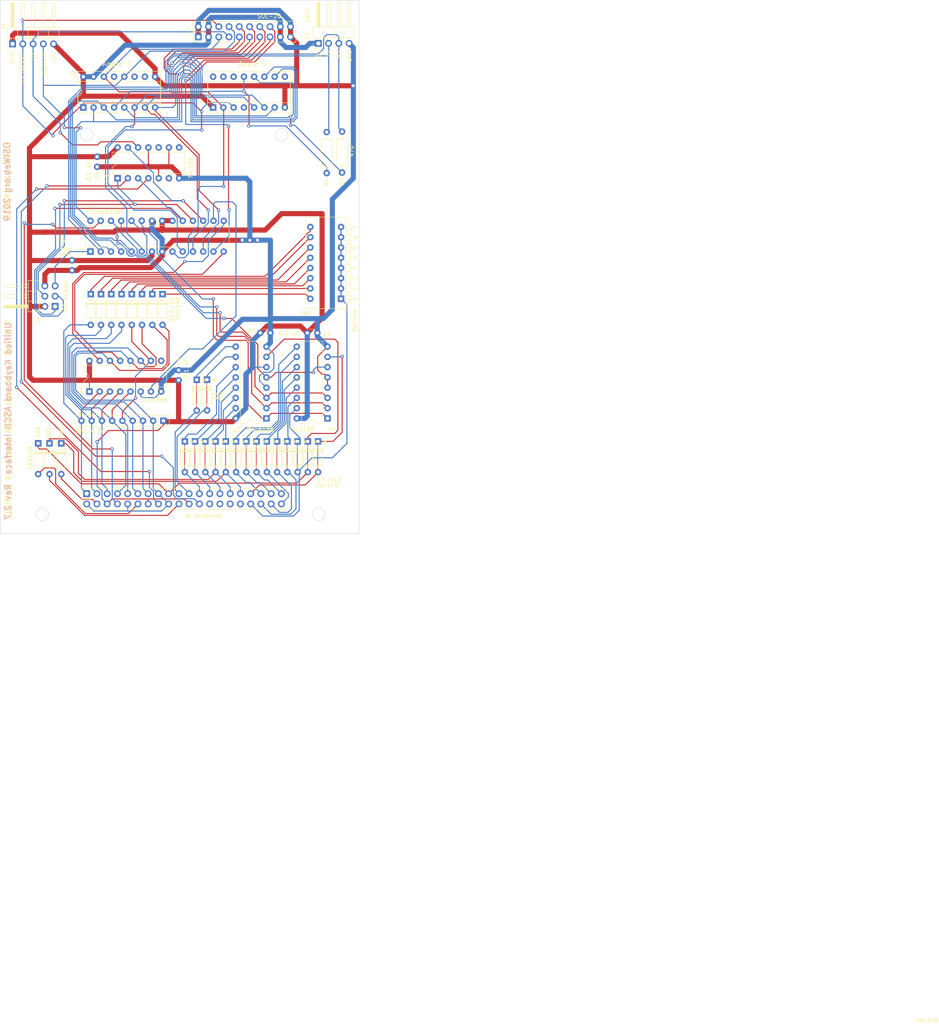
<source format=kicad_pcb>
(kicad_pcb (version 20171130) (host pcbnew "(5.1.5-0-10_14)")
  (title_block (title "Unified Retro Keyboard") (date 2020-04-25) (rev 2.7))
  (layers (0 F.Cu signal) (31 B.Cu signal) (34 B.Paste user) (35 F.Paste user) (36 B.SilkS user) (37 F.SilkS user) (38 B.Mask user) (39 F.Mask user) (44 Edge.Cuts user))
  (net 0 "")
  (net 1 GND)
  (net 2 +5V)
  (net 3 /Row3)
  (net 4 /Row0)
  (net 5 /Row1)
  (net 6 /Row4)
  (net 7 /Row5)
  (net 8 /Row7)
  (net 9 /D7)
  (net 10 /D1)
  (net 11 /D2)
  (net 12 /D3)
  (net 13 /D4)
  (net 14 /D5)
  (net 15 /D6)
  (net 16 /Col0)
  (net 17 /Col1)
  (net 18 /Col2)
  (net 19 /Col3)
  (net 20 /Col4)
  (net 21 /Col5)
  (net 22 /Col6)
  (net 23 /Col7)
  (net 24 /Row6)
  (net 25 /Row2)
  (net 26 /D0)
  (net 27 "Net-(U1-Pad25)")
  (net 28 "Net-(U1-Pad24)")
  (net 29 "Net-(U1-Pad23)")
  (net 30 /~STROBE)
  (net 31 "Net-(U1-Pad14)")
  (net 32 "Net-(U1-Pad26)")
  (net 33 "Net-(U1-Pad16)")
  (net 34 "Net-(U1-Pad15)")
  (net 35 /Row10)
  (net 36 /Row9)
  (net 37 /Row8)
  (net 38 /Row15)
  (net 39 /Row14)
  (net 40 /Row13)
  (net 41 /Row12)
  (net 42 /Row11)
  (net 43 /~RESET)
  (net 44 /Tx)
  (net 45 /Rx)
  (net 46 "Net-(D11-Pad1)")
  (net 47 "Net-(D12-Pad1)")
  (net 48 "Net-(D13-Pad1)")
  (net 49 "Net-(D14-Pad1)")
  (net 50 "Net-(D15-Pad1)")
  (net 51 "Net-(D16-Pad1)")
  (net 52 "Net-(D17-Pad1)")
  (net 53 "Net-(D18-Pad1)")
  (net 54 "Net-(D19-Pad1)")
  (net 55 "Net-(D20-Pad1)")
  (net 56 "Net-(D24-Pad1)")
  (net 57 "Net-(D3-Pad1)")
  (net 58 "Net-(D4-Pad1)")
  (net 59 "Net-(D5-Pad1)")
  (net 60 "Net-(D6-Pad1)")
  (net 61 "Net-(D7-Pad1)")
  (net 62 "Net-(D8-Pad1)")
  (net 63 "Net-(D9-Pad1)")
  (net 64 "Net-(D10-Pad1)")
  (net 65 "Net-(D1-Pad1)")
  (net 66 "Net-(D2-Pad1)")
  (net 67 "Net-(J1-Pad9)")
  (net 68 "Net-(J1-Pad4)")
  (net 69 "Net-(J1-Pad14)")
  (net 70 "Net-(J1-Pad15)")
  (net 71 "Net-(J1-Pad16)")
  (net 72 "Net-(J2-Pad10)")
  (net 73 "Net-(J2-Pad11)")
  (net 74 "Net-(J2-Pad13)")
  (net 75 "Net-(J6-Pad32)")
  (net 76 "Net-(J6-Pad30)")
  (net 77 "Net-(J6-Pad28)")
  (net 78 "Net-(J6-Pad26)")
  (net 79 "Net-(J6-Pad24)")
  (net 80 "Net-(J6-Pad16)")
  (net 81 "Net-(U2-Pad9)")
  (net 82 /LED1)
  (net 83 "Net-(U5-Pad6)")
  (net 84 "Net-(U5-Pad10)")
  (net 85 "Net-(U5-Pad8)")
  (net 86 /OUT1)
  (net 87 /OUT2)
  (net 88 /OUT3)
  (net 89 /MOSI-OUT2)
  (net 90 /SCK-LED2)
  (net 91 /MISO-LED3)
  (net 92 "Net-(D21-Pad1)")
  (net 93 "Net-(D22-Pad1)")
  (net 94 "Net-(D23-Pad1)")
  (net 95 "Net-(D25-Pad2)")
  (net 96 "Net-(D26-Pad2)")
  (net 97 "Net-(D27-Pad2)")
  (module unikbd:D_DO-35_SOD27_P7.62mm_Horizontal_bypassed (layer F.Cu) (at 209.55 160.0724 270)
    (fp_text reference D11 hide)
    (fp_text value 1N4148)
    (fp_poly (pts (xy 7.239 0.127) (xy 0.381 0.127) (xy 0.381 0) (xy 7.239 0)) (layer F.Cu) (width 0.0508))
    (fp_text user K (at 0 -1.8 90) (layer F.SilkS))
    (fp_text user K (at 0 -1.8 90) (layer F.SilkS))
    (pad 1 thru_hole rect (at 0 0 270) (size 1.6 1.6) (drill 0.8) (layers *.Cu *.Mask) (net 46 "Net-(D11-Pad1)"))
    (pad 2 thru_hole oval (at 7.62 0 270) (size 1.6 1.6) (drill 0.8) (layers *.Cu *.Mask) (net 6 /Row4))
  )
  (module unikbd:D_DO-35_SOD27_P7.62mm_Horizontal_bypassed (layer F.Cu) (at 222.25 160.0724 270)
    (fp_text reference D16 hide)
    (fp_text value 1N4148 hide)
    (fp_poly (pts (xy 7.239 0.127) (xy 0.381 0.127) (xy 0.381 0) (xy 7.239 0)) (layer F.Cu) (width 0.0508))
    (fp_text user K (at 0 -1.8 90) (layer F.SilkS))
    (fp_text user K (at 0 -1.8 90) (layer F.SilkS))
    (pad 1 thru_hole rect (at 0 0 270) (size 1.6 1.6) (drill 0.8) (layers *.Cu *.Mask) (net 51 "Net-(D16-Pad1)"))
    (pad 2 thru_hole oval (at 7.62 0 270) (size 1.6 1.6) (drill 0.8) (layers *.Cu *.Mask) (net 39 /Row14))
  )
  (module unikbd:D_DO-35_SOD27_P7.62mm_Horizontal_bypassed (layer F.Cu) (at 227.33 160.0724 270)
    (fp_text reference D15 hide)
    (fp_text value 1N4148)
    (fp_poly (pts (xy 7.239 0.127) (xy 0.381 0.127) (xy 0.381 0) (xy 7.239 0)) (layer F.Cu) (width 0.0508))
    (fp_text user K (at 0 -1.8 90) (layer F.SilkS))
    (fp_text user K (at 0 -1.8 90) (layer F.SilkS))
    (pad 1 thru_hole rect (at 0 0 270) (size 1.6 1.6) (drill 0.8) (layers *.Cu *.Mask) (net 50 "Net-(D15-Pad1)"))
    (pad 2 thru_hole oval (at 7.62 0 270) (size 1.6 1.6) (drill 0.8) (layers *.Cu *.Mask) (net 41 /Row12))
  )
  (module unikbd:D_DO-35_SOD27_P7.62mm_Horizontal_bypassed (layer F.Cu) (at 232.41 160.0724 270)
    (fp_text reference D14 hide)
    (fp_text value 1N4148)
    (fp_poly (pts (xy 7.239 0.127) (xy 0.381 0.127) (xy 0.381 0) (xy 7.239 0)) (layer F.Cu) (width 0.0508))
    (fp_text user K (at 0 -1.8 90) (layer F.SilkS))
    (fp_text user K (at 0 -1.8 90) (layer F.SilkS))
    (pad 1 thru_hole rect (at 0 0 270) (size 1.6 1.6) (drill 0.8) (layers *.Cu *.Mask) (net 49 "Net-(D14-Pad1)"))
    (pad 2 thru_hole oval (at 7.62 0 270) (size 1.6 1.6) (drill 0.8) (layers *.Cu *.Mask) (net 35 /Row10))
  )
  (module unikbd:D_DO-35_SOD27_P7.62mm_Horizontal_bypassed (layer F.Cu) (at 237.49 160.0724 270)
    (fp_text reference D13 hide)
    (fp_text value 1N4148)
    (fp_poly (pts (xy 7.239 0.127) (xy 0.381 0.127) (xy 0.381 0) (xy 7.239 0)) (layer F.Cu) (width 0.0508))
    (fp_text user K (at 0 -1.8 90) (layer F.SilkS))
    (fp_text user K (at 0 -1.8 90) (layer F.SilkS))
    (pad 1 thru_hole rect (at 0 0 270) (size 1.6 1.6) (drill 0.8) (layers *.Cu *.Mask) (net 48 "Net-(D13-Pad1)"))
    (pad 2 thru_hole oval (at 7.62 0 270) (size 1.6 1.6) (drill 0.8) (layers *.Cu *.Mask) (net 37 /Row8))
  )
  (module unikbd:D_DO-35_SOD27_P7.62mm_Horizontal_bypassed (layer F.Cu) (at 242.57 160.0724 270)
    (fp_text reference D8 hide)
    (fp_text value 1N4148 hide)
    (fp_poly (pts (xy 7.239 0.127) (xy 0.381 0.127) (xy 0.381 0) (xy 7.239 0)) (layer F.Cu) (width 0.0508))
    (fp_text user K (at 0 -1.8 90) (layer F.SilkS))
    (fp_text user K (at 0 -1.8 90) (layer F.SilkS))
    (pad 1 thru_hole rect (at 0 0 270) (size 1.6 1.6) (drill 0.8) (layers *.Cu *.Mask) (net 62 "Net-(D8-Pad1)"))
    (pad 2 thru_hole oval (at 7.62 0 270) (size 1.6 1.6) (drill 0.8) (layers *.Cu *.Mask) (net 38 /Row15))
  )
  (module unikbd:D_DO-35_SOD27_P7.62mm_Horizontal_bypassed (layer F.Cu) (at 224.79 160.0724 270)
    (fp_text reference D7 hide)
    (fp_text value 1N4148)
    (fp_poly (pts (xy 7.239 0.127) (xy 0.381 0.127) (xy 0.381 0) (xy 7.239 0)) (layer F.Cu) (width 0.0508))
    (fp_text user K (at 0 -1.8 90) (layer F.SilkS))
    (fp_text user K (at 0 -1.8 90) (layer F.SilkS))
    (pad 1 thru_hole rect (at 0 0 270) (size 1.6 1.6) (drill 0.8) (layers *.Cu *.Mask) (net 61 "Net-(D7-Pad1)"))
    (pad 2 thru_hole oval (at 7.62 0 270) (size 1.6 1.6) (drill 0.8) (layers *.Cu *.Mask) (net 40 /Row13))
  )
  (module unikbd:D_DO-35_SOD27_P7.62mm_Horizontal_bypassed (layer F.Cu) (at 229.87 160.0724 270)
    (fp_text reference D6 hide)
    (fp_text value 1N4148)
    (fp_poly (pts (xy 7.239 0.127) (xy 0.381 0.127) (xy 0.381 0) (xy 7.239 0)) (layer F.Cu) (width 0.0508))
    (fp_text user K (at 0 -1.8 90) (layer F.SilkS))
    (fp_text user K (at 0 -1.8 90) (layer F.SilkS))
    (pad 1 thru_hole rect (at 0 0 270) (size 1.6 1.6) (drill 0.8) (layers *.Cu *.Mask) (net 60 "Net-(D6-Pad1)"))
    (pad 2 thru_hole oval (at 7.62 0 270) (size 1.6 1.6) (drill 0.8) (layers *.Cu *.Mask) (net 42 /Row11))
  )
  (module unikbd:D_DO-35_SOD27_P7.62mm_Horizontal_bypassed (layer F.Cu) (at 234.95 160.0724 270)
    (fp_text reference D5 hide)
    (fp_text value 1N4148)
    (fp_poly (pts (xy 7.239 0.127) (xy 0.381 0.127) (xy 0.381 0) (xy 7.239 0)) (layer F.Cu) (width 0.0508))
    (fp_text user K (at 0 -1.8 90) (layer F.SilkS))
    (fp_text user K (at 0 -1.8 90) (layer F.SilkS))
    (pad 1 thru_hole rect (at 0 0 270) (size 1.6 1.6) (drill 0.8) (layers *.Cu *.Mask) (net 59 "Net-(D5-Pad1)"))
    (pad 2 thru_hole oval (at 7.62 0 270) (size 1.6 1.6) (drill 0.8) (layers *.Cu *.Mask) (net 36 /Row9))
  )
  (module unikbd:D_DO-35_SOD27_P7.62mm_Horizontal_bypassed (layer F.Cu) (at 212.4988 144.807 270)
    (fp_text reference D1 (at 3.9878 -4.4958 90) (layer F.SilkS))
    (fp_text value 1N4148)
    (fp_poly (pts (xy 7.239 0.127) (xy 0.381 0.127) (xy 0.381 0) (xy 7.239 0)) (layer F.Cu) (width 0.0508))
    (fp_text user K (at 0 -1.8 90) (layer F.SilkS))
    (fp_text user K (at 0 -1.8 90) (layer F.SilkS))
    (pad 1 thru_hole rect (at 0 0 270) (size 1.6 1.6) (drill 0.8) (layers *.Cu *.Mask) (net 65 "Net-(D1-Pad1)"))
    (pad 2 thru_hole oval (at 7.62 0 270) (size 1.6 1.6) (drill 0.8) (layers *.Cu *.Mask) (net 24 /Row6))
  )
  (module unikbd:D_DO-35_SOD27_P7.62mm_Horizontal_bypassed (layer F.Cu) (at 214.63 160.0724 270)
    (fp_text reference D10 hide)
    (fp_text value 1N4148)
    (fp_poly (pts (xy 7.239 0.127) (xy 0.381 0.127) (xy 0.381 0) (xy 7.239 0)) (layer F.Cu) (width 0.0508))
    (fp_text user K (at 0 -1.8 90) (layer F.SilkS))
    (fp_text user K (at 0 -1.8 90) (layer F.SilkS))
    (pad 1 thru_hole rect (at 0 0 270) (size 1.6 1.6) (drill 0.8) (layers *.Cu *.Mask) (net 64 "Net-(D10-Pad1)"))
    (pad 2 thru_hole oval (at 7.62 0 270) (size 1.6 1.6) (drill 0.8) (layers *.Cu *.Mask) (net 25 /Row2))
  )
  (module unikbd:D_DO-35_SOD27_P7.62mm_Horizontal_bypassed (layer F.Cu) (at 219.71 160.0724 270)
    (fp_text reference D9 hide)
    (fp_text value 1N4148)
    (fp_poly (pts (xy 7.239 0.127) (xy 0.381 0.127) (xy 0.381 0) (xy 7.239 0)) (layer F.Cu) (width 0.0508))
    (fp_text user K (at 0 -1.8 90) (layer F.SilkS))
    (fp_text user K (at 0 -1.8 90) (layer F.SilkS))
    (pad 1 thru_hole rect (at 0 0 270) (size 1.6 1.6) (drill 0.8) (layers *.Cu *.Mask) (net 63 "Net-(D9-Pad1)"))
    (pad 2 thru_hole oval (at 7.62 0 270) (size 1.6 1.6) (drill 0.8) (layers *.Cu *.Mask) (net 4 /Row0))
  )
  (module unikbd:D_DO-35_SOD27_P7.62mm_Horizontal_bypassed (layer F.Cu) (at 240.03 160.0724 270)
    (fp_text reference D4 hide)
    (fp_text value 1N4148)
    (fp_poly (pts (xy 7.239 0.127) (xy 0.381 0.127) (xy 0.381 0) (xy 7.239 0)) (layer F.Cu) (width 0.0508))
    (fp_text user K (at 0 -1.8 90) (layer F.SilkS))
    (fp_text user K (at 0 -1.8 90) (layer F.SilkS))
    (pad 1 thru_hole rect (at 0 0 270) (size 1.6 1.6) (drill 0.8) (layers *.Cu *.Mask) (net 58 "Net-(D4-Pad1)"))
    (pad 2 thru_hole oval (at 7.62 0 270) (size 1.6 1.6) (drill 0.8) (layers *.Cu *.Mask) (net 8 /Row7))
  )
  (module unikbd:D_DO-35_SOD27_P7.62mm_Horizontal_bypassed (layer F.Cu) (at 215.0642 144.7816 270)
    (fp_text reference D2 (at 4.0132 -3.3528 90) (layer F.SilkS))
    (fp_text value 1N4148)
    (fp_poly (pts (xy 7.239 0.127) (xy 0.381 0.127) (xy 0.381 0) (xy 7.239 0)) (layer F.Cu) (width 0.0508))
    (fp_text user K (at 0 -1.8 90) (layer F.SilkS))
    (fp_text user K (at 0 -1.8 90) (layer F.SilkS))
    (pad 1 thru_hole rect (at 0 0 270) (size 1.6 1.6) (drill 0.8) (layers *.Cu *.Mask) (net 66 "Net-(D2-Pad1)"))
    (pad 2 thru_hole oval (at 7.62 0 270) (size 1.6 1.6) (drill 0.8) (layers *.Cu *.Mask) (net 7 /Row5))
  )
  (module unikbd:D_DO-35_SOD27_P7.62mm_Horizontal_bypassed (layer F.Cu) (at 212.09 160.0724 270)
    (fp_text reference D3 hide)
    (fp_text value 1N4148)
    (fp_poly (pts (xy 7.239 0.127) (xy 0.381 0.127) (xy 0.381 0) (xy 7.239 0)) (layer F.Cu) (width 0.0508))
    (fp_text user K (at 0 -1.8 90) (layer F.SilkS))
    (fp_text user K (at 0 -1.8 90) (layer F.SilkS))
    (pad 1 thru_hole rect (at 0 0 270) (size 1.6 1.6) (drill 0.8) (layers *.Cu *.Mask) (net 57 "Net-(D3-Pad1)"))
    (pad 2 thru_hole oval (at 7.62 0 270) (size 1.6 1.6) (drill 0.8) (layers *.Cu *.Mask) (net 3 /Row3))
  )
  (module unikbd:D_DO-35_SOD27_P7.62mm_Horizontal_bypassed (layer F.Cu) (at 217.17 160.0724 270)
    (fp_text reference D12 hide)
    (fp_text value 1N4148)
    (fp_poly (pts (xy 7.239 0.127) (xy 0.381 0.127) (xy 0.381 0) (xy 7.239 0)) (layer F.Cu) (width 0.0508))
    (fp_text user K (at 0 -1.8 90) (layer F.SilkS))
    (fp_text user K (at 0 -1.8 90) (layer F.SilkS))
    (pad 1 thru_hole rect (at 0 0 270) (size 1.6 1.6) (drill 0.8) (layers *.Cu *.Mask) (net 47 "Net-(D12-Pad1)"))
    (pad 2 thru_hole oval (at 7.62 0 270) (size 1.6 1.6) (drill 0.8) (layers *.Cu *.Mask) (net 5 /Row1))
  )
  (module unikbd:SOL20-header-vertical (layer F.Cu) (at 212.8798 59.8948 90)
    (fp_text reference J7 (at 1.27 -2.33 90) (layer F.SilkS))
    (fp_text value SOL-20 (at 5.1308 17.5514 180) (layer F.SilkS))
    (pad 20 thru_hole oval (at 2.54 22.86 90) (size 1.7 1.7) (drill 1) (layers *.Cu *.Mask) (net 1 GND))
    (pad 10 thru_hole oval (at 0 22.86 90) (size 1.7 1.7) (drill 1) (layers *.Cu *.Mask) (net 1 GND))
    (pad 19 thru_hole oval (at 2.54 20.32 90) (size 1.7 1.7) (drill 1) (layers *.Cu *.Mask) (net 2 +5V))
    (pad 9 thru_hole oval (at 0 20.32 90) (size 1.7 1.7) (drill 1) (layers *.Cu *.Mask) (net 2 +5V))
    (pad 18 thru_hole oval (at 2.54 17.78 90) (size 1.7 1.7) (drill 1) (layers *.Cu *.Mask) (net 9 /D7))
    (pad 8 thru_hole oval (at 0 17.78 90) (size 1.7 1.7) (drill 1) (layers *.Cu *.Mask) (net 12 /D3))
    (pad 17 thru_hole oval (at 2.54 15.24 90) (size 1.7 1.7) (drill 1) (layers *.Cu *.Mask) (net 15 /D6))
    (pad 7 thru_hole oval (at 0 15.24 90) (size 1.7 1.7) (drill 1) (layers *.Cu *.Mask) (net 11 /D2))
    (pad 16 thru_hole oval (at 2.54 12.7 90) (size 1.7 1.7) (drill 1) (layers *.Cu *.Mask) (net 14 /D5))
    (pad 6 thru_hole oval (at 0 12.7 90) (size 1.7 1.7) (drill 1) (layers *.Cu *.Mask) (net 10 /D1))
    (pad 15 thru_hole oval (at 2.54 10.16 90) (size 1.7 1.7) (drill 1) (layers *.Cu *.Mask) (net 13 /D4))
    (pad 5 thru_hole oval (at 0 10.16 90) (size 1.7 1.7) (drill 1) (layers *.Cu *.Mask) (net 26 /D0))
    (pad 14 thru_hole oval (at 2.54 7.62 90) (size 1.7 1.7) (drill 1) (layers *.Cu *.Mask) (net 86 /OUT1))
    (pad 4 thru_hole oval (at 0 7.62 90) (size 1.7 1.7) (drill 1) (layers *.Cu *.Mask) (net 87 /OUT2))
    (pad 13 thru_hole oval (at 2.54 5.08 90) (size 1.7 1.7) (drill 1) (layers *.Cu *.Mask) (net 88 /OUT3))
    (pad 3 thru_hole oval (at 0 5.08 90) (size 1.7 1.7) (drill 1) (layers *.Cu *.Mask) (net 30 /~STROBE))
    (pad 12 thru_hole oval (at 2.54 2.54 90) (size 1.7 1.7) (drill 1) (layers *.Cu *.Mask) (net 2 +5V))
    (pad 2 thru_hole oval (at 0 2.54 90) (size 1.7 1.7) (drill 1) (layers *.Cu *.Mask) (net 2 +5V))
    (pad 11 thru_hole oval (at 2.54 0 90) (size 1.7 1.7) (drill 1) (layers *.Cu *.Mask) (net 1 GND))
    (pad 1 thru_hole rect (at 0 0 90) (size 1.7 1.7) (drill 1) (layers *.Cu *.Mask) (net 1 GND))
  )
  (module Package_DIP:DIP-16_W7.62mm (layer F.Cu) (at 185.905 147.728 90)
    (fp_text reference U2 (at 0.254 -2.33 90) (layer F.SilkS))
    (fp_text value 74LS166 (at -2.159 16.129) (layer F.SilkS))
    (pad 16 thru_hole oval (at 7.62 0 90) (size 1.6 1.6) (drill 0.8) (layers *.Cu *.Mask) (net 2 +5V))
    (pad 8 thru_hole oval (at 0 17.78 90) (size 1.6 1.6) (drill 0.8) (layers *.Cu *.Mask) (net 1 GND))
    (pad 15 thru_hole oval (at 7.62 2.54 90) (size 1.6 1.6) (drill 0.8) (layers *.Cu *.Mask) (net 34 "Net-(U1-Pad15)"))
    (pad 7 thru_hole oval (at 0 15.24 90) (size 1.6 1.6) (drill 0.8) (layers *.Cu *.Mask) (net 33 "Net-(U1-Pad16)"))
    (pad 14 thru_hole oval (at 7.62 5.08 90) (size 1.6 1.6) (drill 0.8) (layers *.Cu *.Mask) (net 16 /Col0))
    (pad 6 thru_hole oval (at 0 12.7 90) (size 1.6 1.6) (drill 0.8) (layers *.Cu *.Mask) (net 1 GND))
    (pad 13 thru_hole oval (at 7.62 7.62 90) (size 1.6 1.6) (drill 0.8) (layers *.Cu *.Mask) (net 31 "Net-(U1-Pad14)"))
    (pad 5 thru_hole oval (at 0 10.16 90) (size 1.6 1.6) (drill 0.8) (layers *.Cu *.Mask) (net 20 /Col4))
    (pad 12 thru_hole oval (at 7.62 10.16 90) (size 1.6 1.6) (drill 0.8) (layers *.Cu *.Mask) (net 17 /Col1))
    (pad 4 thru_hole oval (at 0 7.62 90) (size 1.6 1.6) (drill 0.8) (layers *.Cu *.Mask) (net 21 /Col5))
    (pad 11 thru_hole oval (at 7.62 12.7 90) (size 1.6 1.6) (drill 0.8) (layers *.Cu *.Mask) (net 18 /Col2))
    (pad 3 thru_hole oval (at 0 5.08 90) (size 1.6 1.6) (drill 0.8) (layers *.Cu *.Mask) (net 22 /Col6))
    (pad 10 thru_hole oval (at 7.62 15.24 90) (size 1.6 1.6) (drill 0.8) (layers *.Cu *.Mask) (net 19 /Col3))
    (pad 2 thru_hole oval (at 0 2.54 90) (size 1.6 1.6) (drill 0.8) (layers *.Cu *.Mask) (net 23 /Col7))
    (pad 9 thru_hole oval (at 7.62 17.78 90) (size 1.6 1.6) (drill 0.8) (layers *.Cu *.Mask) (net 81 "Net-(U2-Pad9)"))
    (pad 1 thru_hole rect (at 0 0 90) (size 1.6 1.6) (drill 0.8) (layers *.Cu *.Mask) (net 2 +5V))
  )
  (module Package_DIP:DIP-14_W7.62mm (layer F.Cu) (at 192.89 94.896 90)
    (fp_text reference U5 (at 0 -2.413 90) (layer F.SilkS))
    (fp_text value 74LS04 (at 2.54 18.161 90) (layer F.SilkS))
    (pad 14 thru_hole oval (at 7.62 0 90) (size 1.6 1.6) (drill 0.8) (layers *.Cu *.Mask) (net 2 +5V))
    (pad 7 thru_hole oval (at 0 15.24 90) (size 1.6 1.6) (drill 0.8) (layers *.Cu *.Mask) (net 1 GND))
    (pad 13 thru_hole oval (at 7.62 2.54 90) (size 1.6 1.6) (drill 0.8) (layers *.Cu *.Mask) (net 89 /MOSI-OUT2))
    (pad 6 thru_hole oval (at 0 12.7 90) (size 1.6 1.6) (drill 0.8) (layers *.Cu *.Mask) (net 83 "Net-(U5-Pad6)"))
    (pad 12 thru_hole oval (at 7.62 5.08 90) (size 1.6 1.6) (drill 0.8) (layers *.Cu *.Mask) (net 87 /OUT2))
    (pad 5 thru_hole oval (at 0 10.16 90) (size 1.6 1.6) (drill 0.8) (layers *.Cu *.Mask) (net 1 GND))
    (pad 11 thru_hole oval (at 7.62 7.62 90) (size 1.6 1.6) (drill 0.8) (layers *.Cu *.Mask) (net 1 GND))
    (pad 4 thru_hole oval (at 0 7.62 90) (size 1.6 1.6) (drill 0.8) (layers *.Cu *.Mask) (net 80 "Net-(J6-Pad16)"))
    (pad 10 thru_hole oval (at 7.62 10.16 90) (size 1.6 1.6) (drill 0.8) (layers *.Cu *.Mask) (net 84 "Net-(U5-Pad10)"))
    (pad 3 thru_hole oval (at 0 5.08 90) (size 1.6 1.6) (drill 0.8) (layers *.Cu *.Mask) (net 90 /SCK-LED2))
    (pad 9 thru_hole oval (at 7.62 12.7 90) (size 1.6 1.6) (drill 0.8) (layers *.Cu *.Mask) (net 1 GND))
    (pad 2 thru_hole oval (at 0 2.54 90) (size 1.6 1.6) (drill 0.8) (layers *.Cu *.Mask) (net 79 "Net-(J6-Pad24)"))
    (pad 8 thru_hole oval (at 7.62 15.24 90) (size 1.6 1.6) (drill 0.8) (layers *.Cu *.Mask) (net 85 "Net-(U5-Pad8)"))
    (pad 1 thru_hole rect (at 0 0 90) (size 1.6 1.6) (drill 0.8) (layers *.Cu *.Mask) (net 91 /MISO-LED3))
  )
  (module Connector_PinHeader_2.54mm:PinHeader_1x05_P2.54mm_Horizontal (layer F.Cu) (at 166.855 61.622 90)
    (fp_text reference J4 (at 4.385 -2.27 90) (layer F.SilkS))
    (fp_text value Conn_01x05)
    (pad 5 thru_hole oval (at 0 10.16 90) (size 1.7 1.7) (drill 1) (layers *.Cu *.Mask) (net 2 +5V))
    (pad 4 thru_hole oval (at 0 7.62 90) (size 1.7 1.7) (drill 1) (layers *.Cu *.Mask) (net 86 /OUT1))
    (pad 3 thru_hole oval (at 0 5.08 90) (size 1.7 1.7) (drill 1) (layers *.Cu *.Mask) (net 87 /OUT2))
    (pad 2 thru_hole oval (at 0 2.54 90) (size 1.7 1.7) (drill 1) (layers *.Cu *.Mask) (net 88 /OUT3))
    (pad 1 thru_hole rect (at 0 0 90) (size 1.7 1.7) (drill 1) (layers *.Cu *.Mask) (net 1 GND))
  )
  (module Resistor_THT:R_Axial_DIN0207_L6.3mm_D2.5mm_P10.16mm_Horizontal (layer F.Cu) (at 244.706 93.626 90)
    (fp_text reference R4 (at -2.286 -0.0762 90) (layer F.SilkS))
    (fp_text value 470 hide)
    (pad 2 thru_hole oval (at 10.16 0 90) (size 1.6 1.6) (drill 0.8) (layers *.Cu *.Mask) (net 44 /Tx))
    (pad 1 thru_hole circle (at 0 0 90) (size 1.6 1.6) (drill 0.8) (layers *.Cu *.Mask) (net 10 /D1))
  )
  (module Capacitor_THT:C_Disc_D3.0mm_W1.6mm_P2.50mm (layer F.Cu) (at 187.81 89.562 270)
    (fp_text reference C5 (at 4.572 0 90) (layer F.SilkS))
    (fp_text value "0.1 uF" (at 3.556 2.05 90) (layer F.SilkS))
    (pad 2 thru_hole circle (at 2.5 0 270) (size 1.6 1.6) (drill 0.8) (layers *.Cu *.Mask) (net 1 GND))
    (pad 1 thru_hole circle (at 0 0 270) (size 1.6 1.6) (drill 0.8) (layers *.Cu *.Mask) (net 2 +5V))
  )
  (module Diode_THT:D_DO-35_SOD27_P7.62mm_Horizontal (layer F.Cu) (at 175.999 160.555 270)
    (fp_text reference D27 (at -2.7305 0.0762 90) (layer F.SilkS))
    (fp_text value 1N4148)
    (pad 2 thru_hole oval (at 7.62 0 270) (size 1.6 1.6) (drill 0.8) (layers *.Cu *.Mask) (net 97 "Net-(D27-Pad2)"))
    (pad 1 thru_hole rect (at 0 0 270) (size 1.6 1.6) (drill 0.8) (layers *.Cu *.Mask) (net 5 /Row1))
  )
  (module Connector_PinHeader_2.54mm:PinHeader_1x04_P2.54mm_Horizontal (layer F.Cu) (at 242.62828 61.47976 90)
    (fp_text reference J3 (at 1.76276 -2.74828 90) (layer F.SilkS))
    (fp_text value UART (at 6.96976 -2.62128 90) (layer F.SilkS))
    (pad 4 thru_hole oval (at 0 7.62 90) (size 1.7 1.7) (drill 1) (layers *.Cu *.Mask) (net 1 GND))
    (pad 3 thru_hole oval (at 0 5.08 90) (size 1.7 1.7) (drill 1) (layers *.Cu *.Mask) (net 45 /Rx))
    (pad 2 thru_hole oval (at 0 2.54 90) (size 1.7 1.7) (drill 1) (layers *.Cu *.Mask) (net 44 /Tx))
    (pad 1 thru_hole rect (at 0 0 90) (size 1.7 1.7) (drill 1) (layers *.Cu *.Mask) (net 2 +5V))
  )
  (module Button_Switch_THT:SW_DIP_SPSTx08_Piano_CTS_Series194-8MSTN_W7.62mm_P2.54mm (layer F.Cu) (at 248.262 124.741 180)
    (fp_text reference SW1 (at 8.7122 -3.6068) (layer F.SilkS))
    (fp_text value Options (at -3.3782 -5.4864 90) (layer F.SilkS))
    (pad 16 thru_hole oval (at 7.62 0 180) (size 1.6 1.6) (drill 0.8) (layers *.Cu *.Mask) (net 52 "Net-(D17-Pad1)"))
    (pad 8 thru_hole oval (at 0 17.78 180) (size 1.6 1.6) (drill 0.8) (layers *.Cu *.Mask) (net 37 /Row8))
    (pad 15 thru_hole oval (at 7.62 2.54 180) (size 1.6 1.6) (drill 0.8) (layers *.Cu *.Mask) (net 92 "Net-(D21-Pad1)"))
    (pad 7 thru_hole oval (at 0 15.24 180) (size 1.6 1.6) (drill 0.8) (layers *.Cu *.Mask) (net 37 /Row8))
    (pad 14 thru_hole oval (at 7.62 5.08 180) (size 1.6 1.6) (drill 0.8) (layers *.Cu *.Mask) (net 53 "Net-(D18-Pad1)"))
    (pad 6 thru_hole oval (at 0 12.7 180) (size 1.6 1.6) (drill 0.8) (layers *.Cu *.Mask) (net 37 /Row8))
    (pad 13 thru_hole oval (at 7.62 7.62 180) (size 1.6 1.6) (drill 0.8) (layers *.Cu *.Mask) (net 93 "Net-(D22-Pad1)"))
    (pad 5 thru_hole oval (at 0 10.16 180) (size 1.6 1.6) (drill 0.8) (layers *.Cu *.Mask) (net 37 /Row8))
    (pad 12 thru_hole oval (at 7.62 10.16 180) (size 1.6 1.6) (drill 0.8) (layers *.Cu *.Mask) (net 54 "Net-(D19-Pad1)"))
    (pad 4 thru_hole oval (at 0 7.62 180) (size 1.6 1.6) (drill 0.8) (layers *.Cu *.Mask) (net 37 /Row8))
    (pad 11 thru_hole oval (at 7.62 12.7 180) (size 1.6 1.6) (drill 0.8) (layers *.Cu *.Mask) (net 94 "Net-(D23-Pad1)"))
    (pad 3 thru_hole oval (at 0 5.08 180) (size 1.6 1.6) (drill 0.8) (layers *.Cu *.Mask) (net 37 /Row8))
    (pad 10 thru_hole oval (at 7.62 15.24 180) (size 1.6 1.6) (drill 0.8) (layers *.Cu *.Mask) (net 55 "Net-(D20-Pad1)"))
    (pad 2 thru_hole oval (at 0 2.54 180) (size 1.6 1.6) (drill 0.8) (layers *.Cu *.Mask) (net 37 /Row8))
    (pad 9 thru_hole oval (at 7.62 17.78 180) (size 1.6 1.6) (drill 0.8) (layers *.Cu *.Mask) (net 56 "Net-(D24-Pad1)"))
    (pad 1 thru_hole rect (at 0 0 180) (size 1.6 1.6) (drill 0.8) (layers *.Cu *.Mask) (net 37 /Row8))
  )
  (module Diode_THT:D_DO-35_SOD27_P7.62mm_Horizontal (layer F.Cu) (at 186.2352 123.598 270)
    (fp_text reference D24 hide)
    (fp_text value 1N4148 hide)
    (pad 2 thru_hole oval (at 7.62 0 270) (size 1.6 1.6) (drill 0.8) (layers *.Cu *.Mask) (net 23 /Col7))
    (pad 1 thru_hole rect (at 0 0 270) (size 1.6 1.6) (drill 0.8) (layers *.Cu *.Mask) (net 56 "Net-(D24-Pad1)"))
  )
  (module Diode_THT:D_DO-35_SOD27_P7.62mm_Horizontal (layer F.Cu) (at 191.3152 123.598 270)
    (fp_text reference D23)
    (fp_text value 1N4148 hide)
    (pad 2 thru_hole oval (at 7.62 0 270) (size 1.6 1.6) (drill 0.8) (layers *.Cu *.Mask) (net 21 /Col5))
    (pad 1 thru_hole rect (at 0 0 270) (size 1.6 1.6) (drill 0.8) (layers *.Cu *.Mask) (net 94 "Net-(D23-Pad1)"))
  )
  (module Diode_THT:D_DO-35_SOD27_P7.62mm_Horizontal (layer F.Cu) (at 196.3952 123.598 270)
    (fp_text reference D22 hide)
    (fp_text value 1N4148 hide)
    (pad 2 thru_hole oval (at 7.62 0 270) (size 1.6 1.6) (drill 0.8) (layers *.Cu *.Mask) (net 19 /Col3))
    (pad 1 thru_hole rect (at 0 0 270) (size 1.6 1.6) (drill 0.8) (layers *.Cu *.Mask) (net 93 "Net-(D22-Pad1)"))
  )
  (module Diode_THT:D_DO-35_SOD27_P7.62mm_Horizontal (layer F.Cu) (at 201.4752 123.598 270)
    (fp_text reference D21 hide)
    (fp_text value 1N4148 hide)
    (pad 2 thru_hole oval (at 7.62 0 270) (size 1.6 1.6) (drill 0.8) (layers *.Cu *.Mask) (net 17 /Col1))
    (pad 1 thru_hole rect (at 0 0 270) (size 1.6 1.6) (drill 0.8) (layers *.Cu *.Mask) (net 92 "Net-(D21-Pad1)"))
  )
  (module Diode_THT:D_DO-35_SOD27_P7.62mm_Horizontal (layer F.Cu) (at 188.7752 123.598 270)
    (fp_text reference D20 hide)
    (fp_text value 1N4148 hide)
    (pad 2 thru_hole oval (at 7.62 0 270) (size 1.6 1.6) (drill 0.8) (layers *.Cu *.Mask) (net 22 /Col6))
    (pad 1 thru_hole rect (at 0 0 270) (size 1.6 1.6) (drill 0.8) (layers *.Cu *.Mask) (net 55 "Net-(D20-Pad1)"))
  )
  (module Diode_THT:D_DO-35_SOD27_P7.62mm_Horizontal (layer F.Cu) (at 193.8552 123.598 270)
    (fp_text reference D19 hide)
    (fp_text value 1N4148 hide)
    (pad 2 thru_hole oval (at 7.62 0 270) (size 1.6 1.6) (drill 0.8) (layers *.Cu *.Mask) (net 20 /Col4))
    (pad 1 thru_hole rect (at 0 0 270) (size 1.6 1.6) (drill 0.8) (layers *.Cu *.Mask) (net 54 "Net-(D19-Pad1)"))
  )
  (module Diode_THT:D_DO-35_SOD27_P7.62mm_Horizontal (layer F.Cu) (at 198.9352 123.598 270)
    (fp_text reference D18 hide)
    (fp_text value 1N4148 hide)
    (pad 2 thru_hole oval (at 7.62 0 270) (size 1.6 1.6) (drill 0.8) (layers *.Cu *.Mask) (net 18 /Col2))
    (pad 1 thru_hole rect (at 0 0 270) (size 1.6 1.6) (drill 0.8) (layers *.Cu *.Mask) (net 53 "Net-(D18-Pad1)"))
  )
  (module Diode_THT:D_DO-35_SOD27_P7.62mm_Horizontal (layer F.Cu) (at 204.0152 123.598 270)
    (fp_text reference D17 hide)
    (fp_text value 1N4148 (at 3.556 -3.7592 90) (layer F.SilkS))
    (pad 2 thru_hole oval (at 7.62 0 270) (size 1.6 1.6) (drill 0.8) (layers *.Cu *.Mask) (net 16 /Col0))
    (pad 1 thru_hole rect (at 0 0 270) (size 1.6 1.6) (drill 0.8) (layers *.Cu *.Mask) (net 52 "Net-(D17-Pad1)"))
  )
  (module Connector_PinHeader_2.54mm:PinHeader_2x03_P2.54mm_Horizontal (layer F.Cu) (at 177.396 126.646 180)
    (fp_text reference J5 (at 4.4958 -3.4036) (layer F.SilkS))
    (fp_text value "ISP header" (at -2.6416 2.54 90) (layer F.SilkS))
    (pad 6 thru_hole oval (at 2.54 5.08 180) (size 1.7 1.7) (drill 1) (layers *.Cu *.Mask) (net 1 GND))
    (pad 5 thru_hole oval (at 0 5.08 180) (size 1.7 1.7) (drill 1) (layers *.Cu *.Mask) (net 43 /~RESET))
    (pad 4 thru_hole oval (at 2.54 2.54 180) (size 1.7 1.7) (drill 1) (layers *.Cu *.Mask) (net 89 /MOSI-OUT2))
    (pad 3 thru_hole oval (at 0 2.54 180) (size 1.7 1.7) (drill 1) (layers *.Cu *.Mask) (net 90 /SCK-LED2))
    (pad 2 thru_hole oval (at 2.54 0 180) (size 1.7 1.7) (drill 1) (layers *.Cu *.Mask) (net 2 +5V))
    (pad 1 thru_hole rect (at 0 0 180) (size 1.7 1.7) (drill 1) (layers *.Cu *.Mask) (net 91 /MISO-LED3))
  )
  (module Capacitor_THT:C_Disc_D3.0mm_W1.6mm_P2.50mm (layer F.Cu) (at 228.2468 133.1992)
    (fp_text reference C3 (at -2.2098 -0.4572) (layer F.SilkS))
    (fp_text value "0.1 uF" (at 7.0612 0.0508) (layer F.SilkS))
    (pad 2 thru_hole circle (at 2.5 0) (size 1.6 1.6) (drill 0.8) (layers *.Cu *.Mask) (net 1 GND))
    (pad 1 thru_hole circle (at 0 0) (size 1.6 1.6) (drill 0.8) (layers *.Cu *.Mask) (net 2 +5V))
  )
  (module Capacitor_THT:C_Disc_D3.0mm_W1.6mm_P2.50mm (layer F.Cu) (at 239.88 133.1992)
    (fp_text reference C4 (at 4.953 0.3048) (layer F.SilkS))
    (fp_text value "0.1 uF" hide)
    (pad 2 thru_hole circle (at 2.5 0) (size 1.6 1.6) (drill 0.8) (layers *.Cu *.Mask) (net 1 GND))
    (pad 1 thru_hole circle (at 0 0) (size 1.6 1.6) (drill 0.8) (layers *.Cu *.Mask) (net 2 +5V))
  )
  (module Capacitor_THT:C_Disc_D3.0mm_W1.6mm_P2.50mm (layer F.Cu) (at 181.587 115.216 270)
    (fp_text reference C2 (at -2.159 0.762 90) (layer F.SilkS))
    (fp_text value "0.1 uF" (at -3.556 2.286 90) (layer F.SilkS))
    (pad 2 thru_hole circle (at 2.5 0 270) (size 1.6 1.6) (drill 0.8) (layers *.Cu *.Mask) (net 1 GND))
    (pad 1 thru_hole circle (at 0 0 270) (size 1.6 1.6) (drill 0.8) (layers *.Cu *.Mask) (net 2 +5V))
  )
  (module Capacitor_THT:C_Disc_D3.0mm_W1.6mm_P2.50mm (layer F.Cu) (at 208.003 144.934 90)
    (fp_text reference C1 (at 4.699 0 90) (layer F.SilkS))
    (fp_text value "0.1 uF" (at 2.921 1.905 90) (layer F.SilkS))
    (pad 2 thru_hole circle (at 2.5 0 90) (size 1.6 1.6) (drill 0.8) (layers *.Cu *.Mask) (net 1 GND))
    (pad 1 thru_hole circle (at 0 0 90) (size 1.6 1.6) (drill 0.8) (layers *.Cu *.Mask) (net 2 +5V))
  )
  (module Package_DIP:DIP-16_W7.62mm (layer F.Cu) (at 244.9092 154.3828 180)
    (fp_text reference U4 (at -1.0922 -2.5908) (layer F.SilkS))
    (fp_text value 74LS138 (at 6.5786 -2.6924) (layer F.SilkS))
    (pad 16 thru_hole oval (at 7.62 0 180) (size 1.6 1.6) (drill 0.8) (layers *.Cu *.Mask) (net 2 +5V))
    (pad 8 thru_hole oval (at 0 17.78 180) (size 1.6 1.6) (drill 0.8) (layers *.Cu *.Mask) (net 1 GND))
    (pad 15 thru_hole oval (at 7.62 2.54 180) (size 1.6 1.6) (drill 0.8) (layers *.Cu *.Mask) (net 48 "Net-(D13-Pad1)"))
    (pad 7 thru_hole oval (at 0 15.24 180) (size 1.6 1.6) (drill 0.8) (layers *.Cu *.Mask) (net 62 "Net-(D8-Pad1)"))
    (pad 14 thru_hole oval (at 7.62 5.08 180) (size 1.6 1.6) (drill 0.8) (layers *.Cu *.Mask) (net 59 "Net-(D5-Pad1)"))
    (pad 6 thru_hole oval (at 0 12.7 180) (size 1.6 1.6) (drill 0.8) (layers *.Cu *.Mask) (net 32 "Net-(U1-Pad26)"))
    (pad 13 thru_hole oval (at 7.62 7.62 180) (size 1.6 1.6) (drill 0.8) (layers *.Cu *.Mask) (net 49 "Net-(D14-Pad1)"))
    (pad 5 thru_hole oval (at 0 10.16 180) (size 1.6 1.6) (drill 0.8) (layers *.Cu *.Mask) (net 1 GND))
    (pad 12 thru_hole oval (at 7.62 10.16 180) (size 1.6 1.6) (drill 0.8) (layers *.Cu *.Mask) (net 60 "Net-(D6-Pad1)"))
    (pad 4 thru_hole oval (at 0 7.62 180) (size 1.6 1.6) (drill 0.8) (layers *.Cu *.Mask) (net 1 GND))
    (pad 11 thru_hole oval (at 7.62 12.7 180) (size 1.6 1.6) (drill 0.8) (layers *.Cu *.Mask) (net 50 "Net-(D15-Pad1)"))
    (pad 3 thru_hole oval (at 0 5.08 180) (size 1.6 1.6) (drill 0.8) (layers *.Cu *.Mask) (net 27 "Net-(U1-Pad25)"))
    (pad 10 thru_hole oval (at 7.62 15.24 180) (size 1.6 1.6) (drill 0.8) (layers *.Cu *.Mask) (net 61 "Net-(D7-Pad1)"))
    (pad 2 thru_hole oval (at 0 2.54 180) (size 1.6 1.6) (drill 0.8) (layers *.Cu *.Mask) (net 28 "Net-(U1-Pad24)"))
    (pad 9 thru_hole oval (at 7.62 17.78 180) (size 1.6 1.6) (drill 0.8) (layers *.Cu *.Mask) (net 51 "Net-(D16-Pad1)"))
    (pad 1 thru_hole rect (at 0 0 180) (size 1.6 1.6) (drill 0.8) (layers *.Cu *.Mask) (net 29 "Net-(U1-Pad23)"))
  )
  (module Package_DIP:DIP-16_W7.62mm (layer F.Cu) (at 229.7708 154.3828 180)
    (fp_text reference U3 (at 7.5184 -2.8448) (layer F.SilkS))
    (fp_text value 74LS138 (at 1.524 -2.8448) (layer F.SilkS))
    (pad 16 thru_hole oval (at 7.62 0 180) (size 1.6 1.6) (drill 0.8) (layers *.Cu *.Mask) (net 2 +5V))
    (pad 8 thru_hole oval (at 0 17.78 180) (size 1.6 1.6) (drill 0.8) (layers *.Cu *.Mask) (net 1 GND))
    (pad 15 thru_hole oval (at 7.62 2.54 180) (size 1.6 1.6) (drill 0.8) (layers *.Cu *.Mask) (net 63 "Net-(D9-Pad1)"))
    (pad 7 thru_hole oval (at 0 15.24 180) (size 1.6 1.6) (drill 0.8) (layers *.Cu *.Mask) (net 58 "Net-(D4-Pad1)"))
    (pad 14 thru_hole oval (at 7.62 5.08 180) (size 1.6 1.6) (drill 0.8) (layers *.Cu *.Mask) (net 47 "Net-(D12-Pad1)"))
    (pad 6 thru_hole oval (at 0 12.7 180) (size 1.6 1.6) (drill 0.8) (layers *.Cu *.Mask) (net 2 +5V))
    (pad 13 thru_hole oval (at 7.62 7.62 180) (size 1.6 1.6) (drill 0.8) (layers *.Cu *.Mask) (net 64 "Net-(D10-Pad1)"))
    (pad 5 thru_hole oval (at 0 10.16 180) (size 1.6 1.6) (drill 0.8) (layers *.Cu *.Mask) (net 32 "Net-(U1-Pad26)"))
    (pad 12 thru_hole oval (at 7.62 10.16 180) (size 1.6 1.6) (drill 0.8) (layers *.Cu *.Mask) (net 57 "Net-(D3-Pad1)"))
    (pad 4 thru_hole oval (at 0 7.62 180) (size 1.6 1.6) (drill 0.8) (layers *.Cu *.Mask) (net 1 GND))
    (pad 11 thru_hole oval (at 7.62 12.7 180) (size 1.6 1.6) (drill 0.8) (layers *.Cu *.Mask) (net 46 "Net-(D11-Pad1)"))
    (pad 3 thru_hole oval (at 0 5.08 180) (size 1.6 1.6) (drill 0.8) (layers *.Cu *.Mask) (net 27 "Net-(U1-Pad25)"))
    (pad 10 thru_hole oval (at 7.62 15.24 180) (size 1.6 1.6) (drill 0.8) (layers *.Cu *.Mask) (net 66 "Net-(D2-Pad1)"))
    (pad 2 thru_hole oval (at 0 2.54 180) (size 1.6 1.6) (drill 0.8) (layers *.Cu *.Mask) (net 28 "Net-(U1-Pad24)"))
    (pad 9 thru_hole oval (at 7.62 17.78 180) (size 1.6 1.6) (drill 0.8) (layers *.Cu *.Mask) (net 65 "Net-(D1-Pad1)"))
    (pad 1 thru_hole rect (at 0 0 180) (size 1.6 1.6) (drill 0.8) (layers *.Cu *.Mask) (net 29 "Net-(U1-Pad23)"))
  )
  (module Resistor_THT:R_Axial_DIN0207_L6.3mm_D2.5mm_P10.16mm_Horizontal (layer F.Cu) (at 248.516 93.499 90)
    (fp_text reference R3 (at -2.286 0 90) (layer F.SilkS))
    (fp_text value 470 (at 5.2832 2.3622 90) (layer F.SilkS))
    (pad 2 thru_hole oval (at 10.16 0 90) (size 1.6 1.6) (drill 0.8) (layers *.Cu *.Mask) (net 45 /Rx))
    (pad 1 thru_hole circle (at 0 0 90) (size 1.6 1.6) (drill 0.8) (layers *.Cu *.Mask) (net 26 /D0))
  )
  (module Package_DIP:DIP-28_W7.62mm (layer F.Cu) (at 186.159 113.057 90)
    (fp_text reference U1 (at 0 -2.413 90) (layer F.SilkS))
    (fp_text value ATmega328P (at 9.906 3.683 180) (layer F.SilkS))
    (pad 28 thru_hole oval (at 7.62 0 90) (size 1.6 1.6) (drill 0.8) (layers *.Cu *.Mask) (net 86 /OUT1))
    (pad 14 thru_hole oval (at 0 33.02 90) (size 1.6 1.6) (drill 0.8) (layers *.Cu *.Mask) (net 31 "Net-(U1-Pad14)"))
    (pad 27 thru_hole oval (at 7.62 2.54 90) (size 1.6 1.6) (drill 0.8) (layers *.Cu *.Mask) (net 82 /LED1))
    (pad 13 thru_hole oval (at 0 30.48 90) (size 1.6 1.6) (drill 0.8) (layers *.Cu *.Mask) (net 9 /D7))
    (pad 26 thru_hole oval (at 7.62 5.08 90) (size 1.6 1.6) (drill 0.8) (layers *.Cu *.Mask) (net 32 "Net-(U1-Pad26)"))
    (pad 12 thru_hole oval (at 0 27.94 90) (size 1.6 1.6) (drill 0.8) (layers *.Cu *.Mask) (net 15 /D6))
    (pad 25 thru_hole oval (at 7.62 7.62 90) (size 1.6 1.6) (drill 0.8) (layers *.Cu *.Mask) (net 27 "Net-(U1-Pad25)"))
    (pad 11 thru_hole oval (at 0 25.4 90) (size 1.6 1.6) (drill 0.8) (layers *.Cu *.Mask) (net 14 /D5))
    (pad 24 thru_hole oval (at 7.62 10.16 90) (size 1.6 1.6) (drill 0.8) (layers *.Cu *.Mask) (net 28 "Net-(U1-Pad24)"))
    (pad 10 thru_hole oval (at 0 22.86 90) (size 1.6 1.6) (drill 0.8) (layers *.Cu *.Mask) (net 88 /OUT3))
    (pad 23 thru_hole oval (at 7.62 12.7 90) (size 1.6 1.6) (drill 0.8) (layers *.Cu *.Mask) (net 29 "Net-(U1-Pad23)"))
    (pad 9 thru_hole oval (at 0 20.32 90) (size 1.6 1.6) (drill 0.8) (layers *.Cu *.Mask) (net 30 /~STROBE))
    (pad 22 thru_hole oval (at 7.62 15.24 90) (size 1.6 1.6) (drill 0.8) (layers *.Cu *.Mask) (net 1 GND))
    (pad 8 thru_hole oval (at 0 17.78 90) (size 1.6 1.6) (drill 0.8) (layers *.Cu *.Mask) (net 1 GND))
    (pad 21 thru_hole oval (at 7.62 17.78 90) (size 1.6 1.6) (drill 0.8) (layers *.Cu *.Mask) (net 2 +5V))
    (pad 7 thru_hole oval (at 0 15.24 90) (size 1.6 1.6) (drill 0.8) (layers *.Cu *.Mask) (net 2 +5V))
    (pad 20 thru_hole oval (at 7.62 20.32 90) (size 1.6 1.6) (drill 0.8) (layers *.Cu *.Mask) (net 2 +5V))
    (pad 6 thru_hole oval (at 0 12.7 90) (size 1.6 1.6) (drill 0.8) (layers *.Cu *.Mask) (net 13 /D4))
    (pad 19 thru_hole oval (at 7.62 22.86 90) (size 1.6 1.6) (drill 0.8) (layers *.Cu *.Mask) (net 90 /SCK-LED2))
    (pad 5 thru_hole oval (at 0 10.16 90) (size 1.6 1.6) (drill 0.8) (layers *.Cu *.Mask) (net 12 /D3))
    (pad 18 thru_hole oval (at 7.62 25.4 90) (size 1.6 1.6) (drill 0.8) (layers *.Cu *.Mask) (net 91 /MISO-LED3))
    (pad 4 thru_hole oval (at 0 7.62 90) (size 1.6 1.6) (drill 0.8) (layers *.Cu *.Mask) (net 11 /D2))
    (pad 17 thru_hole oval (at 7.62 27.94 90) (size 1.6 1.6) (drill 0.8) (layers *.Cu *.Mask) (net 89 /MOSI-OUT2))
    (pad 3 thru_hole oval (at 0 5.08 90) (size 1.6 1.6) (drill 0.8) (layers *.Cu *.Mask) (net 44 /Tx))
    (pad 16 thru_hole oval (at 7.62 30.48 90) (size 1.6 1.6) (drill 0.8) (layers *.Cu *.Mask) (net 33 "Net-(U1-Pad16)"))
    (pad 2 thru_hole oval (at 0 2.54 90) (size 1.6 1.6) (drill 0.8) (layers *.Cu *.Mask) (net 45 /Rx))
    (pad 15 thru_hole oval (at 7.62 33.02 90) (size 1.6 1.6) (drill 0.8) (layers *.Cu *.Mask) (net 34 "Net-(U1-Pad15)"))
    (pad 1 thru_hole rect (at 0 0 90) (size 1.6 1.6) (drill 0.8) (layers *.Cu *.Mask) (net 43 /~RESET))
  )
  (module Package_DIP:DIP-16_W7.62mm_Socket (layer F.Cu) (at 216.561832 77.37 90)
    (fp_text reference J1 (at 8.509 -2.335832 90) (layer F.SilkS))
    (fp_text value "Apple 2" (at 10.795 9.856168) (layer F.SilkS) (effects (font (size 1.27 1.27))))
    (pad 16 thru_hole oval (at 7.62 0 90) (size 1.6 1.6) (drill 0.8) (layers *.Cu *.Mask) (net 71 "Net-(J1-Pad16)"))
    (pad 8 thru_hole oval (at 0 17.78 90) (size 1.6 1.6) (drill 0.8) (layers *.Cu *.Mask) (net 1 GND))
    (pad 15 thru_hole oval (at 7.62 2.54 90) (size 1.6 1.6) (drill 0.8) (layers *.Cu *.Mask) (net 70 "Net-(J1-Pad15)"))
    (pad 7 thru_hole oval (at 0 15.24 90) (size 1.6 1.6) (drill 0.8) (layers *.Cu *.Mask) (net 15 /D6))
    (pad 14 thru_hole oval (at 7.62 5.08 90) (size 1.6 1.6) (drill 0.8) (layers *.Cu *.Mask) (net 69 "Net-(J1-Pad14)"))
    (pad 6 thru_hole oval (at 0 12.7 90) (size 1.6 1.6) (drill 0.8) (layers *.Cu *.Mask) (net 13 /D4))
    (pad 13 thru_hole oval (at 7.62 7.62 90) (size 1.6 1.6) (drill 0.8) (layers *.Cu *.Mask) (net 10 /D1))
    (pad 5 thru_hole oval (at 0 10.16 90) (size 1.6 1.6) (drill 0.8) (layers *.Cu *.Mask) (net 14 /D5))
    (pad 12 thru_hole oval (at 7.62 10.16 90) (size 1.6 1.6) (drill 0.8) (layers *.Cu *.Mask) (net 26 /D0))
    (pad 4 thru_hole oval (at 0 7.62 90) (size 1.6 1.6) (drill 0.8) (layers *.Cu *.Mask) (net 68 "Net-(J1-Pad4)"))
    (pad 11 thru_hole oval (at 7.62 12.7 90) (size 1.6 1.6) (drill 0.8) (layers *.Cu *.Mask) (net 12 /D3))
    (pad 3 thru_hole oval (at 0 5.08 90) (size 1.6 1.6) (drill 0.8) (layers *.Cu *.Mask) (net 88 /OUT3))
    (pad 10 thru_hole oval (at 7.62 15.24 90) (size 1.6 1.6) (drill 0.8) (layers *.Cu *.Mask) (net 11 /D2))
    (pad 2 thru_hole oval (at 0 2.54 90) (size 1.6 1.6) (drill 0.8) (layers *.Cu *.Mask) (net 30 /~STROBE))
    (pad 9 thru_hole oval (at 7.62 17.78 90) (size 1.6 1.6) (drill 0.8) (layers *.Cu *.Mask) (net 67 "Net-(J1-Pad9)"))
    (pad 1 thru_hole rect (at 0 0 90) (size 1.6 1.6) (drill 0.8) (layers *.Cu *.Mask) (net 2 +5V))
  )
  (module Diode_THT:D_DO-35_SOD27_P7.62mm_Horizontal (layer F.Cu) (at 173.205 160.555 270)
    (fp_text reference D26 (at -2.7305 0.127 90) (layer F.SilkS))
    (fp_text value 1N4148)
    (pad 2 thru_hole oval (at 7.62 0 270) (size 1.6 1.6) (drill 0.8) (layers *.Cu *.Mask) (net 96 "Net-(D26-Pad2)"))
    (pad 1 thru_hole rect (at 0 0 270) (size 1.6 1.6) (drill 0.8) (layers *.Cu *.Mask) (net 8 /Row7))
  )
  (module Diode_THT:D_DO-35_SOD27_P7.62mm_Horizontal (layer F.Cu) (at 178.92 160.555 270)
    (fp_text reference D25 (at -2.7305 0 90) (layer F.SilkS))
    (fp_text value 1N4148 (at 3.683 7.7724 90) (layer F.SilkS))
    (pad 2 thru_hole oval (at 7.62 0 270) (size 1.6 1.6) (drill 0.8) (layers *.Cu *.Mask) (net 95 "Net-(D25-Pad2)"))
    (pad 1 thru_hole rect (at 0 0 270) (size 1.6 1.6) (drill 0.8) (layers *.Cu *.Mask) (net 4 /Row0))
  )
  (module Resistor_THT:R_Array_SIP9 (layer F.Cu) (at 204.2438 154.967 180)
    (fp_text reference RN1 (at 20.2438 -2.5654) (layer F.SilkS))
    (fp_text value 4.7k (at 16.4338 -2.5654) (layer F.SilkS))
    (pad 9 thru_hole oval (at 20.32 0 180) (size 1.6 1.6) (drill 0.8) (layers *.Cu *.Mask) (net 23 /Col7))
    (pad 8 thru_hole oval (at 17.78 0 180) (size 1.6 1.6) (drill 0.8) (layers *.Cu *.Mask) (net 22 /Col6))
    (pad 7 thru_hole oval (at 15.24 0 180) (size 1.6 1.6) (drill 0.8) (layers *.Cu *.Mask) (net 21 /Col5))
    (pad 6 thru_hole oval (at 12.7 0 180) (size 1.6 1.6) (drill 0.8) (layers *.Cu *.Mask) (net 20 /Col4))
    (pad 5 thru_hole oval (at 10.16 0 180) (size 1.6 1.6) (drill 0.8) (layers *.Cu *.Mask) (net 19 /Col3))
    (pad 4 thru_hole oval (at 7.62 0 180) (size 1.6 1.6) (drill 0.8) (layers *.Cu *.Mask) (net 18 /Col2))
    (pad 3 thru_hole oval (at 5.08 0 180) (size 1.6 1.6) (drill 0.8) (layers *.Cu *.Mask) (net 17 /Col1))
    (pad 2 thru_hole oval (at 2.54 0 180) (size 1.6 1.6) (drill 0.8) (layers *.Cu *.Mask) (net 16 /Col0))
    (pad 1 thru_hole rect (at 0 0 180) (size 1.6 1.6) (drill 0.8) (layers *.Cu *.Mask) (net 2 +5V))
  )
  (module Package_DIP:DIP-16_W7.62mm_Socket (layer F.Cu) (at 184.390166 77.37 90)
    (fp_text reference J2 (at 8.255 -2.549166 270) (layer F.SilkS))
    (fp_text value "Apple 1" (at 10.795 8.372834 180) (layer F.SilkS) (effects (font (size 1.27 1.27))))
    (pad 16 thru_hole oval (at 7.62 0 90) (size 1.6 1.6) (drill 0.8) (layers *.Cu *.Mask) (net 2 +5V))
    (pad 8 thru_hole oval (at 0 17.78 90) (size 1.6 1.6) (drill 0.8) (layers *.Cu *.Mask) (net 15 /D6))
    (pad 15 thru_hole oval (at 7.62 2.54 90) (size 1.6 1.6) (drill 0.8) (layers *.Cu *.Mask) (net 2 +5V))
    (pad 7 thru_hole oval (at 0 15.24 90) (size 1.6 1.6) (drill 0.8) (layers *.Cu *.Mask) (net 14 /D5))
    (pad 14 thru_hole oval (at 7.62 5.08 90) (size 1.6 1.6) (drill 0.8) (layers *.Cu *.Mask) (net 30 /~STROBE))
    (pad 6 thru_hole oval (at 0 12.7 90) (size 1.6 1.6) (drill 0.8) (layers *.Cu *.Mask) (net 13 /D4))
    (pad 13 thru_hole oval (at 7.62 7.62 90) (size 1.6 1.6) (drill 0.8) (layers *.Cu *.Mask) (net 74 "Net-(J2-Pad13)"))
    (pad 5 thru_hole oval (at 0 10.16 90) (size 1.6 1.6) (drill 0.8) (layers *.Cu *.Mask) (net 26 /D0))
    (pad 12 thru_hole oval (at 7.62 10.16 90) (size 1.6 1.6) (drill 0.8) (layers *.Cu *.Mask) (net 86 /OUT1))
    (pad 4 thru_hole oval (at 0 7.62 90) (size 1.6 1.6) (drill 0.8) (layers *.Cu *.Mask) (net 10 /D1))
    (pad 11 thru_hole oval (at 7.62 12.7 90) (size 1.6 1.6) (drill 0.8) (layers *.Cu *.Mask) (net 73 "Net-(J2-Pad11)"))
    (pad 3 thru_hole oval (at 0 5.08 90) (size 1.6 1.6) (drill 0.8) (layers *.Cu *.Mask) (net 11 /D2))
    (pad 10 thru_hole oval (at 7.62 15.24 90) (size 1.6 1.6) (drill 0.8) (layers *.Cu *.Mask) (net 72 "Net-(J2-Pad10)"))
    (pad 2 thru_hole oval (at 0 2.54 90) (size 1.6 1.6) (drill 0.8) (layers *.Cu *.Mask) (net 12 /D3))
    (pad 9 thru_hole oval (at 7.62 17.78 90) (size 1.6 1.6) (drill 0.8) (layers *.Cu *.Mask) (net 1 GND))
    (pad 1 thru_hole rect (at 0 0 90) (size 1.6 1.6) (drill 0.8) (layers *.Cu *.Mask) (net 88 /OUT3))
  )
  (module "" (layer F.Cu) (at 207.749 128.551)
    (fp_text reference "" (at 185.397 175.5918) (layer F.SilkS) (effects (font (size 1.27 1.27))))
    (fp_text value "" (at 185.397 175.5918) (layer F.SilkS) (effects (font (size 1.27 1.27))))
    (fp_text user 1N4148 (at 185.6764 174.9568 -180) (layer F.SilkS))
  )
  (module unikbd:PinHeader_2x20_P2.54mm_Vertical (layer F.Cu) (at 185.397 175.5918 90)
    (fp_text reference J6 (at -2.8702 24.7015 180) (layer F.SilkS))
    (fp_text value Keyboard (at -2.8702 29.9085 180) (layer F.SilkS))
    (pad 40 thru_hole oval (at 0.0254 48.0822 90) (size 1.7 1.7) (drill 1) (layers *.Cu *.Mask) (net 42 /Row11))
    (pad 39 thru_hole oval (at 2.5654 48.0822 90) (size 1.7 1.7) (drill 1) (layers *.Cu *.Mask) (net 41 /Row12))
    (pad 38 thru_hole oval (at 0.0254 45.5422 90) (size 1.7 1.7) (drill 1) (layers *.Cu *.Mask) (net 35 /Row10))
    (pad 37 thru_hole oval (at 2.5654 45.5422 90) (size 1.7 1.7) (drill 1) (layers *.Cu *.Mask) (net 40 /Row13))
    (pad 36 thru_hole oval (at 0.0254 43.0022 90) (size 1.7 1.7) (drill 1) (layers *.Cu *.Mask) (net 36 /Row9))
    (pad 35 thru_hole oval (at 2.5654 43.0022 90) (size 1.7 1.7) (drill 1) (layers *.Cu *.Mask) (net 39 /Row14))
    (pad 34 thru_hole oval (at 0.0254 40.4622 90) (size 1.7 1.7) (drill 1) (layers *.Cu *.Mask) (net 37 /Row8))
    (pad 33 thru_hole oval (at 2.5654 40.4622 90) (size 1.7 1.7) (drill 1) (layers *.Cu *.Mask) (net 38 /Row15))
    (pad 32 thru_hole oval (at 0.0254 37.9222 90) (size 1.7 1.7) (drill 1) (layers *.Cu *.Mask) (net 75 "Net-(J6-Pad32)"))
    (pad 31 thru_hole oval (at 2.5654 37.9222 90) (size 1.7 1.7) (drill 1) (layers *.Cu *.Mask) (net 4 /Row0))
    (pad 30 thru_hole oval (at 0.0254 35.3822 90) (size 1.7 1.7) (drill 1) (layers *.Cu *.Mask) (net 76 "Net-(J6-Pad30)"))
    (pad 29 thru_hole oval (at 2.5654 35.3822 90) (size 1.7 1.7) (drill 1) (layers *.Cu *.Mask) (net 5 /Row1))
    (pad 28 thru_hole oval (at 0.0254 32.8422 90) (size 1.7 1.7) (drill 1) (layers *.Cu *.Mask) (net 77 "Net-(J6-Pad28)"))
    (pad 27 thru_hole oval (at 2.5654 32.8422 90) (size 1.7 1.7) (drill 1) (layers *.Cu *.Mask) (net 25 /Row2))
    (pad 26 thru_hole oval (at 0.0254 30.3022 90) (size 1.7 1.7) (drill 1) (layers *.Cu *.Mask) (net 78 "Net-(J6-Pad26)"))
    (pad 25 thru_hole oval (at 2.5654 30.3022 90) (size 1.7 1.7) (drill 1) (layers *.Cu *.Mask) (net 3 /Row3))
    (pad 24 thru_hole oval (at 0.0254 27.7622 90) (size 1.7 1.7) (drill 1) (layers *.Cu *.Mask) (net 79 "Net-(J6-Pad24)"))
    (pad 23 thru_hole oval (at 2.5654 27.7622 90) (size 1.7 1.7) (drill 1) (layers *.Cu *.Mask) (net 6 /Row4))
    (pad 22 thru_hole oval (at 0.0254 25.2222 90) (size 1.7 1.7) (drill 1) (layers *.Cu *.Mask) (net 2 +5V))
    (pad 21 thru_hole oval (at 2.5654 25.2222 90) (size 1.7 1.7) (drill 1) (layers *.Cu *.Mask) (net 7 /Row5))
    (pad 20 thru_hole oval (at 0.0254 22.6822 90) (size 1.7 1.7) (drill 1) (layers *.Cu *.Mask) (net 97 "Net-(D27-Pad2)"))
    (pad 19 thru_hole oval (at 2.5654 22.6822 90) (size 1.7 1.7) (drill 1) (layers *.Cu *.Mask) (net 24 /Row6))
    (pad 18 thru_hole oval (at 0.0254 20.1422 90) (size 1.7 1.7) (drill 1) (layers *.Cu *.Mask) (net 16 /Col0))
    (pad 17 thru_hole oval (at 2.5654 20.1422 90) (size 1.7 1.7) (drill 1) (layers *.Cu *.Mask) (net 8 /Row7))
    (pad 16 thru_hole oval (at 0.0254 17.6022 90) (size 1.7 1.7) (drill 1) (layers *.Cu *.Mask) (net 80 "Net-(J6-Pad16)"))
    (pad 15 thru_hole oval (at 2.5654 17.6022 90) (size 1.7 1.7) (drill 1) (layers *.Cu *.Mask) (net 16 /Col0))
    (pad 14 thru_hole oval (at 0.0254 15.0622 90) (size 1.7 1.7) (drill 1) (layers *.Cu *.Mask) (net 2 +5V))
    (pad 13 thru_hole oval (at 2.5654 15.0622 90) (size 1.7 1.7) (drill 1) (layers *.Cu *.Mask) (net 17 /Col1))
    (pad 12 thru_hole oval (at 0.0254 12.5222 90) (size 1.7 1.7) (drill 1) (layers *.Cu *.Mask) (net 96 "Net-(D26-Pad2)"))
    (pad 11 thru_hole oval (at 2.5654 12.5222 90) (size 1.7 1.7) (drill 1) (layers *.Cu *.Mask) (net 18 /Col2))
    (pad 10 thru_hole oval (at 0.0254 9.9822 90) (size 1.7 1.7) (drill 1) (layers *.Cu *.Mask) (net 16 /Col0))
    (pad 9 thru_hole oval (at 2.5654 9.9822 90) (size 1.7 1.7) (drill 1) (layers *.Cu *.Mask) (net 19 /Col3))
    (pad 8 thru_hole oval (at 0.0254 7.4422 90) (size 1.7 1.7) (drill 1) (layers *.Cu *.Mask) (net 82 /LED1))
    (pad 7 thru_hole oval (at 2.5654 7.4422 90) (size 1.7 1.7) (drill 1) (layers *.Cu *.Mask) (net 20 /Col4))
    (pad 6 thru_hole oval (at 0.0254 4.9022 90) (size 1.7 1.7) (drill 1) (layers *.Cu *.Mask) (net 2 +5V))
    (pad 5 thru_hole oval (at 2.5654 4.9022 90) (size 1.7 1.7) (drill 1) (layers *.Cu *.Mask) (net 21 /Col5))
    (pad 4 thru_hole oval (at 0.0254 2.3622 90) (size 1.7 1.7) (drill 1) (layers *.Cu *.Mask) (net 95 "Net-(D25-Pad2)"))
    (pad 3 thru_hole oval (at 2.5654 2.3622 90) (size 1.7 1.7) (drill 1) (layers *.Cu *.Mask) (net 22 /Col6))
    (pad 2 thru_hole oval (at 0.0254 -0.1778 90) (size 1.7 1.7) (drill 1) (layers *.Cu *.Mask) (net 16 /Col0))
    (pad 1 thru_hole rect (at 2.5654 -0.1778 90) (size 1.7 1.7) (drill 1) (layers *.Cu *.Mask) (net 23 /Col7))
  )
  (gr_text D17-24 (at 206.352 127.408 90) (layer F.SilkS) (effects (font (size 1.016 1.016) (thickness 0.1524))))
  (gr_text O2 (at 171.935 64.797 90) (layer F.SilkS) (effects (font (size 1.016 1.016) (thickness 0.127))))
  (gr_text 1N4148 (at 244.706 171.0452) (layer F.SilkS) (effects (font (size 1.016 1.016) (thickness 0.127))))
  (gr_text D3-D16 (at 245.2902 169.6736) (layer F.SilkS) (effects (font (size 1.016 1.016) (thickness 0.127))))
  (gr_text 7 (at 251.818 106.9864 90) (layer F.SilkS) (effects (font (size 1.016 1.016) (thickness 0.127))))
  (gr_text 6 (at 251.818 109.5264 90) (layer F.SilkS) (effects (font (size 1.016 1.016) (thickness 0.127))))
  (gr_text 5 (at 251.818 112.0664 90) (layer F.SilkS) (effects (font (size 1.016 1.016) (thickness 0.127))))
  (gr_text 4 (at 251.818 114.6064 90) (layer F.SilkS) (effects (font (size 1.016 1.016) (thickness 0.127))))
  (gr_text 3 (at 251.818 117.1464 90) (layer F.SilkS) (effects (font (size 1.016 1.016) (thickness 0.127))))
  (gr_text 2 (at 251.818 119.6864 90) (layer F.SilkS) (effects (font (size 1.016 1.016) (thickness 0.127))))
  (gr_text 1 (at 251.818 122.2264 90) (layer F.SilkS) (effects (font (size 1.016 1.016) (thickness 0.127))))
  (gr_text 0 (at 251.818 124.7664 90) (layer F.SilkS) (effects (font (size 1.016 1.016) (thickness 0.127))))
  (gr_text +5V (at 242.674 64.64968 90) (layer F.SilkS) (effects (font (size 1.016 1.016) (thickness 0.127))))
  (gr_text GND (at 250.294 64.64968 90) (layer F.SilkS) (effects (font (size 1.016 1.016) (thickness 0.127))))
  (gr_text TX (at 245.26988 63.972346 90) (layer F.SilkS) (effects (font (size 1.016 1.016) (thickness 0.127))))
  (gr_text RX (at 247.6778 64.093299 90) (layer F.SilkS) (effects (font (size 1.016 1.016) (thickness 0.127))))
  (gr_text "OSIWeb.org 2019" (at 165.4834 95.7342 90) (layer B.SilkS) (effects (font (size 1.524 1.524) (thickness 0.254)) (justify mirror)))
  (gr_text "OSIWeb.org 2019" (at 165.3564 95.6072 90) (layer F.SilkS) (effects (font (size 1.524 1.524) (thickness 0.254))))
  (gr_text "Unified Keyboard ASCII Interface  Rev 2.7" (at 165.7374 155.0178 90) (layer B.SilkS) (effects (font (size 1.524 1.524) (thickness 0.254)) (justify mirror)))
  (gr_text "Unified Keyboard ASCII Interface  Rev 2.7" (at 165.8136 154.4336 90) (layer F.SilkS) (effects (font (size 1.524 1.524) (thickness 0.254))))
  (gr_text +5V (at 177.142 65.178 90) (layer F.SilkS) (effects (font (size 1.016 1.016) (thickness 0.127))))
  (gr_text O1/CLR (at 174.602 66.575 90) (layer F.SilkS) (effects (font (size 1.016 1.016) (thickness 0.127))))
  (gr_text O3/~RESET (at 169.522 67.718 90) (layer F.SilkS) (effects (font (size 1.016 1.016) (thickness 0.127))))
  (gr_text GND (at 166.728 65.178 90) (layer F.SilkS) (effects (font (size 1.016 1.016) (thickness 0.127))))
  (gr_circle (center 233.506 84.1248) (end 235.0935 84.1248) (layer Edge.Cuts) (width 0.1))
  (gr_circle (center 185.246 84.1248) (end 186.8335 84.1248) (layer Edge.Cuts) (width 0.1))
  (gr_circle (center 174.2224 178.1048) (end 175.8099 178.1048) (layer Edge.Cuts) (width 0.1))
  (gr_circle (center 242.6754 178.1048) (end 244.2629 178.1048) (layer Edge.Cuts) (width 0.1))
  (gr_line (start 163.83 50.8) (end 252.73 50.8) (layer Edge.Cuts) (width 0.1))
  (gr_line (start 252.73 50.8) (end 252.73 182.88) (layer Edge.Cuts) (width 0.1))
  (gr_line (start 252.73 182.88) (end 163.83 182.88) (layer Edge.Cuts) (width 0.1))
  (gr_line (start 163.83 182.88) (end 163.83 50.8) (layer Edge.Cuts) (width 0.1))
  (segment (start 201.399 107.469) (end 203.939 110.009) (width 1.27) (layer B.Cu) (net 1))
  (segment (start 203.939 110.009) (end 203.939 113.017) (width 1.27) (layer B.Cu) (net 1))
  (segment (start 201.399 105.397) (end 201.399 107.469) (width 1.27) (layer B.Cu) (net 1))
  (segment (start 201.78 105.691) (end 201.78 105.818) (width 1.27) (layer F.Cu) (net 1))
  (segment (start 203.812 147.855) (end 203.685 147.728) (width 1.27) (layer F.Cu) (net 1))
  (segment (start 234.419 77.447168) (end 234.341832 77.37) (width 1.27) (layer F.Cu) (net 1))
  (segment (start 234.419 77.497) (end 234.419 77.447168) (width 1.27) (layer F.Cu) (net 1))
  (segment (start 218.036 135.61137) (end 218.036 135.79) (width 0.254) (layer B.Cu) (net 1))
  (segment (start 198.605 148.85937) (end 198.986 149.24037) (width 0.254) (layer B.Cu) (net 1))
  (segment (start 198.605 147.728) (end 198.605 148.85937) (width 0.254) (layer B.Cu) (net 1))
  (segment (start 202.17263 149.24037) (end 203.685 147.728) (width 0.254) (layer B.Cu) (net 1))
  (segment (start 198.986 149.24037) (end 202.17263 149.24037) (width 0.254) (layer B.Cu) (net 1))
  (segment (start 230.7468 135.6268) (end 229.7708 136.6028) (width 1.27) (layer B.Cu) (net 1))
  (segment (start 230.7468 133.1992) (end 230.7468 135.6268) (width 1.27) (layer B.Cu) (net 1))
  (segment (start 242.38 134.0736) (end 244.9092 136.6028) (width 1.27) (layer B.Cu) (net 1))
  (segment (start 242.38 133.1992) (end 242.38 134.0736) (width 1.27) (layer B.Cu) (net 1))
  (segment (start 244.9092 145.63143) (end 244.9092 144.2228) (width 0.254) (layer F.Cu) (net 1))
  (segment (start 244.9092 146.7628) (end 244.9092 145.63143) (width 0.254) (layer F.Cu) (net 1))
  (segment (start 231.5996 142.0384) (end 231.5996 138.4316) (width 0.254) (layer B.Cu) (net 1))
  (segment (start 228.958 142.9528) (end 230.6852 142.9528) (width 0.254) (layer B.Cu) (net 1))
  (segment (start 230.6852 142.9528) (end 231.5996 142.0384) (width 0.254) (layer B.Cu) (net 1))
  (segment (start 231.5996 138.4316) (end 229.7708 136.6028) (width 0.254) (layer B.Cu) (net 1))
  (segment (start 228.0436 143.8672) (end 228.958 142.9528) (width 0.254) (layer B.Cu) (net 1))
  (segment (start 228.0436 145.0356) (end 228.0436 143.8672) (width 0.254) (layer B.Cu) (net 1))
  (segment (start 229.7708 146.7628) (end 228.0436 145.0356) (width 0.254) (layer B.Cu) (net 1))
  (segment (start 174.856 118.6704) (end 174.856 121.566) (width 1.27) (layer F.Cu) (net 1))
  (segment (start 203.939 114.18837) (end 201.095171 117.032199) (width 1.27) (layer F.Cu) (net 1))
  (segment (start 203.939 113.057) (end 203.939 114.18837) (width 1.27) (layer F.Cu) (net 1))
  (segment (start 242.38 129.6686) (end 230.9284 129.6686) (width 1.27) (layer B.Cu) (net 1))
  (segment (start 242.38 133.1992) (end 242.38 129.6686) (width 1.27) (layer B.Cu) (net 1))
  (segment (start 230.7468 133.1992) (end 230.7468 110.2484) (width 1.27) (layer B.Cu) (net 1))
  (segment (start 230.696 110.223) (end 223.791 110.223) (width 1.27) (layer B.Cu) (net 1))
  (segment (start 230.736 110.263) (end 230.696 110.223) (width 1.27) (layer B.Cu) (net 1))
  (segment (start 243.525012 143.422801) (end 242.4708 142.368589) (width 0.254) (layer F.Cu) (net 1))
  (segment (start 242.4708 139.0412) (end 244.109201 137.402799) (width 0.254) (layer F.Cu) (net 1))
  (segment (start 242.4708 142.368589) (end 242.4708 139.0412) (width 0.254) (layer F.Cu) (net 1))
  (segment (start 244.109201 143.422801) (end 243.525012 143.422801) (width 0.254) (layer F.Cu) (net 1))
  (segment (start 244.9092 144.2228) (end 244.109201 143.422801) (width 0.254) (layer F.Cu) (net 1))
  (segment (start 244.109201 137.402799) (end 244.9092 136.6028) (width 0.254) (layer F.Cu) (net 1))
  (segment (start 182.897 117.716) (end 181.587 117.716) (width 1.27) (layer F.Cu) (net 1))
  (segment (start 183.580801 117.032199) (end 182.897 117.716) (width 1.27) (layer F.Cu) (net 1))
  (segment (start 201.095171 117.032199) (end 183.580801 117.032199) (width 1.27) (layer F.Cu) (net 1))
  (segment (start 175.8104 117.716) (end 174.856 118.6704) (width 1.27) (layer F.Cu) (net 1))
  (segment (start 181.587 117.716) (end 175.8104 117.716) (width 1.27) (layer F.Cu) (net 1))
  (segment (start 234.341832 77.37) (end 234.341832 71.958828) (width 1.27) (layer F.Cu) (net 1))
  (segment (start 211.21337 142.434) (end 208.003 142.434) (width 1.27) (layer B.Cu) (net 1))
  (segment (start 223.82129 129.82608) (end 211.21337 142.434) (width 1.27) (layer B.Cu) (net 1))
  (segment (start 230.60392 129.82608) (end 223.82129 129.82608) (width 1.27) (layer B.Cu) (net 1))
  (segment (start 230.9284 129.5016) (end 230.60392 129.82608) (width 1.27) (layer B.Cu) (net 1))
  (segment (start 206.947 142.434) (end 208.003 142.434) (width 1.27) (layer B.Cu) (net 1))
  (segment (start 203.685 145.696) (end 206.947 142.434) (width 1.27) (layer B.Cu) (net 1))
  (segment (start 203.685 147.728) (end 203.685 145.696) (width 1.27) (layer B.Cu) (net 1))
  (segment (start 223.791 110.223) (end 223.751 110.223) (width 1.27) (layer B.Cu) (net 1))
  (via (at 223.791 110.223) (size 1.27) (drill 0.7112) (layers F.Cu B.Cu) (net 1))
  (via (at 227.561 110.223) (size 1.27) (drill 0.7112) (layers F.Cu B.Cu) (net 1))
  (segment (start 227.521 110.263) (end 227.561 110.223) (width 1.27) (layer F.Cu) (net 1))
  (segment (start 206.693 110.263) (end 225.656 110.263) (width 1.27) (layer F.Cu) (net 1))
  (segment (start 203.939 113.017) (end 206.693 110.263) (width 1.27) (layer F.Cu) (net 1))
  (segment (start 225.656 110.263) (end 227.521 110.263) (width 1.27) (layer F.Cu) (net 1))
  (via (at 225.656 110.263) (size 1.27) (drill 0.7112) (layers F.Cu B.Cu) (net 1))
  (segment (start 225.656 110.263) (end 225.656 95.785) (width 1.27) (layer B.Cu) (net 1))
  (segment (start 224.767 94.896) (end 225.656 95.785) (width 1.27) (layer B.Cu) (net 1))
  (segment (start 208.13 94.896) (end 224.767 94.896) (width 1.27) (layer B.Cu) (net 1))
  (segment (start 208.13 93.88) (end 208.13 94.896) (width 1.27) (layer F.Cu) (net 1))
  (segment (start 206.312 92.062) (end 208.13 93.88) (width 1.27) (layer F.Cu) (net 1))
  (segment (start 202.963 92.062) (end 203.05 92.149) (width 1.27) (layer F.Cu) (net 1))
  (segment (start 203.05 92.149) (end 203.05 94.896) (width 0.254) (layer F.Cu) (net 1))
  (segment (start 202.963 92.062) (end 206.312 92.062) (width 1.27) (layer F.Cu) (net 1))
  (segment (start 200.677 92.062) (end 200.51 91.895) (width 1.27) (layer F.Cu) (net 1))
  (segment (start 200.51 91.895) (end 200.51 87.276) (width 0.254) (layer F.Cu) (net 1))
  (segment (start 187.81 92.062) (end 200.677 92.062) (width 1.27) (layer F.Cu) (net 1))
  (segment (start 200.677 92.062) (end 202.963 92.062) (width 1.27) (layer F.Cu) (net 1))
  (segment (start 205.59 91.975) (end 205.59 87.276) (width 0.254) (layer F.Cu) (net 1))
  (segment (start 205.677 92.062) (end 205.59 91.975) (width 0.254) (layer F.Cu) (net 1))
  (segment (start 237.263798 61.418798) (end 235.7398 59.8948) (width 1.27) (layer F.Cu) (net 1))
  (segment (start 237.263798 71.781998) (end 237.263798 61.418798) (width 1.27) (layer F.Cu) (net 1))
  (segment (start 235.7398 59.8948) (end 235.7398 57.3548) (width 1.27) (layer F.Cu) (net 1))
  (segment (start 212.8798 57.3548) (end 212.8798 59.8948) (width 1.27) (layer F.Cu) (net 1))
  (segment (start 235.7398 56.152719) (end 232.903281 53.3162) (width 1.27) (layer B.Cu) (net 1))
  (segment (start 212.8798 55.907) (end 212.8798 57.3548) (width 1.27) (layer B.Cu) (net 1))
  (segment (start 215.4706 53.3162) (end 212.8798 55.907) (width 1.27) (layer B.Cu) (net 1))
  (segment (start 232.903281 53.3162) (end 215.4706 53.3162) (width 1.27) (layer B.Cu) (net 1))
  (segment (start 235.7398 57.3548) (end 235.7398 56.152719) (width 1.27) (layer B.Cu) (net 1))
  (segment (start 204.408943 71.988777) (end 247.401977 71.988777) (width 1.27) (layer F.Cu) (net 1))
  (segment (start 202.170166 69.75) (end 204.408943 71.988777) (width 1.27) (layer F.Cu) (net 1))
  (segment (start 166.855 59.502) (end 166.855 61.622) (width 1.27) (layer F.Cu) (net 1))
  (segment (start 193.398 58.955) (end 167.402 58.955) (width 1.27) (layer F.Cu) (net 1))
  (segment (start 202.170166 67.727166) (end 193.398 58.955) (width 1.27) (layer F.Cu) (net 1))
  (segment (start 167.402 58.955) (end 166.855 59.502) (width 1.27) (layer F.Cu) (net 1))
  (segment (start 202.170166 69.75) (end 202.170166 67.727166) (width 1.27) (layer F.Cu) (net 1))
  (segment (start 251.31 62.54148) (end 250.24828 61.47976) (width 1.27) (layer B.Cu) (net 1))
  (segment (start 251.31 94.896) (end 251.31 62.54148) (width 1.27) (layer B.Cu) (net 1))
  (segment (start 246.103 127.408) (end 246.103 100.103) (width 1.27) (layer B.Cu) (net 1))
  (segment (start 246.103 100.103) (end 251.31 94.896) (width 1.27) (layer B.Cu) (net 1))
  (segment (start 243.8424 129.6686) (end 246.103 127.408) (width 1.27) (layer B.Cu) (net 1))
  (segment (start 242.38 129.6686) (end 243.8424 129.6686) (width 1.27) (layer B.Cu) (net 1))
  (segment (start 247.401977 71.988777) (end 251.262777 71.988777) (width 1.27) (layer F.Cu) (net 1))
  (via (at 251.262777 71.988777) (size 1.27) (drill 0.7112) (layers F.Cu B.Cu) (net 1))
  (segment (start 192.014216 108.231011) (end 174.983011 108.231011) (width 1.27) (layer F.Cu) (net 2))
  (segment (start 192.522227 107.723) (end 192.014216 108.231011) (width 1.27) (layer F.Cu) (net 2))
  (segment (start 223.751 107.723) (end 192.522227 107.723) (width 1.27) (layer F.Cu) (net 2))
  (segment (start 206.479 105.397) (end 203.939 105.397) (width 1.27) (layer F.Cu) (net 2))
  (segment (start 206.352 105.564) (end 206.479 105.437) (width 1.27) (layer B.Cu) (net 2))
  (segment (start 184.508 74.576) (end 184.390166 74.458166) (width 1.27) (layer F.Cu) (net 2))
  (segment (start 184.390166 74.458166) (end 184.390166 69.75) (width 1.27) (layer F.Cu) (net 2))
  (segment (start 203.939 105.397) (end 203.939 107.85) (width 1.27) (layer F.Cu) (net 2))
  (segment (start 226.3164 135.1296) (end 228.2468 133.1992) (width 1.27) (layer B.Cu) (net 2))
  (segment (start 237.2892 154.3828) (end 239.3212 154.3828) (width 1.27) (layer B.Cu) (net 2))
  (segment (start 239.88 153.824) (end 239.88 133.1992) (width 1.27) (layer B.Cu) (net 2))
  (segment (start 239.3212 154.3828) (end 239.88 153.824) (width 1.27) (layer B.Cu) (net 2))
  (segment (start 226.418 141.6828) (end 229.7708 141.6828) (width 0.254) (layer B.Cu) (net 2))
  (segment (start 226.3164 141.7844) (end 226.418 141.6828) (width 0.254) (layer B.Cu) (net 2))
  (segment (start 226.3164 141.7844) (end 226.3164 135.1296) (width 1.27) (layer B.Cu) (net 2))
  (segment (start 171.046 108.2564) (end 174.957622 108.2564) (width 1.27) (layer F.Cu) (net 2))
  (segment (start 174.957622 108.2564) (end 174.983011 108.231011) (width 1.27) (layer F.Cu) (net 2))
  (segment (start 171.046 115.3176) (end 171.046 108.2564) (width 1.27) (layer F.Cu) (net 2))
  (segment (start 200.26787 115.2795) (end 201.399 114.14837) (width 1.27) (layer F.Cu) (net 2))
  (segment (start 201.399 114.14837) (end 201.399 113.017) (width 1.27) (layer F.Cu) (net 2))
  (segment (start 171.0841 115.2795) (end 200.26787 115.2795) (width 1.27) (layer F.Cu) (net 2))
  (segment (start 171.046 127.0524) (end 171.4524 126.646) (width 1.27) (layer F.Cu) (net 2))
  (segment (start 171.4524 126.646) (end 174.856 126.646) (width 1.27) (layer F.Cu) (net 2))
  (segment (start 171.046 127.0524) (end 171.046 115.3176) (width 1.27) (layer F.Cu) (net 2))
  (segment (start 171.046 144.0704) (end 171.046 127.0524) (width 1.27) (layer F.Cu) (net 2))
  (segment (start 224.6654 143.4354) (end 226.3164 141.7844) (width 1.27) (layer B.Cu) (net 2))
  (segment (start 224.6654 151.8682) (end 224.6654 143.4354) (width 1.27) (layer B.Cu) (net 2))
  (segment (start 222.1508 154.3828) (end 224.6654 151.8682) (width 1.27) (layer B.Cu) (net 2))
  (segment (start 204.459599 155.182799) (end 204.2438 154.967) (width 1.27) (layer F.Cu) (net 2))
  (segment (start 222.1508 154.3828) (end 221.350801 155.182799) (width 1.27) (layer F.Cu) (net 2))
  (segment (start 209.6794 155.169998) (end 209.692201 155.182799) (width 1.27) (layer F.Cu) (net 2))
  (segment (start 229.935801 131.510199) (end 238.190999 131.510199) (width 1.27) (layer F.Cu) (net 2))
  (segment (start 239.080001 132.399201) (end 239.88 133.1992) (width 1.27) (layer F.Cu) (net 2))
  (segment (start 238.190999 131.510199) (end 239.080001 132.399201) (width 1.27) (layer F.Cu) (net 2))
  (segment (start 228.2468 133.1992) (end 229.935801 131.510199) (width 1.27) (layer F.Cu) (net 2))
  (segment (start 191.149199 174.716401) (end 190.2992 175.5664) (width 0.254) (layer F.Cu) (net 2))
  (segment (start 191.530201 174.335399) (end 191.149199 174.716401) (width 0.254) (layer F.Cu) (net 2))
  (segment (start 210.6192 175.5664) (end 209.388199 174.335399) (width 0.254) (layer F.Cu) (net 2))
  (segment (start 189.0165 174.2837) (end 190.2992 175.5664) (width 0.254) (layer B.Cu) (net 2))
  (segment (start 189.0165 172.385766) (end 189.0165 174.2837) (width 0.254) (layer B.Cu) (net 2))
  (segment (start 187.81 171.179266) (end 189.0165 172.385766) (width 0.254) (layer B.Cu) (net 2))
  (segment (start 187.81 160.174) (end 187.81 171.179266) (width 0.254) (layer B.Cu) (net 2))
  (via (at 187.81 160.174) (size 0.8128) (drill 0.4064) (layers F.Cu B.Cu) (net 2))
  (segment (start 204.2438 156.021) (end 204.2438 154.967) (width 0.254) (layer F.Cu) (net 2))
  (segment (start 202.8848 157.38) (end 204.2438 156.021) (width 0.254) (layer F.Cu) (net 2))
  (segment (start 190.604 157.38) (end 202.8848 157.38) (width 0.254) (layer F.Cu) (net 2))
  (segment (start 187.81 160.174) (end 190.604 157.38) (width 0.254) (layer F.Cu) (net 2))
  (segment (start 183.873 74.576) (end 184.508 74.576) (width 1.27) (layer F.Cu) (net 2))
  (segment (start 171.046 87.403) (end 183.873 74.576) (width 1.27) (layer F.Cu) (net 2))
  (segment (start 243.563 129.5162) (end 243.563 103.659) (width 1.27) (layer F.Cu) (net 2))
  (segment (start 239.88 133.1992) (end 243.563 129.5162) (width 1.27) (layer F.Cu) (net 2))
  (segment (start 229.466 107.723) (end 223.751 107.723) (width 1.27) (layer F.Cu) (net 2))
  (segment (start 233.53 103.659) (end 229.466 107.723) (width 1.27) (layer F.Cu) (net 2))
  (segment (start 239.499 103.659) (end 233.53 103.659) (width 1.27) (layer F.Cu) (net 2))
  (segment (start 243.563 103.659) (end 239.499 103.659) (width 1.27) (layer F.Cu) (net 2))
  (segment (start 185.905 146.674) (end 185.905 140.108) (width 0.254) (layer B.Cu) (net 2))
  (segment (start 185.905 147.728) (end 185.905 146.674) (width 0.254) (layer B.Cu) (net 2))
  (segment (start 208.003 154.586) (end 208.003 144.934) (width 1.27) (layer F.Cu) (net 2))
  (segment (start 221.350801 155.182799) (end 208.599799 155.182799) (width 1.27) (layer F.Cu) (net 2))
  (segment (start 208.599799 155.182799) (end 204.459599 155.182799) (width 1.27) (layer F.Cu) (net 2))
  (segment (start 206.606 144.934) (end 208.003 144.934) (width 1.27) (layer F.Cu) (net 2))
  (segment (start 171.9096 144.934) (end 206.606 144.934) (width 1.27) (layer F.Cu) (net 2))
  (segment (start 171.1476 144.172) (end 171.9096 144.934) (width 1.27) (layer F.Cu) (net 2))
  (segment (start 185.905 144.934) (end 185.905 140.108) (width 1.27) (layer F.Cu) (net 2))
  (segment (start 187.81 89.562) (end 171.046 89.562) (width 1.27) (layer F.Cu) (net 2))
  (segment (start 171.046 89.562) (end 171.046 87.403) (width 1.27) (layer F.Cu) (net 2))
  (segment (start 171.046 108.2564) (end 171.046 89.562) (width 1.27) (layer F.Cu) (net 2))
  (segment (start 190.604 89.562) (end 192.89 87.276) (width 1.27) (layer F.Cu) (net 2))
  (segment (start 187.81 89.562) (end 190.604 89.562) (width 1.27) (layer F.Cu) (net 2))
  (segment (start 200.445601 174.335399) (end 200.4592 174.348998) (width 0.254) (layer F.Cu) (net 2))
  (segment (start 200.4592 174.348998) (end 200.4592 175.5664) (width 0.254) (layer F.Cu) (net 2))
  (segment (start 209.388199 174.335399) (end 200.445601 174.335399) (width 0.254) (layer F.Cu) (net 2))
  (segment (start 200.445601 174.335399) (end 191.530201 174.335399) (width 0.254) (layer F.Cu) (net 2))
  (segment (start 216.893 77.701168) (end 216.561832 77.37) (width 0.254) (layer F.Cu) (net 2))
  (segment (start 213.767832 74.576) (end 184.508 74.576) (width 1.27) (layer F.Cu) (net 2))
  (segment (start 216.561832 77.37) (end 213.767832 74.576) (width 1.27) (layer F.Cu) (net 2))
  (segment (start 215.4198 59.8948) (end 215.4198 57.3548) (width 1.27) (layer F.Cu) (net 2))
  (segment (start 233.1998 55.8816) (end 233.1998 57.3548) (width 1.27) (layer B.Cu) (net 2))
  (segment (start 232.3616 55.0434) (end 233.1998 55.8816) (width 1.27) (layer B.Cu) (net 2))
  (segment (start 216.0802 55.0434) (end 232.3616 55.0434) (width 1.27) (layer B.Cu) (net 2))
  (segment (start 215.4198 55.7038) (end 216.0802 55.0434) (width 1.27) (layer B.Cu) (net 2))
  (segment (start 215.4198 57.3548) (end 215.4198 55.7038) (width 1.27) (layer B.Cu) (net 2))
  (segment (start 233.1998 57.3548) (end 233.1998 59.8948) (width 1.27) (layer F.Cu) (net 2))
  (segment (start 186.930166 69.75) (end 184.390166 69.75) (width 1.27) (layer B.Cu) (net 2))
  (segment (start 187.730165 68.950001) (end 186.930166 69.75) (width 1.27) (layer B.Cu) (net 2))
  (segment (start 215.4198 59.8948) (end 215.4198 61.2664) (width 1.27) (layer B.Cu) (net 2))
  (segment (start 194.727966 61.9522) (end 187.730165 68.950001) (width 1.27) (layer B.Cu) (net 2))
  (segment (start 214.734 61.9522) (end 194.727966 61.9522) (width 1.27) (layer B.Cu) (net 2))
  (segment (start 215.4198 61.2664) (end 214.734 61.9522) (width 1.27) (layer B.Cu) (net 2))
  (segment (start 184.390166 68.997166) (end 177.015 61.622) (width 1.27) (layer F.Cu) (net 2))
  (segment (start 184.390166 69.75) (end 184.390166 68.997166) (width 1.27) (layer F.Cu) (net 2))
  (segment (start 233.1998 61.096881) (end 234.613919 62.511) (width 1.27) (layer B.Cu) (net 2))
  (segment (start 233.1998 59.8948) (end 233.1998 61.096881) (width 1.27) (layer B.Cu) (net 2))
  (segment (start 240.50828 61.47976) (end 242.62828 61.47976) (width 1.27) (layer B.Cu) (net 2))
  (segment (start 239.47704 62.511) (end 240.50828 61.47976) (width 1.27) (layer B.Cu) (net 2))
  (segment (start 234.613919 62.511) (end 239.47704 62.511) (width 1.27) (layer B.Cu) (net 2))
  (segment (start 215.6992 171.3246) (end 212.1432 167.7686) (width 0.254) (layer B.Cu) (net 3))
  (segment (start 215.6992 173.0264) (end 215.6992 171.3246) (width 0.254) (layer B.Cu) (net 3))
  (segment (start 223.346 173.6092) (end 223.346 173.0756) (width 0.254) (layer B.Cu) (net 4))
  (segment (start 223.3192 171.4008) (end 219.687 167.7686) (width 0.254) (layer B.Cu) (net 4))
  (segment (start 223.3192 173.0264) (end 223.3192 171.4008) (width 0.254) (layer B.Cu) (net 4))
  (segment (start 182.006 162.587) (end 179.974 160.555) (width 0.254) (layer F.Cu) (net 4))
  (segment (start 182.006 167.832) (end 182.006 162.587) (width 0.254) (layer F.Cu) (net 4))
  (segment (start 184.127 169.953) (end 182.006 167.832) (width 0.254) (layer F.Cu) (net 4))
  (segment (start 179.974 160.555) (end 178.92 160.555) (width 0.254) (layer F.Cu) (net 4))
  (segment (start 217.4494 169.953) (end 184.127 169.953) (width 0.254) (layer F.Cu) (net 4))
  (segment (start 219.71 167.6924) (end 217.4494 169.953) (width 0.254) (layer F.Cu) (net 4))
  (segment (start 220.7792 171.35) (end 220.7792 173.0264) (width 0.254) (layer B.Cu) (net 5))
  (segment (start 217.1978 167.7686) (end 220.7792 171.35) (width 0.254) (layer B.Cu) (net 5))
  (segment (start 175.999 159.501) (end 175.999 160.555) (width 0.254) (layer F.Cu) (net 5))
  (segment (start 179.981601 159.427999) (end 176.072001 159.427999) (width 0.254) (layer F.Cu) (net 5))
  (segment (start 183.16499 162.611388) (end 179.981601 159.427999) (width 0.254) (layer F.Cu) (net 5))
  (segment (start 183.16499 167.97499) (end 183.16499 162.611388) (width 0.254) (layer F.Cu) (net 5))
  (segment (start 184.68899 169.49899) (end 183.16499 167.97499) (width 0.254) (layer F.Cu) (net 5))
  (segment (start 215.36341 169.49899) (end 184.68899 169.49899) (width 0.254) (layer F.Cu) (net 5))
  (segment (start 176.072001 159.427999) (end 175.999 159.501) (width 0.254) (layer F.Cu) (net 5))
  (segment (start 217.17 167.6924) (end 215.36341 169.49899) (width 0.254) (layer F.Cu) (net 5))
  (segment (start 210.428599 168.568599) (end 210.428599 168.593999) (width 0.254) (layer B.Cu) (net 6))
  (segment (start 209.6286 167.7686) (end 210.428599 168.568599) (width 0.254) (layer B.Cu) (net 6))
  (segment (start 213.1592 171.3246) (end 213.1592 173.0264) (width 0.254) (layer B.Cu) (net 6))
  (segment (start 210.428599 168.593999) (end 213.1592 171.3246) (width 0.254) (layer B.Cu) (net 6))
  (segment (start 207.622 170.0292) (end 210.6192 173.0264) (width 0.254) (layer B.Cu) (net 7))
  (segment (start 214.1244 152.4016) (end 207.622 158.904) (width 0.254) (layer B.Cu) (net 7))
  (segment (start 215.0642 152.4016) (end 214.1244 152.4016) (width 0.254) (layer B.Cu) (net 7))
  (segment (start 207.622 158.904) (end 207.622 170.0292) (width 0.254) (layer B.Cu) (net 7))
  (segment (start 239.230001 168.492399) (end 240.03 167.6924) (width 0.254) (layer F.Cu) (net 8))
  (segment (start 237.315389 170.407011) (end 239.230001 168.492399) (width 0.254) (layer F.Cu) (net 8))
  (segment (start 217.637459 170.407011) (end 237.315389 170.407011) (width 0.254) (layer F.Cu) (net 8))
  (segment (start 208.158589 170.407011) (end 217.637459 170.407011) (width 0.254) (layer F.Cu) (net 8))
  (segment (start 205.5392 173.0264) (end 208.158589 170.407011) (width 0.254) (layer F.Cu) (net 8))
  (segment (start 204.689201 172.176401) (end 205.5392 173.0264) (width 0.254) (layer F.Cu) (net 8))
  (segment (start 203.1008 170.588) (end 204.689201 172.176401) (width 0.254) (layer F.Cu) (net 8))
  (segment (start 183.873 170.588) (end 203.1008 170.588) (width 0.254) (layer F.Cu) (net 8))
  (segment (start 173.548 161.952) (end 175.237 161.952) (width 0.254) (layer F.Cu) (net 8))
  (segment (start 173.205 160.555) (end 173.205 161.609) (width 0.254) (layer F.Cu) (net 8))
  (segment (start 173.205 161.609) (end 173.548 161.952) (width 0.254) (layer F.Cu) (net 8))
  (segment (start 175.237 161.952) (end 183.873 170.588) (width 0.254) (layer F.Cu) (net 8))
  (via (at 220.514831 102.708831) (size 0.8128) (drill 0.4064) (layers F.Cu B.Cu) (net 9))
  (segment (start 220.514831 109.141169) (end 216.639 113.017) (width 0.254) (layer B.Cu) (net 9))
  (segment (start 220.514831 102.708831) (end 220.514831 109.141169) (width 0.254) (layer B.Cu) (net 9))
  (segment (start 220.3728 102.5668) (end 220.514831 102.708831) (width 0.254) (layer F.Cu) (net 9))
  (segment (start 220.3728 81.9674) (end 220.3728 102.5668) (width 0.254) (layer F.Cu) (net 9))
  (via (at 220.3474 81.9928) (size 0.8128) (drill 0.4064) (layers F.Cu B.Cu) (net 9))
  (segment (start 220.3728 81.9674) (end 220.3474 81.9928) (width 0.254) (layer F.Cu) (net 9))
  (segment (start 219.941001 81.586401) (end 209.958603 81.586401) (width 0.254) (layer B.Cu) (net 9))
  (segment (start 220.3474 81.9928) (end 219.941001 81.586401) (width 0.254) (layer B.Cu) (net 9))
  (segment (start 209.753328 81.381126) (end 209.753328 71.268111) (width 0.254) (layer B.Cu) (net 9))
  (via (at 209.753328 70.693375) (size 0.8128) (drill 0.4064) (layers F.Cu B.Cu) (net 9))
  (segment (start 209.753328 71.268111) (end 209.753328 70.693375) (width 0.254) (layer B.Cu) (net 9))
  (segment (start 209.958603 81.586401) (end 209.753328 81.381126) (width 0.254) (layer B.Cu) (net 9))
  (segment (start 231.836801 61.105399) (end 226.846723 66.095477) (width 0.254) (layer F.Cu) (net 9))
  (segment (start 230.6598 57.3548) (end 231.836801 58.531801) (width 0.254) (layer F.Cu) (net 9))
  (segment (start 231.836801 58.531801) (end 231.836801 61.105399) (width 0.254) (layer F.Cu) (net 9))
  (segment (start 226.846723 66.095477) (end 214.925962 66.095477) (width 0.254) (layer F.Cu) (net 9))
  (segment (start 210.328064 70.693375) (end 209.753328 70.693375) (width 0.254) (layer F.Cu) (net 9))
  (segment (start 214.925962 66.095477) (end 210.328064 70.693375) (width 0.254) (layer F.Cu) (net 9))
  (via (at 224.1574 73.3314) (size 0.8128) (drill 0.4064) (layers F.Cu B.Cu) (net 10))
  (segment (start 224.181832 73.306968) (end 224.1574 73.3314) (width 0.254) (layer B.Cu) (net 10))
  (segment (start 224.181832 69.75) (end 224.181832 73.306968) (width 0.254) (layer B.Cu) (net 10))
  (via (at 225.402 81.942) (size 0.8128) (drill 0.4064) (layers F.Cu B.Cu) (net 10))
  (segment (start 225.4528 74.6268) (end 224.563799 73.737799) (width 0.254) (layer F.Cu) (net 10))
  (segment (start 224.563799 73.737799) (end 224.1574 73.3314) (width 0.254) (layer F.Cu) (net 10))
  (segment (start 225.4528 81.8912) (end 225.4528 74.6268) (width 0.254) (layer F.Cu) (net 10))
  (segment (start 225.402 81.942) (end 225.4528 81.8912) (width 0.254) (layer F.Cu) (net 10))
  (segment (start 244.706 92.102) (end 244.706 93.626) (width 0.254) (layer B.Cu) (net 10))
  (segment (start 234.546 81.942) (end 244.706 92.102) (width 0.254) (layer B.Cu) (net 10))
  (segment (start 225.402 81.942) (end 234.546 81.942) (width 0.254) (layer B.Cu) (net 10))
  (via (at 206.4028 66.3718) (size 0.8128) (drill 0.4064) (layers F.Cu B.Cu) (net 10))
  (segment (start 213.8196 73.3822) (end 224.1574 73.3314) (width 0.254) (layer B.Cu) (net 10))
  (segment (start 213.8196 67.083) (end 213.8196 73.3822) (width 0.254) (layer B.Cu) (net 10))
  (segment (start 211.78134 65.04474) (end 213.8196 67.083) (width 0.254) (layer B.Cu) (net 10))
  (segment (start 207.72986 65.04474) (end 211.78134 65.04474) (width 0.254) (layer B.Cu) (net 10))
  (segment (start 206.4028 66.3718) (end 207.72986 65.04474) (width 0.254) (layer B.Cu) (net 10))
  (segment (start 192.010166 77.37) (end 196.048766 73.3314) (width 0.254) (layer B.Cu) (net 10))
  (segment (start 196.048766 73.3314) (end 205.8694 73.3314) (width 0.254) (layer B.Cu) (net 10))
  (segment (start 205.593199 67.181401) (end 206.4028 66.3718) (width 0.254) (layer B.Cu) (net 10))
  (segment (start 205.593199 67.892233) (end 205.593199 67.181401) (width 0.254) (layer B.Cu) (net 10))
  (segment (start 205.8694 73.3314) (end 205.8694 68.168434) (width 0.254) (layer B.Cu) (net 10))
  (segment (start 205.8694 68.168434) (end 205.593199 67.892233) (width 0.254) (layer B.Cu) (net 10))
  (segment (start 208.949178 63.825422) (end 206.809199 65.965401) (width 0.254) (layer F.Cu) (net 10))
  (segment (start 222.842978 63.825422) (end 208.949178 63.825422) (width 0.254) (layer F.Cu) (net 10))
  (segment (start 225.5798 61.0886) (end 222.842978 63.825422) (width 0.254) (layer F.Cu) (net 10))
  (segment (start 206.809199 65.965401) (end 206.4028 66.3718) (width 0.254) (layer F.Cu) (net 10))
  (segment (start 225.5798 59.8948) (end 225.5798 61.0886) (width 0.254) (layer F.Cu) (net 10))
  (segment (start 236.885989 79.736077) (end 236.185045 80.43702) (width 0.254) (layer B.Cu) (net 11))
  (segment (start 236.261451 67.803655) (end 236.885989 68.428193) (width 0.254) (layer B.Cu) (net 11))
  (segment (start 231.801832 69.75) (end 233.748177 67.803655) (width 0.254) (layer B.Cu) (net 11))
  (segment (start 233.748177 67.803655) (end 236.261451 67.803655) (width 0.254) (layer B.Cu) (net 11))
  (segment (start 236.885989 68.428193) (end 236.885989 79.736077) (width 0.254) (layer B.Cu) (net 11))
  (segment (start 236.185045 80.43702) (end 226.056326 80.43702) (width 0.254) (layer B.Cu) (net 11))
  (segment (start 193.779 112.973732) (end 190.995257 110.189989) (width 0.254) (layer B.Cu) (net 11))
  (segment (start 181.663202 104.236132) (end 181.663202 76.2016) (width 0.254) (layer B.Cu) (net 11))
  (segment (start 187.889156 75.78899) (end 188.670167 76.570001) (width 0.254) (layer B.Cu) (net 11))
  (segment (start 187.617058 110.189988) (end 181.663202 104.236132) (width 0.254) (layer B.Cu) (net 11))
  (segment (start 190.995257 110.189989) (end 187.617058 110.189988) (width 0.254) (layer B.Cu) (net 11))
  (segment (start 188.670167 76.570001) (end 189.470166 77.37) (width 0.254) (layer B.Cu) (net 11))
  (segment (start 181.663202 76.2016) (end 182.075812 75.78899) (width 0.254) (layer B.Cu) (net 11))
  (segment (start 193.779 113.017) (end 193.779 112.973732) (width 0.254) (layer B.Cu) (net 11))
  (segment (start 182.075812 75.78899) (end 187.889156 75.78899) (width 0.254) (layer B.Cu) (net 11))
  (via (at 209.250618 69.242208) (size 0.8128) (drill 0.4064) (layers F.Cu B.Cu) (net 11))
  (segment (start 226.037 80.43702) (end 211.530411 80.43702) (width 0.254) (layer B.Cu) (net 11))
  (segment (start 210.615633 68.965799) (end 209.527027 68.965799) (width 0.254) (layer B.Cu) (net 11))
  (segment (start 209.527027 68.965799) (end 209.250618 69.242208) (width 0.254) (layer B.Cu) (net 11))
  (segment (start 208.22522 80.43702) (end 208.22522 70.267606) (width 0.254) (layer B.Cu) (net 11))
  (segment (start 192.537186 80.43702) (end 208.22522 80.43702) (width 0.254) (layer B.Cu) (net 11))
  (segment (start 211.530411 80.43702) (end 211.530411 69.880577) (width 0.254) (layer B.Cu) (net 11))
  (segment (start 208.22522 70.267606) (end 209.250618 69.242208) (width 0.254) (layer B.Cu) (net 11))
  (segment (start 189.470166 77.37) (end 192.537186 80.43702) (width 0.254) (layer B.Cu) (net 11))
  (segment (start 211.530411 69.880577) (end 210.615633 68.965799) (width 0.254) (layer B.Cu) (net 11))
  (segment (start 209.250618 68.667472) (end 209.250618 69.242208) (width 0.254) (layer F.Cu) (net 11))
  (segment (start 209.250618 67.130782) (end 209.250618 68.667472) (width 0.254) (layer F.Cu) (net 11))
  (segment (start 211.647956 64.733444) (end 209.250618 67.130782) (width 0.254) (layer F.Cu) (net 11))
  (segment (start 228.1198 59.8948) (end 228.1198 60.987) (width 0.254) (layer F.Cu) (net 11))
  (segment (start 224.373356 64.733444) (end 211.647956 64.733444) (width 0.254) (layer F.Cu) (net 11))
  (segment (start 228.1198 60.987) (end 224.373356 64.733444) (width 0.254) (layer F.Cu) (net 11))
  (segment (start 186.930166 77.37) (end 186.930166 80.808166) (width 0.254) (layer B.Cu) (net 12))
  (segment (start 186.930166 80.808166) (end 186.99401 80.87201) (width 0.254) (layer B.Cu) (net 12))
  (segment (start 183.933754 80.87201) (end 186.99401 80.87201) (width 0.254) (layer B.Cu) (net 12))
  (segment (start 182.222 82.577) (end 182.228764 82.577) (width 0.254) (layer B.Cu) (net 12))
  (segment (start 182.117213 82.681787) (end 182.222 82.577) (width 0.254) (layer B.Cu) (net 12))
  (segment (start 182.117213 104.048075) (end 182.117213 82.681787) (width 0.254) (layer B.Cu) (net 12))
  (segment (start 196.319 113.017) (end 193.5904 110.2884) (width 0.254) (layer B.Cu) (net 12))
  (segment (start 191.473978 109.735978) (end 187.805116 109.735978) (width 0.254) (layer B.Cu) (net 12))
  (segment (start 182.228764 82.577) (end 183.933754 80.87201) (width 0.254) (layer B.Cu) (net 12))
  (segment (start 192.0264 110.2884) (end 191.473978 109.735978) (width 0.254) (layer B.Cu) (net 12))
  (segment (start 193.5904 110.2884) (end 192.0264 110.2884) (width 0.254) (layer B.Cu) (net 12))
  (segment (start 187.805116 109.735978) (end 182.117213 104.048075) (width 0.254) (layer B.Cu) (net 12))
  (via (at 210.2636 69.6992) (size 0.8128) (drill 0.4064) (layers F.Cu B.Cu) (net 12))
  (segment (start 208.774569 70.360325) (end 209.159285 69.975609) (width 0.254) (layer B.Cu) (net 12))
  (segment (start 186.99401 80.87201) (end 187.013031 80.891031) (width 0.254) (layer B.Cu) (net 12))
  (segment (start 187.013031 80.891031) (end 208.774569 80.891031) (width 0.254) (layer B.Cu) (net 12))
  (segment (start 211.0764 80.891031) (end 236.373102 80.891031) (width 0.254) (layer B.Cu) (net 12))
  (segment (start 237.339999 79.924135) (end 237.34 68.240136) (width 0.254) (layer B.Cu) (net 12))
  (segment (start 209.926662 69.651598) (end 210.158434 69.651598) (width 0.254) (layer B.Cu) (net 12))
  (segment (start 236.449508 67.349644) (end 231.662188 67.349644) (width 0.254) (layer B.Cu) (net 12))
  (segment (start 209.159285 69.975609) (end 209.602651 69.975609) (width 0.254) (layer B.Cu) (net 12))
  (segment (start 209.602651 69.975609) (end 209.926662 69.651598) (width 0.254) (layer B.Cu) (net 12))
  (segment (start 211.0764 70.569564) (end 211.0764 80.891031) (width 0.254) (layer B.Cu) (net 12))
  (segment (start 210.158434 69.651598) (end 211.0764 70.569564) (width 0.254) (layer B.Cu) (net 12))
  (segment (start 236.373102 80.891031) (end 237.339999 79.924135) (width 0.254) (layer B.Cu) (net 12))
  (segment (start 231.662188 67.349644) (end 229.261832 69.75) (width 0.254) (layer B.Cu) (net 12))
  (segment (start 237.34 68.240136) (end 236.449508 67.349644) (width 0.254) (layer B.Cu) (net 12))
  (segment (start 208.774569 80.891031) (end 208.774569 70.360325) (width 0.254) (layer B.Cu) (net 12))
  (segment (start 214.321334 65.641466) (end 210.669999 69.292801) (width 0.254) (layer F.Cu) (net 12))
  (segment (start 230.6598 59.8948) (end 230.6598 61.096881) (width 0.254) (layer F.Cu) (net 12))
  (segment (start 230.6598 61.096881) (end 226.115215 65.641466) (width 0.254) (layer F.Cu) (net 12))
  (segment (start 210.669999 69.292801) (end 210.2636 69.6992) (width 0.254) (layer F.Cu) (net 12))
  (segment (start 226.115215 65.641466) (end 214.321334 65.641466) (width 0.254) (layer F.Cu) (net 12))
  (via (at 196.446 82.09759) (size 0.8128) (drill 0.4064) (layers F.Cu B.Cu) (net 13))
  (segment (start 197.090166 81.453424) (end 196.446 82.09759) (width 0.254) (layer F.Cu) (net 13))
  (segment (start 197.090166 77.37) (end 197.090166 81.453424) (width 0.254) (layer F.Cu) (net 13))
  (segment (start 198.859 112.168) (end 195.176001 108.485001) (width 0.254) (layer B.Cu) (net 13))
  (segment (start 195.176001 102.389001) (end 189.89599 97.10899) (width 0.254) (layer B.Cu) (net 13))
  (segment (start 195.871264 82.09759) (end 196.446 82.09759) (width 0.254) (layer B.Cu) (net 13))
  (segment (start 189.89599 97.10899) (end 189.89599 87.087942) (width 0.254) (layer B.Cu) (net 13))
  (segment (start 194.886342 82.09759) (end 195.871264 82.09759) (width 0.254) (layer B.Cu) (net 13))
  (segment (start 189.89599 87.087942) (end 194.886342 82.09759) (width 0.254) (layer B.Cu) (net 13))
  (segment (start 195.176001 108.485001) (end 195.176001 102.389001) (width 0.254) (layer B.Cu) (net 13))
  (segment (start 198.859 113.017) (end 198.859 112.168) (width 0.254) (layer B.Cu) (net 13))
  (segment (start 226.236033 74.344201) (end 229.261832 77.37) (width 0.254) (layer B.Cu) (net 13))
  (segment (start 226.213832 74.322) (end 226.236033 74.344201) (width 0.254) (layer B.Cu) (net 13))
  (segment (start 214.0482 74.322) (end 226.213832 74.322) (width 0.254) (layer B.Cu) (net 13))
  (segment (start 213.352833 73.626633) (end 214.0482 74.322) (width 0.254) (layer B.Cu) (net 13))
  (segment (start 211.07689 65.49875) (end 213.352833 67.774693) (width 0.254) (layer B.Cu) (net 13))
  (segment (start 208.39345 65.49875) (end 211.07689 65.49875) (width 0.254) (layer B.Cu) (net 13))
  (segment (start 213.352833 67.774693) (end 213.352833 73.626633) (width 0.254) (layer B.Cu) (net 13))
  (segment (start 200.115965 74.344201) (end 206.329799 74.344201) (width 0.254) (layer B.Cu) (net 13))
  (segment (start 206.329799 67.562401) (end 208.39345 65.49875) (width 0.254) (layer B.Cu) (net 13))
  (segment (start 206.329799 74.344201) (end 206.329799 67.562401) (width 0.254) (layer B.Cu) (net 13))
  (segment (start 197.090166 77.37) (end 200.115965 74.344201) (width 0.254) (layer B.Cu) (net 13))
  (via (at 206.3266 67.5402) (size 0.8128) (drill 0.4064) (layers F.Cu B.Cu) (net 13))
  (segment (start 205.3614 65.4828) (end 205.3614 66.575) (width 0.254) (layer F.Cu) (net 13))
  (segment (start 205.920201 67.133801) (end 206.3266 67.5402) (width 0.254) (layer F.Cu) (net 13))
  (segment (start 224.3098 61.0378) (end 221.976189 63.371411) (width 0.254) (layer F.Cu) (net 13))
  (segment (start 221.976189 63.371411) (end 207.472789 63.371411) (width 0.254) (layer F.Cu) (net 13))
  (segment (start 205.3614 66.575) (end 205.920201 67.133801) (width 0.254) (layer F.Cu) (net 13))
  (segment (start 207.472789 63.371411) (end 205.3614 65.4828) (width 0.254) (layer F.Cu) (net 13))
  (segment (start 224.3098 58.6248) (end 224.3098 61.0378) (width 0.254) (layer F.Cu) (net 13))
  (segment (start 223.0398 57.3548) (end 224.3098 58.6248) (width 0.254) (layer F.Cu) (net 13))
  (via (at 215.369 102.77) (size 0.8128) (drill 0.4064) (layers F.Cu B.Cu) (net 14))
  (segment (start 211.559 109.755) (end 211.559 113.017) (width 0.254) (layer B.Cu) (net 14))
  (segment (start 215.369 105.945) (end 211.559 109.755) (width 0.254) (layer B.Cu) (net 14))
  (segment (start 215.369 102.77) (end 215.369 105.945) (width 0.254) (layer B.Cu) (net 14))
  (segment (start 214.962601 102.363601) (end 215.369 102.77) (width 0.254) (layer F.Cu) (net 14))
  (segment (start 212.628989 100.029989) (end 214.962601 102.363601) (width 0.254) (layer F.Cu) (net 14))
  (segment (start 212.628989 89.615989) (end 212.628989 100.029989) (width 0.254) (layer F.Cu) (net 14))
  (segment (start 202.034 79.021) (end 212.628989 89.615989) (width 0.254) (layer F.Cu) (net 14))
  (segment (start 201.281166 79.021) (end 202.034 79.021) (width 0.254) (layer F.Cu) (net 14))
  (segment (start 199.630166 77.37) (end 201.281166 79.021) (width 0.254) (layer F.Cu) (net 14))
  (segment (start 224.150044 74.798212) (end 225.921833 76.570001) (width 0.254) (layer B.Cu) (net 14))
  (segment (start 213.343388 74.798212) (end 224.150044 74.798212) (width 0.254) (layer B.Cu) (net 14))
  (segment (start 211.0256 66.3464) (end 212.898822 68.219622) (width 0.254) (layer B.Cu) (net 14))
  (segment (start 212.898822 68.219622) (end 212.898822 74.353642) (width 0.254) (layer B.Cu) (net 14))
  (segment (start 206.790188 68.245012) (end 208.6888 66.3464) (width 0.254) (layer B.Cu) (net 14))
  (segment (start 225.921833 76.570001) (end 226.721832 77.37) (width 0.254) (layer B.Cu) (net 14))
  (segment (start 212.898822 74.353642) (end 213.343388 74.798212) (width 0.254) (layer B.Cu) (net 14))
  (segment (start 199.630166 77.37) (end 202.201954 74.798212) (width 0.254) (layer B.Cu) (net 14))
  (segment (start 202.201954 74.798212) (end 206.790188 74.798212) (width 0.254) (layer B.Cu) (net 14))
  (segment (start 206.790188 74.798212) (end 206.790188 68.245012) (width 0.254) (layer B.Cu) (net 14))
  (segment (start 208.6888 66.3464) (end 211.0256 66.3464) (width 0.254) (layer B.Cu) (net 14))
  (via (at 208.6888 66.3464) (size 0.8128) (drill 0.4064) (layers F.Cu B.Cu) (net 14))
  (segment (start 226.8498 60.987) (end 223.557367 64.279433) (width 0.254) (layer F.Cu) (net 14))
  (segment (start 223.557367 64.279433) (end 210.755767 64.279433) (width 0.254) (layer F.Cu) (net 14))
  (segment (start 226.8498 58.6248) (end 226.8498 60.987) (width 0.254) (layer F.Cu) (net 14))
  (segment (start 209.095199 65.940001) (end 208.6888 66.3464) (width 0.254) (layer F.Cu) (net 14))
  (segment (start 210.755767 64.279433) (end 209.095199 65.940001) (width 0.254) (layer F.Cu) (net 14))
  (segment (start 225.5798 57.3548) (end 226.8498 58.6248) (width 0.254) (layer F.Cu) (net 14))
  (via (at 217.909 102.77) (size 0.8128) (drill 0.4064) (layers F.Cu B.Cu) (net 15))
  (segment (start 214.099 109.882) (end 214.099 113.017) (width 0.254) (layer B.Cu) (net 15))
  (segment (start 217.909 106.072) (end 214.099 109.882) (width 0.254) (layer B.Cu) (net 15))
  (segment (start 217.909 102.77) (end 217.909 106.072) (width 0.254) (layer B.Cu) (net 15))
  (segment (start 213.083 89.054) (end 213.083 97.944) (width 0.254) (layer F.Cu) (net 15))
  (segment (start 202.170166 78.141166) (end 213.083 89.054) (width 0.254) (layer F.Cu) (net 15))
  (segment (start 202.170166 77.37) (end 202.170166 78.141166) (width 0.254) (layer F.Cu) (net 15))
  (segment (start 213.083 97.944) (end 217.909 102.77) (width 0.254) (layer F.Cu) (net 15))
  (segment (start 231.001833 78.169999) (end 231.801832 77.37) (width 0.254) (layer B.Cu) (net 15))
  (segment (start 212.444811 79.449611) (end 212.460765 79.465565) (width 0.254) (layer B.Cu) (net 15))
  (segment (start 212.444811 68.883211) (end 212.444811 79.449611) (width 0.254) (layer B.Cu) (net 15))
  (segment (start 210.67 67.1084) (end 212.444811 68.883211) (width 0.254) (layer B.Cu) (net 15))
  (segment (start 207.279165 68.924435) (end 209.0952 67.1084) (width 0.254) (layer B.Cu) (net 15))
  (segment (start 207.279165 76.664367) (end 207.279165 68.924435) (width 0.254) (layer B.Cu) (net 15))
  (segment (start 229.706267 79.465565) (end 231.001833 78.169999) (width 0.254) (layer B.Cu) (net 15))
  (segment (start 206.573532 77.37) (end 207.279165 76.664367) (width 0.254) (layer B.Cu) (net 15))
  (segment (start 209.0952 67.1084) (end 210.67 67.1084) (width 0.254) (layer B.Cu) (net 15))
  (segment (start 212.460765 79.465565) (end 229.706267 79.465565) (width 0.254) (layer B.Cu) (net 15))
  (segment (start 202.170166 77.37) (end 206.573532 77.37) (width 0.254) (layer B.Cu) (net 15))
  (via (at 210.67 67.1084) (size 0.8128) (drill 0.4064) (layers F.Cu B.Cu) (net 15))
  (segment (start 211.076399 66.702001) (end 210.67 67.1084) (width 0.254) (layer F.Cu) (net 15))
  (segment (start 212.590945 65.187455) (end 211.076399 66.702001) (width 0.254) (layer F.Cu) (net 15))
  (segment (start 229.3898 61.114) (end 225.316345 65.187455) (width 0.254) (layer F.Cu) (net 15))
  (segment (start 229.3898 58.6248) (end 229.3898 61.114) (width 0.254) (layer F.Cu) (net 15))
  (segment (start 225.316345 65.187455) (end 212.590945 65.187455) (width 0.254) (layer F.Cu) (net 15))
  (segment (start 228.1198 57.3548) (end 229.3898 58.6248) (width 0.254) (layer F.Cu) (net 15))
  (segment (start 202.9992 173.0264) (end 201.7038 171.731) (width 0.254) (layer B.Cu) (net 16))
  (segment (start 196.6238 149.887) (end 201.7038 154.967) (width 0.254) (layer B.Cu) (net 16))
  (segment (start 196.601579 149.864779) (end 196.6238 149.887) (width 0.254) (layer B.Cu) (net 16))
  (segment (start 192.632443 149.864779) (end 196.601579 149.864779) (width 0.254) (layer B.Cu) (net 16))
  (segment (start 184.993779 149.864779) (end 192.632441 149.864781) (width 0.254) (layer B.Cu) (net 16))
  (segment (start 189.080002 138.203002) (end 183.237998 138.203002) (width 0.254) (layer B.Cu) (net 16))
  (segment (start 182.476002 138.964998) (end 182.476002 147.347002) (width 0.254) (layer B.Cu) (net 16))
  (segment (start 183.237998 138.203002) (end 182.476002 138.964998) (width 0.254) (layer B.Cu) (net 16))
  (segment (start 182.476002 147.347002) (end 184.993779 149.864779) (width 0.254) (layer B.Cu) (net 16))
  (segment (start 192.632441 149.864781) (end 192.632443 149.864779) (width 0.254) (layer B.Cu) (net 16))
  (segment (start 190.985 140.108) (end 189.080002 138.203002) (width 0.254) (layer B.Cu) (net 16))
  (segment (start 201.7038 171.731) (end 201.7038 154.967) (width 0.254) (layer B.Cu) (net 16))
  (segment (start 185.2192 175.5664) (end 186.9718 177.319) (width 0.254) (layer B.Cu) (net 16))
  (segment (start 203.7866 177.319) (end 205.5392 175.5664) (width 0.254) (layer B.Cu) (net 16))
  (segment (start 195.3792 177.2682) (end 195.3792 175.5664) (width 0.254) (layer B.Cu) (net 16))
  (segment (start 186.9718 177.319) (end 195.43 177.319) (width 0.254) (layer B.Cu) (net 16))
  (segment (start 195.43 177.319) (end 195.3792 177.2682) (width 0.254) (layer B.Cu) (net 16))
  (segment (start 195.43 177.319) (end 203.7866 177.319) (width 0.254) (layer B.Cu) (net 16))
  (segment (start 202.9992 173.0264) (end 205.5392 175.5664) (width 0.254) (layer B.Cu) (net 16))
  (segment (start 190.985 140.108) (end 193.369421 142.492421) (width 0.254) (layer F.Cu) (net 16))
  (segment (start 204.815199 132.017999) (end 204.0152 131.218) (width 0.254) (layer F.Cu) (net 16))
  (segment (start 204.106172 142.492421) (end 205.615411 140.983182) (width 0.254) (layer F.Cu) (net 16))
  (segment (start 205.615411 140.983182) (end 205.615411 132.818211) (width 0.254) (layer F.Cu) (net 16))
  (segment (start 193.369421 142.492421) (end 204.106172 142.492421) (width 0.254) (layer F.Cu) (net 16))
  (segment (start 205.615411 132.818211) (end 204.815199 132.017999) (width 0.254) (layer F.Cu) (net 16))
  (segment (start 199.1638 171.731) (end 199.1638 168.7338) (width 0.254) (layer B.Cu) (net 17))
  (segment (start 200.4592 173.0264) (end 199.1638 171.731) (width 0.254) (layer B.Cu) (net 17))
  (segment (start 184.68899 150.321989) (end 194.518789 150.321989) (width 0.254) (layer B.Cu) (net 17))
  (segment (start 182.018791 147.65179) (end 184.68899 150.321989) (width 0.254) (layer B.Cu) (net 17))
  (segment (start 194.518789 150.321989) (end 199.1638 154.967) (width 0.254) (layer B.Cu) (net 17))
  (segment (start 183.048617 137.745791) (end 182.018791 138.775617) (width 0.254) (layer B.Cu) (net 17))
  (segment (start 193.702791 137.745791) (end 183.048617 137.745791) (width 0.254) (layer B.Cu) (net 17))
  (segment (start 182.018791 138.775617) (end 182.018791 147.65179) (width 0.254) (layer B.Cu) (net 17))
  (segment (start 196.065 140.108) (end 193.702791 137.745791) (width 0.254) (layer B.Cu) (net 17))
  (segment (start 199.1638 168.7338) (end 199.1638 154.967) (width 0.254) (layer B.Cu) (net 17))
  (segment (start 197.99221 142.03521) (end 203.91679 142.03521) (width 0.254) (layer F.Cu) (net 17))
  (segment (start 196.065 140.108) (end 197.99221 142.03521) (width 0.254) (layer F.Cu) (net 17))
  (segment (start 203.91679 142.03521) (end 205.1582 140.7938) (width 0.254) (layer F.Cu) (net 17))
  (segment (start 205.1582 134.901) (end 201.4752 131.218) (width 0.254) (layer F.Cu) (net 17))
  (segment (start 205.1582 140.7938) (end 205.1582 134.901) (width 0.254) (layer F.Cu) (net 17))
  (segment (start 197.9192 173.0264) (end 196.6238 171.731) (width 0.254) (layer B.Cu) (net 18))
  (segment (start 184.500933 150.776) (end 192.4328 150.776) (width 0.254) (layer B.Cu) (net 18))
  (segment (start 181.56478 147.839847) (end 184.500933 150.776) (width 0.254) (layer B.Cu) (net 18))
  (segment (start 181.56478 138.09822) (end 181.56478 147.839847) (width 0.254) (layer B.Cu) (net 18))
  (segment (start 195.43 136.933) (end 182.73 136.933) (width 0.254) (layer B.Cu) (net 18))
  (segment (start 192.4328 150.776) (end 193.3218 151.665) (width 0.254) (layer B.Cu) (net 18))
  (segment (start 182.73 136.933) (end 181.56478 138.09822) (width 0.254) (layer B.Cu) (net 18))
  (segment (start 193.3218 151.665) (end 196.6238 154.967) (width 0.254) (layer B.Cu) (net 18))
  (segment (start 198.605 140.108) (end 195.43 136.933) (width 0.254) (layer B.Cu) (net 18))
  (segment (start 196.6238 171.731) (end 196.6238 154.967) (width 0.254) (layer B.Cu) (net 18))
  (segment (start 200.0528 141.5558) (end 201.907 141.5558) (width 0.254) (layer F.Cu) (net 18))
  (segment (start 202.415 139.346) (end 198.9352 135.8662) (width 0.254) (layer F.Cu) (net 18))
  (segment (start 201.907 141.5558) (end 202.415 141.0478) (width 0.254) (layer F.Cu) (net 18))
  (segment (start 198.9352 135.8662) (end 198.9352 131.218) (width 0.254) (layer F.Cu) (net 18))
  (segment (start 202.415 141.0478) (end 202.415 139.346) (width 0.254) (layer F.Cu) (net 18))
  (segment (start 198.605 140.108) (end 200.0528 141.5558) (width 0.254) (layer F.Cu) (net 18))
  (segment (start 195.3792 156.2624) (end 194.0838 154.967) (width 0.254) (layer B.Cu) (net 19))
  (segment (start 195.3792 173.0264) (end 195.3792 156.2624) (width 0.254) (layer B.Cu) (net 19))
  (segment (start 196.3952 135.3582) (end 196.3952 131.218) (width 0.254) (layer F.Cu) (net 19))
  (segment (start 201.145 140.108) (end 196.3952 135.3582) (width 0.254) (layer F.Cu) (net 19))
  (via (at 197.334998 149.379) (size 0.8128) (drill 0.4064) (layers F.Cu B.Cu) (net 19))
  (segment (start 194.0838 154.967) (end 194.0838 152.630198) (width 0.254) (layer F.Cu) (net 19))
  (segment (start 197.334998 143.918002) (end 197.334998 149.379) (width 0.254) (layer B.Cu) (net 19))
  (segment (start 201.145 140.108) (end 197.334998 143.918002) (width 0.254) (layer B.Cu) (net 19))
  (segment (start 194.0838 152.630198) (end 196.928599 149.785399) (width 0.254) (layer F.Cu) (net 19))
  (segment (start 196.928599 149.785399) (end 197.334998 149.379) (width 0.254) (layer F.Cu) (net 19))
  (segment (start 196.065 147.728) (end 191.5438 152.2492) (width 0.254) (layer F.Cu) (net 20))
  (segment (start 191.5438 154.967) (end 188.349778 151.772978) (width 0.254) (layer B.Cu) (net 20))
  (segment (start 181.025011 148.244076) (end 181.025011 136.824429) (width 0.254) (layer B.Cu) (net 20))
  (segment (start 188.349778 151.772978) (end 184.553913 151.772978) (width 0.254) (layer B.Cu) (net 20))
  (segment (start 182.05944 135.79) (end 190.87568 135.79) (width 0.254) (layer B.Cu) (net 20))
  (segment (start 184.553913 151.772978) (end 181.025011 148.244076) (width 0.254) (layer B.Cu) (net 20))
  (segment (start 181.025011 136.824429) (end 182.05944 135.79) (width 0.254) (layer B.Cu) (net 20))
  (segment (start 191.5438 152.2492) (end 191.5438 154.967) (width 0.254) (layer F.Cu) (net 20))
  (segment (start 193.8552 132.81048) (end 193.8552 131.218) (width 0.254) (layer B.Cu) (net 20))
  (segment (start 190.87568 135.79) (end 193.8552 132.81048) (width 0.254) (layer B.Cu) (net 20))
  (segment (start 194.922 170.9436) (end 192.8392 173.0264) (width 0.254) (layer B.Cu) (net 20))
  (segment (start 194.922 158.3452) (end 194.922 170.9436) (width 0.254) (layer B.Cu) (net 20))
  (segment (start 191.5438 154.967) (end 194.922 158.3452) (width 0.254) (layer B.Cu) (net 20))
  (segment (start 193.525 147.728) (end 189.0038 152.2492) (width 0.254) (layer F.Cu) (net 21))
  (segment (start 189.0038 152.2492) (end 189.0038 154.967) (width 0.254) (layer F.Cu) (net 21))
  (segment (start 191.3152 133.3516) (end 191.3152 131.218) (width 0.254) (layer B.Cu) (net 21))
  (segment (start 190.04012 134.62668) (end 191.3152 133.3516) (width 0.254) (layer B.Cu) (net 21))
  (segment (start 181.89688 134.62668) (end 190.04012 134.62668) (width 0.254) (layer B.Cu) (net 21))
  (segment (start 180.571 135.95256) (end 181.89688 134.62668) (width 0.254) (layer B.Cu) (net 21))
  (segment (start 180.571 148.432132) (end 180.571 135.95256) (width 0.254) (layer B.Cu) (net 21))
  (segment (start 184.365857 152.226989) (end 180.571 148.432132) (width 0.254) (layer B.Cu) (net 21))
  (segment (start 186.263789 152.226989) (end 184.365857 152.226989) (width 0.254) (layer B.Cu) (net 21))
  (segment (start 189.0038 154.967) (end 186.263789 152.226989) (width 0.254) (layer B.Cu) (net 21))
  (segment (start 189.0038 170.528919) (end 190.2992 171.824319) (width 0.254) (layer B.Cu) (net 21))
  (segment (start 190.2992 171.824319) (end 190.2992 173.0264) (width 0.254) (layer B.Cu) (net 21))
  (segment (start 189.0038 154.967) (end 189.0038 170.528919) (width 0.254) (layer B.Cu) (net 21))
  (segment (start 190.35 148.363) (end 190.985 147.728) (width 0.254) (layer F.Cu) (net 22))
  (segment (start 187.7592 173.0264) (end 186.4638 171.731) (width 0.254) (layer B.Cu) (net 22))
  (segment (start 190.1976 148.363) (end 186.4638 152.0968) (width 0.254) (layer F.Cu) (net 22))
  (segment (start 190.35 148.363) (end 190.1976 148.363) (width 0.254) (layer F.Cu) (net 22))
  (segment (start 187.42128 133.8088) (end 180.60148 133.8088) (width 0.254) (layer B.Cu) (net 22))
  (segment (start 180.60148 133.8088) (end 180.009011 134.401269) (width 0.254) (layer B.Cu) (net 22))
  (segment (start 180.009011 134.401269) (end 180.063 148.49) (width 0.254) (layer B.Cu) (net 22))
  (segment (start 180.063 148.5662) (end 180.063 148.49) (width 0.254) (layer B.Cu) (net 22))
  (segment (start 186.4638 154.967) (end 180.063 148.5662) (width 0.254) (layer B.Cu) (net 22))
  (segment (start 186.4638 152.0968) (end 186.4638 154.967) (width 0.254) (layer F.Cu) (net 22))
  (segment (start 186.4638 171.731) (end 186.4638 154.967) (width 0.254) (layer B.Cu) (net 22))
  (segment (start 188.7752 132.45488) (end 188.7752 131.218) (width 0.254) (layer B.Cu) (net 22))
  (segment (start 187.42128 133.8088) (end 188.7752 132.45488) (width 0.254) (layer B.Cu) (net 22))
  (segment (start 187.81 148.363) (end 188.445 147.728) (width 0.254) (layer F.Cu) (net 23))
  (segment (start 185.2192 173.0264) (end 183.9238 171.731) (width 0.254) (layer B.Cu) (net 23))
  (segment (start 188.445 147.728) (end 183.9238 152.2492) (width 0.254) (layer F.Cu) (net 23))
  (segment (start 179.555 150.5982) (end 183.9238 154.967) (width 0.254) (layer B.Cu) (net 23))
  (segment (start 181.08408 131.20784) (end 179.555 132.73692) (width 0.254) (layer B.Cu) (net 23))
  (segment (start 186.25044 131.20784) (end 181.08408 131.20784) (width 0.254) (layer B.Cu) (net 23))
  (segment (start 179.555 132.73692) (end 179.555 150.5982) (width 0.254) (layer B.Cu) (net 23))
  (segment (start 183.9238 152.2492) (end 183.9238 154.967) (width 0.254) (layer F.Cu) (net 23))
  (segment (start 183.9238 171.731) (end 183.9238 154.967) (width 0.254) (layer B.Cu) (net 23))
  (segment (start 212.4988 152.427) (end 207.16799 157.75781) (width 0.254) (layer B.Cu) (net 24))
  (segment (start 207.16799 172.11519) (end 207.16799 157.75781) (width 0.254) (layer B.Cu) (net 24))
  (segment (start 208.0792 173.0264) (end 207.16799 172.11519) (width 0.254) (layer B.Cu) (net 24))
  (segment (start 218.2392 171.35) (end 218.2392 173.0264) (width 0.254) (layer B.Cu) (net 25))
  (segment (start 214.6578 167.7686) (end 218.2392 171.35) (width 0.254) (layer B.Cu) (net 25))
  (via (at 235.7652 79.70362) (size 0.8128) (drill 0.4064) (layers F.Cu B.Cu) (net 26))
  (segment (start 236.431978 79.036842) (end 235.7652 79.70362) (width 0.254) (layer B.Cu) (net 26))
  (segment (start 236.431978 71.686778) (end 236.431978 79.036842) (width 0.254) (layer B.Cu) (net 26))
  (segment (start 236.0192 71.274) (end 236.431978 71.686778) (width 0.254) (layer B.Cu) (net 26))
  (segment (start 228.245832 71.274) (end 236.0192 71.274) (width 0.254) (layer B.Cu) (net 26))
  (segment (start 226.721832 69.75) (end 228.245832 71.274) (width 0.254) (layer B.Cu) (net 26))
  (via (at 235.765204 81.7896) (size 0.8128) (drill 0.4064) (layers F.Cu B.Cu) (net 26))
  (segment (start 235.7652 79.70362) (end 235.7652 81.789596) (width 0.254) (layer F.Cu) (net 26))
  (segment (start 235.7652 81.789596) (end 235.765204 81.7896) (width 0.254) (layer F.Cu) (net 26))
  (segment (start 236.8066 81.7896) (end 235.765204 81.7896) (width 0.254) (layer B.Cu) (net 26))
  (segment (start 248.516 93.499) (end 236.8066 81.7896) (width 0.254) (layer B.Cu) (net 26))
  (segment (start 235.190464 79.70362) (end 235.7652 79.70362) (width 0.254) (layer B.Cu) (net 26))
  (segment (start 234.974508 79.919576) (end 235.190464 79.70362) (width 0.254) (layer B.Cu) (net 26))
  (segment (start 212.126688 79.919576) (end 234.974508 79.919576) (width 0.254) (layer B.Cu) (net 26))
  (segment (start 211.9908 79.783688) (end 212.126688 79.919576) (width 0.254) (layer B.Cu) (net 26))
  (segment (start 211.9908 69.4706) (end 211.9908 79.783688) (width 0.254) (layer B.Cu) (net 26))
  (segment (start 210.6192 68.099) (end 211.9908 69.4706) (width 0.254) (layer B.Cu) (net 26))
  (segment (start 209.273 68.099) (end 210.6192 68.099) (width 0.254) (layer B.Cu) (net 26))
  (segment (start 194.550166 77.37) (end 197.099742 79.919576) (width 0.254) (layer B.Cu) (net 26))
  (segment (start 197.099742 79.919576) (end 207.733176 79.919576) (width 0.254) (layer B.Cu) (net 26))
  (segment (start 207.733176 79.919576) (end 207.733176 69.638824) (width 0.254) (layer B.Cu) (net 26))
  (segment (start 208.2443 69.1277) (end 209.273 68.099) (width 0.254) (layer B.Cu) (net 26))
  (segment (start 207.733176 69.638824) (end 208.2443 69.1277) (width 0.254) (layer B.Cu) (net 26))
  (via (at 208.2443 69.1277) (size 0.8128) (drill 0.4064) (layers F.Cu B.Cu) (net 26))
  (segment (start 205.8186 69.0896) (end 208.2062 69.0896) (width 0.254) (layer F.Cu) (net 26))
  (segment (start 208.2062 69.0896) (end 208.2443 69.1277) (width 0.254) (layer F.Cu) (net 26))
  (segment (start 204.4216 67.6926) (end 205.8186 69.0896) (width 0.254) (layer F.Cu) (net 26))
  (segment (start 206.733 62.9174) (end 204.4216 65.2288) (width 0.254) (layer F.Cu) (net 26))
  (segment (start 223.0398 59.8948) (end 223.0398 61.0632) (width 0.254) (layer F.Cu) (net 26))
  (segment (start 221.1856 62.9174) (end 206.733 62.9174) (width 0.254) (layer F.Cu) (net 26))
  (segment (start 223.0398 61.0632) (end 221.1856 62.9174) (width 0.254) (layer F.Cu) (net 26))
  (segment (start 204.4216 65.2288) (end 204.4216 67.6926) (width 0.254) (layer F.Cu) (net 26))
  (segment (start 244.8584 149.3028) (end 244.9092 149.3028) (width 0.254) (layer B.Cu) (net 27))
  (via (at 218.25952 128.21064) (size 0.8128) (drill 0.4064) (layers F.Cu B.Cu) (net 27))
  (segment (start 218.29 129.719492) (end 218.29 128.24112) (width 0.254) (layer F.Cu) (net 27))
  (segment (start 218.28492 129.724572) (end 218.29 129.719492) (width 0.254) (layer F.Cu) (net 27))
  (segment (start 218.28492 132.615) (end 218.28492 129.724572) (width 0.254) (layer F.Cu) (net 27))
  (segment (start 218.29 128.24112) (end 218.25952 128.21064) (width 0.254) (layer F.Cu) (net 27))
  (segment (start 226.926 136.025666) (end 223.90908 133.008746) (width 0.254) (layer F.Cu) (net 27))
  (segment (start 223.90908 133.008746) (end 218.678666 133.008746) (width 0.254) (layer F.Cu) (net 27))
  (segment (start 218.678666 133.008746) (end 218.28492 132.615) (width 0.254) (layer F.Cu) (net 27))
  (segment (start 226.926 146.458) (end 226.926 136.025666) (width 0.254) (layer F.Cu) (net 27))
  (segment (start 229.7708 149.3028) (end 226.926 146.458) (width 0.254) (layer F.Cu) (net 27))
  (segment (start 214.116637 128.21064) (end 218.25952 128.21064) (width 0.254) (layer B.Cu) (net 27))
  (segment (start 197.731999 112.429518) (end 197.731999 113.597961) (width 0.254) (layer B.Cu) (net 27))
  (segment (start 199.74498 113.838983) (end 214.116637 128.21064) (width 0.254) (layer B.Cu) (net 27))
  (segment (start 197.731999 113.597961) (end 198.318039 114.184001) (width 0.254) (layer B.Cu) (net 27))
  (segment (start 199.399961 114.184001) (end 199.74498 113.838983) (width 0.254) (layer B.Cu) (net 27))
  (segment (start 193.779 105.437) (end 193.779 108.476519) (width 0.254) (layer B.Cu) (net 27))
  (segment (start 198.318039 114.184001) (end 199.399961 114.184001) (width 0.254) (layer B.Cu) (net 27))
  (segment (start 193.779 108.476519) (end 197.731999 112.429518) (width 0.254) (layer B.Cu) (net 27))
  (segment (start 243.6392 148.0836) (end 244.8584 149.3028) (width 0.254) (layer F.Cu) (net 27))
  (segment (start 230.99 148.0836) (end 243.6392 148.0836) (width 0.254) (layer F.Cu) (net 27))
  (segment (start 229.7708 149.3028) (end 230.99 148.0836) (width 0.254) (layer F.Cu) (net 27))
  (via (at 217.4518 126.773) (size 0.8128) (drill 0.4064) (layers F.Cu B.Cu) (net 28))
  (segment (start 216.877064 126.773) (end 217.4518 126.773) (width 0.254) (layer B.Cu) (net 28))
  (segment (start 213.321064 126.773) (end 216.877064 126.773) (width 0.254) (layer B.Cu) (net 28))
  (segment (start 196.319 105.437) (end 200.129 109.247) (width 0.254) (layer B.Cu) (net 28))
  (segment (start 200.129 113.580936) (end 213.321064 126.773) (width 0.254) (layer B.Cu) (net 28))
  (segment (start 200.129 109.247) (end 200.129 113.580936) (width 0.254) (layer B.Cu) (net 28))
  (segment (start 217.91408 134.0628) (end 217.4518 133.60052) (width 0.254) (layer F.Cu) (net 28))
  (segment (start 226.1132 135.854932) (end 224.321068 134.0628) (width 0.254) (layer F.Cu) (net 28))
  (segment (start 224.321068 134.0628) (end 217.91408 134.0628) (width 0.254) (layer F.Cu) (net 28))
  (segment (start 226.1132 148.1852) (end 226.1132 135.854932) (width 0.254) (layer F.Cu) (net 28))
  (segment (start 217.4518 133.60052) (end 217.4518 126.773) (width 0.254) (layer F.Cu) (net 28))
  (segment (start 229.7708 151.8428) (end 226.1132 148.1852) (width 0.254) (layer F.Cu) (net 28))
  (segment (start 244.109201 151.042801) (end 244.9092 151.8428) (width 0.254) (layer F.Cu) (net 28))
  (segment (start 243.5884 150.522) (end 244.109201 151.042801) (width 0.254) (layer F.Cu) (net 28))
  (segment (start 231.0916 150.522) (end 243.5884 150.522) (width 0.254) (layer F.Cu) (net 28))
  (segment (start 229.7708 151.8428) (end 231.0916 150.522) (width 0.254) (layer F.Cu) (net 28))
  (via (at 216.59836 124.79688) (size 0.8128) (drill 0.4064) (layers F.Cu B.Cu) (net 29))
  (segment (start 225.2496 150.9156) (end 225.2496 135.6376) (width 0.254) (layer F.Cu) (net 29))
  (segment (start 228.7168 154.3828) (end 225.2496 150.9156) (width 0.254) (layer F.Cu) (net 29))
  (segment (start 217.59404 135.028) (end 216.59836 134.03232) (width 0.254) (layer F.Cu) (net 29))
  (segment (start 229.7708 154.3828) (end 228.7168 154.3828) (width 0.254) (layer F.Cu) (net 29))
  (segment (start 216.59836 125.371616) (end 216.59836 124.79688) (width 0.254) (layer F.Cu) (net 29))
  (segment (start 216.59836 134.03232) (end 216.59836 125.371616) (width 0.254) (layer F.Cu) (net 29))
  (segment (start 225.2496 135.6376) (end 224.64 135.028) (width 0.254) (layer F.Cu) (net 29))
  (segment (start 224.64 135.028) (end 217.59404 135.028) (width 0.254) (layer F.Cu) (net 29))
  (segment (start 198.859 106.56837) (end 202.669 110.37837) (width 0.254) (layer B.Cu) (net 29))
  (segment (start 198.859 105.437) (end 198.859 106.56837) (width 0.254) (layer B.Cu) (net 29))
  (segment (start 216.023624 124.79688) (end 216.59836 124.79688) (width 0.254) (layer B.Cu) (net 29))
  (segment (start 213.930998 124.79688) (end 216.023624 124.79688) (width 0.254) (layer B.Cu) (net 29))
  (segment (start 202.669 113.534882) (end 213.930998 124.79688) (width 0.254) (layer B.Cu) (net 29))
  (segment (start 202.669 110.37837) (end 202.669 113.534882) (width 0.254) (layer B.Cu) (net 29))
  (segment (start 229.7708 154.3828) (end 229.8597 154.3828) (width 0.254) (layer F.Cu) (net 29))
  (segment (start 243.6519 153.1255) (end 244.9092 154.3828) (width 0.254) (layer F.Cu) (net 29))
  (segment (start 231.0281 153.1255) (end 243.6519 153.1255) (width 0.254) (layer F.Cu) (net 29))
  (segment (start 229.7708 154.3828) (end 231.0281 153.1255) (width 0.254) (layer F.Cu) (net 29))
  (segment (start 206.479 113.057) (end 206.606 113.057) (width 0.254) (layer F.Cu) (net 30))
  (via (at 219.179 96.928) (size 0.8128) (drill 0.4064) (layers F.Cu B.Cu) (net 30))
  (segment (start 189.461 70.004) (end 189.461 69.877) (width 0.254) (layer B.Cu) (net 30))
  (segment (start 215.23785 73.506018) (end 218.301833 76.570001) (width 0.254) (layer F.Cu) (net 30))
  (segment (start 218.301833 76.570001) (end 219.101832 77.37) (width 0.254) (layer F.Cu) (net 30))
  (segment (start 193.226184 73.506018) (end 215.23785 73.506018) (width 0.254) (layer F.Cu) (net 30))
  (segment (start 189.470166 69.75) (end 193.226184 73.506018) (width 0.254) (layer F.Cu) (net 30))
  (segment (start 219.179 77.447168) (end 219.101832 77.37) (width 0.254) (layer F.Cu) (net 30))
  (segment (start 219.179 96.928) (end 219.179 77.447168) (width 0.254) (layer F.Cu) (net 30))
  (segment (start 213.464 96.928) (end 219.179 96.928) (width 0.254) (layer B.Cu) (net 30))
  (segment (start 212.829 97.563) (end 213.464 96.928) (width 0.254) (layer B.Cu) (net 30))
  (segment (start 212.829 106.834) (end 212.829 97.563) (width 0.254) (layer B.Cu) (net 30))
  (segment (start 208.003 114.581) (end 209.44896 114.581) (width 0.254) (layer B.Cu) (net 30))
  (segment (start 210.431999 109.231001) (end 212.829 106.834) (width 0.254) (layer B.Cu) (net 30))
  (segment (start 210.431999 113.597961) (end 210.431999 109.231001) (width 0.254) (layer B.Cu) (net 30))
  (segment (start 209.44896 114.581) (end 210.431999 113.597961) (width 0.254) (layer B.Cu) (net 30))
  (segment (start 206.479 113.057) (end 208.003 114.581) (width 0.254) (layer B.Cu) (net 30))
  (segment (start 217.9598 61.096881) (end 216.08847 62.968211) (width 0.254) (layer B.Cu) (net 30))
  (segment (start 190.270165 68.950001) (end 189.470166 69.75) (width 0.254) (layer B.Cu) (net 30))
  (segment (start 196.251955 62.968211) (end 190.270165 68.950001) (width 0.254) (layer B.Cu) (net 30))
  (segment (start 216.08847 62.968211) (end 196.251955 62.968211) (width 0.254) (layer B.Cu) (net 30))
  (segment (start 217.9598 59.8948) (end 217.9598 61.096881) (width 0.254) (layer B.Cu) (net 30))
  (segment (start 191.37616 137.95916) (end 193.525 140.108) (width 0.254) (layer F.Cu) (net 31))
  (segment (start 182.25248 132.53372) (end 187.67792 137.95916) (width 0.254) (layer F.Cu) (net 31))
  (segment (start 182.25248 121.141266) (end 182.25248 132.53372) (width 0.254) (layer F.Cu) (net 31))
  (segment (start 187.67792 137.95916) (end 191.37616 137.95916) (width 0.254) (layer F.Cu) (net 31))
  (segment (start 213.8958 118.70088) (end 184.692866 118.70088) (width 0.254) (layer F.Cu) (net 31))
  (segment (start 219.179 113.41768) (end 217.31972 115.20076) (width 0.254) (layer F.Cu) (net 31))
  (segment (start 219.179 113.057) (end 219.179 113.41768) (width 0.254) (layer F.Cu) (net 31))
  (segment (start 217.31972 115.20076) (end 217.31972 115.27696) (width 0.254) (layer F.Cu) (net 31))
  (segment (start 217.31972 115.27696) (end 213.8958 118.70088) (width 0.254) (layer F.Cu) (net 31))
  (segment (start 184.692866 118.70088) (end 182.25248 121.141266) (width 0.254) (layer F.Cu) (net 31))
  (segment (start 192.77361 110.83241) (end 192.9916 111.0504) (width 0.254) (layer F.Cu) (net 32))
  (via (at 192.9916 111.0504) (size 0.8128) (drill 0.4064) (layers F.Cu B.Cu) (net 32))
  (segment (start 192.77361 109.388811) (end 192.77361 110.83241) (width 0.254) (layer F.Cu) (net 32))
  (segment (start 192.77361 106.97161) (end 192.77361 109.388811) (width 0.254) (layer B.Cu) (net 32))
  (via (at 192.77361 109.388811) (size 0.8128) (drill 0.4064) (layers F.Cu B.Cu) (net 32))
  (segment (start 191.239 105.437) (end 192.77361 106.97161) (width 0.254) (layer B.Cu) (net 32))
  (segment (start 229.7708 144.2228) (end 227.6372 142.0892) (width 0.254) (layer F.Cu) (net 32))
  (via (at 219.23996 129.6178) (size 0.8128) (drill 0.4064) (layers F.Cu B.Cu) (net 32))
  (segment (start 227.6372 136.0948) (end 221.1602 129.6178) (width 0.254) (layer F.Cu) (net 32))
  (segment (start 221.1602 129.6178) (end 219.814696 129.6178) (width 0.254) (layer F.Cu) (net 32))
  (segment (start 219.814696 129.6178) (end 219.23996 129.6178) (width 0.254) (layer F.Cu) (net 32))
  (segment (start 227.6372 142.0892) (end 227.6372 136.0948) (width 0.254) (layer F.Cu) (net 32))
  (segment (start 218.665224 129.6178) (end 219.23996 129.6178) (width 0.254) (layer B.Cu) (net 32))
  (segment (start 199.719375 114.506655) (end 214.83052 129.6178) (width 0.254) (layer B.Cu) (net 32))
  (segment (start 198.129982 114.638012) (end 199.588018 114.638012) (width 0.254) (layer B.Cu) (net 32))
  (segment (start 197.277989 113.786019) (end 198.129982 114.638012) (width 0.254) (layer B.Cu) (net 32))
  (segment (start 197.277988 113.765974) (end 197.277989 113.786019) (width 0.254) (layer B.Cu) (net 32))
  (segment (start 195.778039 114.184001) (end 196.859961 114.184001) (width 0.254) (layer B.Cu) (net 32))
  (segment (start 195.183534 112.5236) (end 195.191999 112.532065) (width 0.254) (layer B.Cu) (net 32))
  (segment (start 193.6012 111.0504) (end 195.0744 112.5236) (width 0.254) (layer B.Cu) (net 32))
  (segment (start 192.9916 111.0504) (end 193.6012 111.0504) (width 0.254) (layer B.Cu) (net 32))
  (segment (start 199.588018 114.638012) (end 199.719375 114.506655) (width 0.254) (layer B.Cu) (net 32))
  (segment (start 195.191999 112.532065) (end 195.191999 113.597961) (width 0.254) (layer B.Cu) (net 32))
  (segment (start 195.0744 112.5236) (end 195.183534 112.5236) (width 0.254) (layer B.Cu) (net 32))
  (segment (start 195.191999 113.597961) (end 195.778039 114.184001) (width 0.254) (layer B.Cu) (net 32))
  (segment (start 196.859961 114.184001) (end 197.277988 113.765974) (width 0.254) (layer B.Cu) (net 32))
  (segment (start 214.83052 129.6178) (end 218.665224 129.6178) (width 0.254) (layer B.Cu) (net 32))
  (segment (start 232.14677 142.9782) (end 240.9468 142.9782) (width 0.254) (layer F.Cu) (net 32))
  (segment (start 229.7708 144.2228) (end 230.90217 144.2228) (width 0.254) (layer F.Cu) (net 32))
  (segment (start 230.90217 144.2228) (end 232.14677 142.9782) (width 0.254) (layer F.Cu) (net 32))
  (segment (start 240.9468 142.9782) (end 241.4294 142.9782) (width 0.254) (layer F.Cu) (net 32))
  (via (at 241.4294 142.9782) (size 0.8128) (drill 0.4064) (layers F.Cu B.Cu) (net 32))
  (segment (start 243.77783 141.6828) (end 244.9092 141.6828) (width 0.254) (layer B.Cu) (net 32))
  (segment (start 242.150064 141.6828) (end 243.77783 141.6828) (width 0.254) (layer B.Cu) (net 32))
  (segment (start 241.4294 142.403464) (end 242.150064 141.6828) (width 0.254) (layer B.Cu) (net 32))
  (segment (start 241.4294 142.9782) (end 241.4294 142.403464) (width 0.254) (layer B.Cu) (net 32))
  (segment (start 217.147 100.738) (end 216.639 101.246) (width 0.254) (layer B.Cu) (net 33))
  (segment (start 221.338 100.738) (end 217.147 100.738) (width 0.254) (layer B.Cu) (net 33))
  (segment (start 216.639 101.246) (end 216.639 105.437) (width 0.254) (layer B.Cu) (net 33))
  (segment (start 222.227 101.627) (end 221.338 100.738) (width 0.254) (layer B.Cu) (net 33))
  (segment (start 201.145 147.728) (end 201.145 146.59663) (width 0.254) (layer B.Cu) (net 33))
  (segment (start 222.227 128.932) (end 222.227 101.627) (width 0.254) (layer B.Cu) (net 33))
  (segment (start 213.972 137.187) (end 222.227 128.932) (width 0.254) (layer B.Cu) (net 33))
  (segment (start 210.55463 137.187) (end 213.972 137.187) (width 0.254) (layer B.Cu) (net 33))
  (segment (start 201.145 146.59663) (end 210.55463 137.187) (width 0.254) (layer B.Cu) (net 33))
  (via (at 209.53716 115.53096) (size 0.8128) (drill 0.4064) (layers F.Cu B.Cu) (net 34))
  (segment (start 213.88564 115.53096) (end 210.111896 115.53096) (width 0.254) (layer B.Cu) (net 34))
  (segment (start 210.111896 115.53096) (end 209.53716 115.53096) (width 0.254) (layer B.Cu) (net 34))
  (segment (start 219.179 106.52837) (end 215.369 110.33837) (width 0.254) (layer B.Cu) (net 34))
  (segment (start 215.369 114.0476) (end 213.88564 115.53096) (width 0.254) (layer B.Cu) (net 34))
  (segment (start 215.369 110.33837) (end 215.369 114.0476) (width 0.254) (layer B.Cu) (net 34))
  (segment (start 219.179 105.397) (end 219.179 106.52837) (width 0.254) (layer B.Cu) (net 34))
  (segment (start 181.777511 133.440511) (end 181.777511 120.974167) (width 0.254) (layer F.Cu) (net 34))
  (segment (start 181.777511 120.974167) (end 184.504809 118.246869) (width 0.254) (layer F.Cu) (net 34))
  (segment (start 209.130761 115.937359) (end 209.53716 115.53096) (width 0.254) (layer F.Cu) (net 34))
  (segment (start 188.445 140.108) (end 181.777511 133.440511) (width 0.254) (layer F.Cu) (net 34))
  (segment (start 184.504809 118.246869) (end 206.821251 118.246869) (width 0.254) (layer F.Cu) (net 34))
  (segment (start 206.821251 118.246869) (end 209.130761 115.937359) (width 0.254) (layer F.Cu) (net 34))
  (segment (start 233.022 177.6492) (end 230.9392 175.5664) (width 0.254) (layer B.Cu) (net 35))
  (segment (start 235.1048 177.6492) (end 233.022 177.6492) (width 0.254) (layer B.Cu) (net 35))
  (segment (start 235.9684 176.7856) (end 235.1048 177.6492) (width 0.254) (layer B.Cu) (net 35))
  (segment (start 235.9684 171.096) (end 235.9684 176.7856) (width 0.254) (layer B.Cu) (net 35))
  (segment (start 232.5902 167.7178) (end 235.9684 171.096) (width 0.254) (layer B.Cu) (net 35))
  (segment (start 230.9392 178.1064) (end 228.3992 175.5664) (width 0.254) (layer B.Cu) (net 36))
  (segment (start 235.7652 178.1064) (end 230.9392 178.1064) (width 0.254) (layer B.Cu) (net 36))
  (segment (start 237.086 176.7856) (end 235.7652 178.1064) (width 0.254) (layer B.Cu) (net 36))
  (segment (start 237.086 169.572) (end 237.086 176.7856) (width 0.254) (layer B.Cu) (net 36))
  (segment (start 235.2318 167.7178) (end 237.086 169.572) (width 0.254) (layer B.Cu) (net 36))
  (segment (start 236.47959 178.56041) (end 228.85321 178.56041) (width 0.254) (layer B.Cu) (net 37))
  (segment (start 228.85321 178.56041) (end 225.8592 175.5664) (width 0.254) (layer B.Cu) (net 37))
  (segment (start 237.8988 177.1412) (end 236.47959 178.56041) (width 0.254) (layer B.Cu) (net 37))
  (segment (start 237.8988 167.7178) (end 237.8988 177.1412) (width 0.254) (layer B.Cu) (net 37))
  (segment (start 248.262 106.961) (end 248.262 108.09237) (width 0.254) (layer B.Cu) (net 37))
  (segment (start 248.262 108.09237) (end 248.262 109.501) (width 0.254) (layer B.Cu) (net 37))
  (segment (start 248.262 122.201) (end 248.262 123.33237) (width 0.254) (layer B.Cu) (net 37))
  (segment (start 248.262 123.33237) (end 248.262 124.741) (width 0.254) (layer B.Cu) (net 37))
  (segment (start 248.262 119.661) (end 248.262 122.201) (width 0.254) (layer B.Cu) (net 37))
  (segment (start 248.262 117.121) (end 248.262 118.25237) (width 0.254) (layer B.Cu) (net 37))
  (segment (start 248.262 118.25237) (end 248.262 119.661) (width 0.254) (layer B.Cu) (net 37))
  (segment (start 248.262 114.581) (end 248.262 115.71237) (width 0.254) (layer B.Cu) (net 37))
  (segment (start 248.262 115.71237) (end 248.262 117.121) (width 0.254) (layer B.Cu) (net 37))
  (segment (start 248.262 112.041) (end 248.262 114.581) (width 0.254) (layer B.Cu) (net 37))
  (segment (start 248.262 109.501) (end 248.262 110.63237) (width 0.254) (layer B.Cu) (net 37))
  (segment (start 248.262 110.63237) (end 248.262 112.041) (width 0.254) (layer B.Cu) (net 37))
  (segment (start 249.7098 126.1888) (end 249.7098 160.5526) (width 0.254) (layer B.Cu) (net 37))
  (segment (start 248.262 124.741) (end 249.7098 126.1888) (width 0.254) (layer B.Cu) (net 37))
  (segment (start 249.7098 160.5526) (end 246.126 164.1364) (width 0.254) (layer B.Cu) (net 37))
  (segment (start 241.046 164.1364) (end 237.49 167.6924) (width 0.254) (layer B.Cu) (net 37))
  (segment (start 246.126 164.1364) (end 241.046 164.1364) (width 0.254) (layer B.Cu) (net 37))
  (segment (start 242.57 167.6924) (end 239.401378 170.861022) (width 0.254) (layer F.Cu) (net 38))
  (segment (start 226.709199 172.176401) (end 225.8592 173.0264) (width 0.254) (layer F.Cu) (net 38))
  (segment (start 239.401378 170.861022) (end 228.024578 170.861022) (width 0.254) (layer F.Cu) (net 38))
  (segment (start 228.024578 170.861022) (end 226.709199 172.176401) (width 0.254) (layer F.Cu) (net 38))
  (segment (start 224.7416 170.2578) (end 225.6306 170.2578) (width 0.254) (layer B.Cu) (net 39))
  (segment (start 227.549201 172.176401) (end 228.3992 173.0264) (width 0.254) (layer B.Cu) (net 39))
  (segment (start 225.6306 170.2578) (end 227.549201 172.176401) (width 0.254) (layer B.Cu) (net 39))
  (segment (start 222.2524 167.7686) (end 224.7416 170.2578) (width 0.254) (layer B.Cu) (net 39))
  (segment (start 227.4086 170.3086) (end 228.2214 170.3086) (width 0.254) (layer B.Cu) (net 40))
  (segment (start 228.2214 170.3086) (end 230.9392 173.0264) (width 0.254) (layer B.Cu) (net 40))
  (segment (start 224.8686 167.7686) (end 227.4086 170.3086) (width 0.254) (layer B.Cu) (net 40))
  (segment (start 233.114031 172.661231) (end 233.4792 173.0264) (width 0.254) (layer F.Cu) (net 41))
  (segment (start 227.434 167.7686) (end 229.2882 169.6228) (width 0.254) (layer B.Cu) (net 41))
  (segment (start 230.0756 169.6228) (end 233.4792 173.0264) (width 0.254) (layer B.Cu) (net 41))
  (segment (start 229.2882 169.6228) (end 230.0756 169.6228) (width 0.254) (layer B.Cu) (net 41))
  (segment (start 235.2064 173.8392) (end 233.4792 175.5664) (width 0.254) (layer B.Cu) (net 42))
  (segment (start 235.2064 172.9756) (end 235.2064 173.8392) (width 0.254) (layer B.Cu) (net 42))
  (segment (start 229.9994 167.7686) (end 235.2064 172.9756) (width 0.254) (layer B.Cu) (net 42))
  (segment (start 177.396 116.74) (end 177.396 121.566) (width 0.254) (layer B.Cu) (net 43))
  (segment (start 181.079 113.057) (end 177.396 116.74) (width 0.254) (layer B.Cu) (net 43))
  (segment (start 186.159 113.057) (end 181.079 113.057) (width 0.254) (layer B.Cu) (net 43))
  (segment (start 245.214 61.52548) (end 245.16828 61.47976) (width 0.254) (layer B.Cu) (net 44))
  (segment (start 244.706 83.466) (end 245.214 82.958) (width 0.254) (layer B.Cu) (net 44))
  (segment (start 245.214 64.543) (end 245.214 61.52548) (width 0.254) (layer B.Cu) (net 44))
  (segment (start 245.214 82.958) (end 245.214 64.543) (width 0.254) (layer B.Cu) (net 44))
  (segment (start 211.972468 64.5938) (end 245.1632 64.5938) (width 0.254) (layer B.Cu) (net 44))
  (segment (start 211.969398 64.59073) (end 211.972468 64.5938) (width 0.254) (layer B.Cu) (net 44))
  (segment (start 206.78687 64.59073) (end 211.969398 64.59073) (width 0.254) (layer B.Cu) (net 44))
  (segment (start 205.139188 66.238412) (end 206.78687 64.59073) (width 0.254) (layer B.Cu) (net 44))
  (segment (start 205.415389 72.482943) (end 205.415389 68.356491) (width 0.254) (layer B.Cu) (net 44))
  (segment (start 205.139188 68.08029) (end 205.139188 66.238412) (width 0.254) (layer B.Cu) (net 44))
  (segment (start 181.209192 76.013542) (end 184.373934 72.8488) (width 0.254) (layer B.Cu) (net 44))
  (segment (start 205.415389 68.356491) (end 205.139188 68.08029) (width 0.254) (layer B.Cu) (net 44))
  (segment (start 184.373934 72.8488) (end 205.049532 72.8488) (width 0.254) (layer B.Cu) (net 44))
  (segment (start 188.715001 111.929999) (end 181.209191 104.424189) (width 0.254) (layer B.Cu) (net 44))
  (segment (start 181.209191 104.424189) (end 181.209192 76.013542) (width 0.254) (layer B.Cu) (net 44))
  (segment (start 205.049532 72.8488) (end 205.415389 72.482943) (width 0.254) (layer B.Cu) (net 44))
  (segment (start 190.111999 111.929999) (end 188.715001 111.929999) (width 0.254) (layer B.Cu) (net 44))
  (segment (start 191.239 113.057) (end 190.111999 111.929999) (width 0.254) (layer B.Cu) (net 44))
  (segment (start 188.6228 113.1332) (end 188.699 113.057) (width 0.254) (layer B.Cu) (net 45))
  (segment (start 188.699 113.184) (end 188.699 113.057) (width 0.254) (layer B.Cu) (net 45))
  (segment (start 248.516 83.339) (end 247.754 82.577) (width 0.254) (layer B.Cu) (net 45))
  (segment (start 247.70828 82.53128) (end 248.516 83.339) (width 0.254) (layer B.Cu) (net 45))
  (segment (start 247.70828 61.47976) (end 247.70828 82.53128) (width 0.254) (layer B.Cu) (net 45))
  (segment (start 247.119 59.336) (end 247.70828 59.92528) (width 0.254) (layer B.Cu) (net 45))
  (segment (start 247.70828 59.92528) (end 247.70828 61.47976) (width 0.254) (layer B.Cu) (net 45))
  (segment (start 244.706 59.336) (end 247.119 59.336) (width 0.254) (layer B.Cu) (net 45))
  (segment (start 243.944 62.765) (end 243.944 60.098) (width 0.254) (layer B.Cu) (net 45))
  (segment (start 242.569211 64.139789) (end 243.944 62.765) (width 0.254) (layer B.Cu) (net 45))
  (segment (start 212.157456 64.13672) (end 212.160525 64.139789) (width 0.254) (layer B.Cu) (net 45))
  (segment (start 180.75518 105.11318) (end 180.755182 75.825484) (width 0.254) (layer B.Cu) (net 45))
  (segment (start 212.160525 64.139789) (end 242.569211 64.139789) (width 0.254) (layer B.Cu) (net 45))
  (segment (start 243.944 60.098) (end 244.706 59.336) (width 0.254) (layer B.Cu) (net 45))
  (segment (start 206.598813 64.136719) (end 212.157456 64.13672) (width 0.254) (layer B.Cu) (net 45))
  (segment (start 204.685178 68.268346) (end 204.685178 66.050354) (width 0.254) (layer B.Cu) (net 45))
  (segment (start 204.87561 68.45878) (end 204.685178 68.268346) (width 0.254) (layer B.Cu) (net 45))
  (segment (start 184.243056 72.33761) (end 204.87561 72.33761) (width 0.254) (layer B.Cu) (net 45))
  (segment (start 204.685178 66.050354) (end 206.598813 64.136719) (width 0.254) (layer B.Cu) (net 45))
  (segment (start 180.755182 75.825484) (end 184.243056 72.33761) (width 0.254) (layer B.Cu) (net 45))
  (segment (start 204.87561 72.33761) (end 204.87561 68.45878) (width 0.254) (layer B.Cu) (net 45))
  (segment (start 188.699 113.057) (end 180.75518 105.11318) (width 0.254) (layer B.Cu) (net 45))
  (segment (start 222.1508 141.6828) (end 217.401 146.4326) (width 0.254) (layer B.Cu) (net 46))
  (segment (start 217.401 146.4326) (end 217.401 153.3414) (width 0.254) (layer B.Cu) (net 46))
  (segment (start 217.401 153.3414) (end 212.4734 158.269) (width 0.254) (layer B.Cu) (net 46))
  (segment (start 209.6286 159.0946) (end 209.6286 160.1486) (width 0.254) (layer B.Cu) (net 46))
  (segment (start 210.4542 158.269) (end 209.6286 159.0946) (width 0.254) (layer B.Cu) (net 46))
  (segment (start 212.4734 158.269) (end 210.4542 158.269) (width 0.254) (layer B.Cu) (net 46))
  (segment (start 219.0648 157.2276) (end 217.1978 159.0946) (width 0.254) (layer B.Cu) (net 47))
  (segment (start 219.1028 157.2276) (end 219.0648 157.2276) (width 0.254) (layer B.Cu) (net 47))
  (segment (start 217.1978 159.0946) (end 217.1978 160.1486) (width 0.254) (layer B.Cu) (net 47))
  (segment (start 219.1028 152.3508) (end 219.1028 157.2276) (width 0.254) (layer B.Cu) (net 47))
  (segment (start 222.1508 149.3028) (end 219.1028 152.3508) (width 0.254) (layer B.Cu) (net 47))
  (segment (start 237.8988 159.0438) (end 237.8988 160.0978) (width 0.254) (layer B.Cu) (net 48))
  (segment (start 235.542861 156.687861) (end 237.8988 159.0438) (width 0.254) (layer B.Cu) (net 48))
  (segment (start 237.2892 151.8428) (end 235.542861 153.589139) (width 0.254) (layer B.Cu) (net 48))
  (segment (start 235.542861 153.589139) (end 235.542861 156.687861) (width 0.254) (layer B.Cu) (net 48))
  (segment (start 232.5902 157.6086) (end 232.5902 160.0978) (width 0.254) (layer B.Cu) (net 49))
  (segment (start 234.634841 149.417159) (end 234.634841 155.563959) (width 0.254) (layer B.Cu) (net 49))
  (segment (start 237.2892 146.7628) (end 234.634841 149.417159) (width 0.254) (layer B.Cu) (net 49))
  (segment (start 234.634841 155.563959) (end 232.5902 157.6086) (width 0.254) (layer B.Cu) (net 49))
  (segment (start 233.726819 155.187845) (end 230.620264 158.2944) (width 0.254) (layer B.Cu) (net 50))
  (segment (start 233.72682 145.24518) (end 233.726819 155.187845) (width 0.254) (layer B.Cu) (net 50))
  (segment (start 228.2342 158.2944) (end 227.434 159.0946) (width 0.254) (layer B.Cu) (net 50))
  (segment (start 227.434 159.0946) (end 227.434 160.1486) (width 0.254) (layer B.Cu) (net 50))
  (segment (start 237.2892 141.6828) (end 233.72682 145.24518) (width 0.254) (layer B.Cu) (net 50))
  (segment (start 230.620264 158.2944) (end 228.2342 158.2944) (width 0.254) (layer B.Cu) (net 50))
  (segment (start 222.2524 159.0946) (end 222.2524 160.1486) (width 0.254) (layer B.Cu) (net 51))
  (segment (start 232.818799 141.073201) (end 232.818799 154.811729) (width 0.254) (layer B.Cu) (net 51))
  (segment (start 237.2892 136.6028) (end 232.818799 141.073201) (width 0.254) (layer B.Cu) (net 51))
  (segment (start 232.818799 154.811729) (end 230.910928 156.7196) (width 0.254) (layer B.Cu) (net 51))
  (segment (start 230.910928 156.7196) (end 224.6274 156.7196) (width 0.254) (layer B.Cu) (net 51))
  (segment (start 224.6274 156.7196) (end 222.2524 159.0946) (width 0.254) (layer B.Cu) (net 51))
  (segment (start 239.48884 123.58784) (end 240.642 124.741) (width 0.254) (layer F.Cu) (net 52))
  (segment (start 239.47868 123.598) (end 204.0152 123.598) (width 0.254) (layer F.Cu) (net 52))
  (segment (start 239.48884 123.58784) (end 239.47868 123.598) (width 0.254) (layer F.Cu) (net 52))
  (segment (start 238.76748 121.53552) (end 199.94368 121.53552) (width 0.254) (layer F.Cu) (net 53))
  (segment (start 198.9352 122.544) (end 198.9352 123.598) (width 0.254) (layer F.Cu) (net 53))
  (segment (start 199.94368 121.53552) (end 198.9352 122.544) (width 0.254) (layer F.Cu) (net 53))
  (segment (start 240.642 119.661) (end 238.76748 121.53552) (width 0.254) (layer F.Cu) (net 53))
  (segment (start 193.8552 122.544) (end 193.8552 123.598) (width 0.254) (layer F.Cu) (net 54))
  (segment (start 195.8238 120.5754) (end 193.8552 122.544) (width 0.254) (layer F.Cu) (net 54))
  (segment (start 234.6476 120.5754) (end 195.8238 120.5754) (width 0.254) (layer F.Cu) (net 54))
  (segment (start 240.642 114.581) (end 234.6476 120.5754) (width 0.254) (layer F.Cu) (net 54))
  (segment (start 188.7752 122.544) (end 188.7752 123.598) (width 0.254) (layer F.Cu) (net 55))
  (segment (start 191.665171 119.654029) (end 188.7752 122.544) (width 0.254) (layer F.Cu) (net 55))
  (segment (start 230.488971 119.654029) (end 191.665171 119.654029) (width 0.254) (layer F.Cu) (net 55))
  (segment (start 240.642 109.501) (end 230.488971 119.654029) (width 0.254) (layer F.Cu) (net 55))
  (segment (start 186.2352 122.544) (end 186.2352 123.598) (width 0.254) (layer F.Cu) (net 56))
  (segment (start 239.514999 109.104001) (end 229.4406 119.1784) (width 0.254) (layer F.Cu) (net 56))
  (segment (start 229.4406 119.1784) (end 229.4406 119.18856) (width 0.254) (layer F.Cu) (net 56))
  (segment (start 240.101039 108.373999) (end 239.514999 108.960039) (width 0.254) (layer F.Cu) (net 56))
  (segment (start 239.514999 108.960039) (end 239.514999 109.104001) (width 0.254) (layer F.Cu) (net 56))
  (segment (start 189.59064 119.18856) (end 186.2352 122.544) (width 0.254) (layer F.Cu) (net 56))
  (segment (start 240.642 106.961) (end 240.642 107.977) (width 0.254) (layer F.Cu) (net 56))
  (segment (start 240.245001 108.373999) (end 240.101039 108.373999) (width 0.254) (layer F.Cu) (net 56))
  (segment (start 229.4406 119.18856) (end 189.59064 119.18856) (width 0.254) (layer F.Cu) (net 56))
  (segment (start 240.642 107.977) (end 240.245001 108.373999) (width 0.254) (layer F.Cu) (net 56))
  (segment (start 217.9852 154.3066) (end 212.1432 160.1486) (width 0.254) (layer B.Cu) (net 57))
  (segment (start 217.9852 148.3884) (end 217.9852 154.3066) (width 0.254) (layer B.Cu) (net 57))
  (segment (start 222.1508 144.2228) (end 217.9852 148.3884) (width 0.254) (layer B.Cu) (net 57))
  (segment (start 247.4746 143.9942) (end 247.5 144.0196) (width 0.254) (layer F.Cu) (net 58))
  (segment (start 240.03 159.0184) (end 240.03 160.0724) (width 0.254) (layer F.Cu) (net 58))
  (segment (start 240.9318 158.1166) (end 240.03 159.0184) (width 0.254) (layer F.Cu) (net 58))
  (segment (start 246.6872 158.1166) (end 240.9318 158.1166) (width 0.254) (layer F.Cu) (net 58))
  (segment (start 247.4746 157.3292) (end 246.6872 158.1166) (width 0.254) (layer F.Cu) (net 58))
  (segment (start 246.7126 134.7486) (end 247.4746 135.5106) (width 0.254) (layer F.Cu) (net 58))
  (segment (start 247.4746 135.5106) (end 247.4746 157.3292) (width 0.254) (layer F.Cu) (net 58))
  (segment (start 234.165 134.7486) (end 246.7126 134.7486) (width 0.254) (layer F.Cu) (net 58))
  (segment (start 229.7708 139.1428) (end 234.165 134.7486) (width 0.254) (layer F.Cu) (net 58))
  (segment (start 235.2318 159.0438) (end 235.2318 160.0978) (width 0.254) (layer B.Cu) (net 59))
  (segment (start 237.2892 149.3028) (end 235.088851 151.503149) (width 0.254) (layer B.Cu) (net 59))
  (segment (start 235.088851 158.900851) (end 235.2318 159.0438) (width 0.254) (layer B.Cu) (net 59))
  (segment (start 235.088851 151.503149) (end 235.088851 158.900851) (width 0.254) (layer B.Cu) (net 59))
  (segment (start 234.18083 147.33117) (end 234.18083 155.375902) (width 0.254) (layer B.Cu) (net 60))
  (segment (start 234.18083 155.375902) (end 229.9994 159.557332) (width 0.254) (layer B.Cu) (net 60))
  (segment (start 237.2892 144.2228) (end 234.18083 147.33117) (width 0.254) (layer B.Cu) (net 60))
  (segment (start 229.9994 159.557332) (end 229.9994 160.1486) (width 0.254) (layer B.Cu) (net 60))
  (segment (start 224.8686 159.0946) (end 224.8686 160.1486) (width 0.254) (layer B.Cu) (net 61))
  (segment (start 231.098985 157.173611) (end 226.789589 157.173611) (width 0.254) (layer B.Cu) (net 61))
  (segment (start 237.2892 139.1428) (end 233.27281 143.15919) (width 0.254) (layer B.Cu) (net 61))
  (segment (start 233.27281 143.15919) (end 233.272809 154.999787) (width 0.254) (layer B.Cu) (net 61))
  (segment (start 233.272809 154.999787) (end 231.098985 157.173611) (width 0.254) (layer B.Cu) (net 61))
  (segment (start 226.789589 157.173611) (end 224.8686 159.0946) (width 0.254) (layer B.Cu) (net 61))
  (segment (start 244.9092 139.1428) (end 248.4398 139.1428) (width 0.254) (layer B.Cu) (net 62))
  (via (at 248.5414 139.0412) (size 0.8128) (drill 0.4064) (layers F.Cu B.Cu) (net 62))
  (segment (start 248.4398 139.1428) (end 248.5414 139.0412) (width 0.254) (layer B.Cu) (net 62))
  (segment (start 248.5414 139.0412) (end 248.5414 157.7864) (width 0.254) (layer F.Cu) (net 62))
  (segment (start 246.2554 160.0724) (end 242.57 160.0724) (width 0.254) (layer F.Cu) (net 62))
  (segment (start 248.5414 157.7864) (end 246.2554 160.0724) (width 0.254) (layer F.Cu) (net 62))
  (segment (start 219.687 154.3066) (end 219.687 160.1486) (width 0.254) (layer B.Cu) (net 63))
  (segment (start 222.1508 151.8428) (end 219.687 154.3066) (width 0.254) (layer B.Cu) (net 63))
  (segment (start 214.6578 160.047) (end 214.6578 160.1486) (width 0.254) (layer B.Cu) (net 64))
  (segment (start 218.5694 156.1354) (end 214.6578 160.047) (width 0.254) (layer B.Cu) (net 64))
  (segment (start 218.5694 150.3442) (end 218.5694 156.1354) (width 0.254) (layer B.Cu) (net 64))
  (segment (start 222.1508 146.7628) (end 218.5694 150.3442) (width 0.254) (layer B.Cu) (net 64))
  (segment (start 219.649 136.6028) (end 212.4988 143.753) (width 0.254) (layer B.Cu) (net 65))
  (segment (start 212.4988 143.753) (end 212.4988 144.807) (width 0.254) (layer B.Cu) (net 65))
  (segment (start 222.1508 136.6028) (end 219.649 136.6028) (width 0.254) (layer B.Cu) (net 65))
  (segment (start 219.649 139.1428) (end 215.0642 143.7276) (width 0.254) (layer B.Cu) (net 66))
  (segment (start 215.0642 143.7276) (end 215.0642 144.7816) (width 0.254) (layer B.Cu) (net 66))
  (segment (start 222.1508 139.1428) (end 219.649 139.1428) (width 0.254) (layer B.Cu) (net 66))
  (segment (start 206.71398 166.63198) (end 203.812 163.73) (width 0.254) (layer B.Cu) (net 79))
  (segment (start 206.71398 172.459218) (end 206.71398 166.63198) (width 0.254) (layer B.Cu) (net 79))
  (segment (start 213.1592 175.5664) (end 211.8638 174.271) (width 0.254) (layer B.Cu) (net 79))
  (segment (start 206.716201 173.405363) (end 206.716201 172.461439) (width 0.254) (layer B.Cu) (net 79))
  (segment (start 206.716201 172.461439) (end 206.71398 172.459218) (width 0.254) (layer B.Cu) (net 79))
  (segment (start 207.581838 174.271) (end 206.716201 173.405363) (width 0.254) (layer B.Cu) (net 79))
  (segment (start 211.8638 174.271) (end 207.581838 174.271) (width 0.254) (layer B.Cu) (net 79))
  (via (at 169.014 145.315) (size 0.8128) (drill 0.4064) (layers F.Cu B.Cu) (net 79))
  (segment (start 187.429 163.73) (end 169.014 145.315) (width 0.254) (layer F.Cu) (net 79))
  (segment (start 193.652 163.73) (end 187.429 163.73) (width 0.254) (layer F.Cu) (net 79))
  (segment (start 174.957601 97.207399) (end 175.364 96.801) (width 0.254) (layer B.Cu) (net 79))
  (segment (start 169.014 103.151) (end 174.957601 97.207399) (width 0.254) (layer B.Cu) (net 79))
  (segment (start 195.43 94.896) (end 193.525 96.801) (width 0.254) (layer F.Cu) (net 79))
  (segment (start 169.014 145.315) (end 169.014 103.151) (width 0.254) (layer B.Cu) (net 79))
  (segment (start 175.938736 96.801) (end 175.364 96.801) (width 0.254) (layer F.Cu) (net 79))
  (segment (start 193.525 96.801) (end 175.938736 96.801) (width 0.254) (layer F.Cu) (net 79))
  (via (at 175.364 96.801) (size 0.8128) (drill 0.4064) (layers F.Cu B.Cu) (net 79))
  (via (at 203.812 163.73) (size 0.8128) (drill 0.4064) (layers F.Cu B.Cu) (net 79))
  (segment (start 203.8755 163.73) (end 203.812 163.73) (width 0.254) (layer F.Cu) (net 79))
  (segment (start 193.652 163.73) (end 203.812 163.73) (width 0.254) (layer F.Cu) (net 79))
  (via (at 200.764 167.54) (size 0.8128) (drill 0.4064) (layers F.Cu B.Cu) (net 80))
  (segment (start 201.78 172.453792) (end 200.764 171.437792) (width 0.254) (layer B.Cu) (net 80))
  (segment (start 200.764 171.437792) (end 200.764 167.54) (width 0.254) (layer B.Cu) (net 80))
  (segment (start 201.78 174.3472) (end 201.78 172.453792) (width 0.254) (layer B.Cu) (net 80))
  (segment (start 202.9992 175.5664) (end 201.78 174.3472) (width 0.254) (layer B.Cu) (net 80))
  (segment (start 188.73567 167.54) (end 167.871 146.67533) (width 0.254) (layer F.Cu) (net 80))
  (segment (start 193.652 167.54) (end 188.73567 167.54) (width 0.254) (layer F.Cu) (net 80))
  (via (at 167.871 146.67533) (size 0.8128) (drill 0.4064) (layers F.Cu B.Cu) (net 80))
  (via (at 172.824 97.562998) (size 0.8128) (drill 0.4064) (layers F.Cu B.Cu) (net 80))
  (segment (start 173.398736 97.562998) (end 172.824 97.562998) (width 0.254) (layer F.Cu) (net 80))
  (segment (start 167.871 102.515998) (end 172.417601 97.969397) (width 0.254) (layer B.Cu) (net 80))
  (segment (start 172.417601 97.969397) (end 172.824 97.562998) (width 0.254) (layer B.Cu) (net 80))
  (segment (start 167.871 146.67533) (end 167.871 102.515998) (width 0.254) (layer B.Cu) (net 80))
  (segment (start 200.51 94.896) (end 197.843002 97.562998) (width 0.254) (layer F.Cu) (net 80))
  (segment (start 197.843002 97.562998) (end 173.398736 97.562998) (width 0.254) (layer F.Cu) (net 80))
  (segment (start 193.652 167.54) (end 200.764 167.54) (width 0.254) (layer F.Cu) (net 80))
  (segment (start 191.5565 174.2837) (end 191.5565 162.0155) (width 0.254) (layer B.Cu) (net 82))
  (segment (start 192.8392 175.5664) (end 191.5565 174.2837) (width 0.254) (layer B.Cu) (net 82))
  (via (at 176.761 106.326) (size 0.8128) (drill 0.4064) (layers F.Cu B.Cu) (net 82))
  (segment (start 187.899001 106.236999) (end 188.699 105.437) (width 0.254) (layer F.Cu) (net 82))
  (segment (start 177.65 107.215) (end 186.921 107.215) (width 0.254) (layer F.Cu) (net 82))
  (segment (start 176.761 106.326) (end 177.65 107.215) (width 0.254) (layer F.Cu) (net 82))
  (segment (start 186.921 107.215) (end 187.899001 106.236999) (width 0.254) (layer F.Cu) (net 82))
  (via (at 169.74741 105.9704) (size 0.8128) (drill 0.4064) (layers F.Cu B.Cu) (net 82))
  (segment (start 176.761 106.326) (end 170.10301 106.326) (width 0.254) (layer B.Cu) (net 82))
  (segment (start 170.10301 106.326) (end 169.74741 105.9704) (width 0.254) (layer B.Cu) (net 82))
  (segment (start 169.74741 144.90541) (end 169.74741 106.545136) (width 0.254) (layer F.Cu) (net 82))
  (segment (start 186.794 161.952) (end 169.74741 144.90541) (width 0.254) (layer F.Cu) (net 82))
  (segment (start 169.74741 106.545136) (end 169.74741 105.9704) (width 0.254) (layer F.Cu) (net 82))
  (segment (start 186.794 161.952) (end 191.493 161.952) (width 0.254) (layer F.Cu) (net 82))
  (via (at 191.493 161.952) (size 0.8128) (drill 0.4064) (layers F.Cu B.Cu) (net 82))
  (segment (start 185.738 105.397) (end 186.159 105.397) (width 0.254) (layer F.Cu) (net 86))
  (via (at 183.6952 82.3992) (size 0.8128) (drill 0.4064) (layers F.Cu B.Cu) (net 86))
  (segment (start 183.288801 82.805599) (end 183.6952 82.3992) (width 0.254) (layer B.Cu) (net 86))
  (segment (start 182.5776 83.5168) (end 183.288801 82.805599) (width 0.254) (layer B.Cu) (net 86))
  (segment (start 182.5776 101.8556) (end 182.5776 83.5168) (width 0.254) (layer B.Cu) (net 86))
  (segment (start 186.159 105.437) (end 182.5776 101.8556) (width 0.254) (layer B.Cu) (net 86))
  (via (at 179.682 82.323) (size 0.8128) (drill 0.4064) (layers F.Cu B.Cu) (net 86))
  (segment (start 179.7582 82.3992) (end 179.682 82.323) (width 0.254) (layer F.Cu) (net 86))
  (segment (start 183.6952 82.3992) (end 179.7582 82.3992) (width 0.254) (layer F.Cu) (net 86))
  (segment (start 220.4998 57.3548) (end 221.8206 58.6756) (width 0.254) (layer B.Cu) (net 86))
  (segment (start 200.877944 63.422222) (end 195.350165 68.950001) (width 0.254) (layer B.Cu) (net 86))
  (segment (start 221.8206 58.6756) (end 221.8206 61.0124) (width 0.254) (layer B.Cu) (net 86))
  (segment (start 221.8206 61.0124) (end 219.410778 63.422222) (width 0.254) (layer B.Cu) (net 86))
  (segment (start 219.410778 63.422222) (end 200.877944 63.422222) (width 0.254) (layer B.Cu) (net 86))
  (segment (start 195.350165 68.950001) (end 194.550166 69.75) (width 0.254) (layer B.Cu) (net 86))
  (segment (start 174.475 71.909) (end 174.475 61.622) (width 0.254) (layer B.Cu) (net 86))
  (segment (start 174.475 74.576) (end 174.475 71.909) (width 0.254) (layer B.Cu) (net 86))
  (segment (start 179.682 79.783) (end 174.475 74.576) (width 0.254) (layer B.Cu) (net 86))
  (segment (start 179.682 82.323) (end 179.682 79.783) (width 0.254) (layer B.Cu) (net 86))
  (segment (start 192.416566 71.8836) (end 174.5004 71.8836) (width 0.254) (layer B.Cu) (net 86))
  (segment (start 194.550166 69.75) (end 192.416566 71.8836) (width 0.254) (layer B.Cu) (net 86))
  (segment (start 188.713407 85.864593) (end 187.937 86.641) (width 0.254) (layer F.Cu) (net 87))
  (segment (start 187.937 86.641) (end 181.714 86.641) (width 0.254) (layer F.Cu) (net 87))
  (segment (start 196.558593 85.864593) (end 188.713407 85.864593) (width 0.254) (layer F.Cu) (net 87))
  (segment (start 197.97 87.276) (end 196.558593 85.864593) (width 0.254) (layer F.Cu) (net 87))
  (segment (start 178.666 81.307) (end 178.666 83.593) (width 0.254) (layer B.Cu) (net 87))
  (segment (start 171.935 74.576) (end 178.666 81.307) (width 0.254) (layer B.Cu) (net 87))
  (segment (start 179.072399 83.999399) (end 178.666 83.593) (width 0.254) (layer F.Cu) (net 87))
  (segment (start 181.714 86.641) (end 179.072399 83.999399) (width 0.254) (layer F.Cu) (net 87))
  (via (at 178.666 83.593) (size 0.8128) (drill 0.4064) (layers F.Cu B.Cu) (net 87))
  (segment (start 197.97 87.276) (end 197.97 87.3395) (width 0.254) (layer B.Cu) (net 87))
  (segment (start 171.935 74.576) (end 171.935 61.622) (width 0.254) (layer B.Cu) (net 87))
  (segment (start 171.935 60.419919) (end 173.730119 58.6248) (width 0.254) (layer B.Cu) (net 87))
  (segment (start 219.2298 58.6248) (end 220.4998 59.8948) (width 0.254) (layer B.Cu) (net 87))
  (segment (start 171.935 61.622) (end 171.935 60.419919) (width 0.254) (layer B.Cu) (net 87))
  (segment (start 173.730119 58.6248) (end 219.2298 58.6248) (width 0.254) (layer B.Cu) (net 87))
  (segment (start 184.254 77.497) (end 184.381 77.497) (width 0.254) (layer B.Cu) (net 88))
  (segment (start 209.146 113.057) (end 209.019 113.184) (width 0.254) (layer B.Cu) (net 88))
  (segment (start 183.336166 77.37) (end 176.888 83.818166) (width 0.254) (layer F.Cu) (net 88))
  (segment (start 184.390166 77.37) (end 183.336166 77.37) (width 0.254) (layer F.Cu) (net 88))
  (segment (start 176.888 83.818166) (end 176.888 84.355) (width 0.254) (layer F.Cu) (net 88))
  (via (at 176.888 84.355) (size 0.8128) (drill 0.4064) (layers F.Cu B.Cu) (net 88))
  (segment (start 176.761 84.355) (end 176.888 84.355) (width 0.254) (layer B.Cu) (net 88))
  (segment (start 169.395 76.989) (end 176.761 84.355) (width 0.254) (layer B.Cu) (net 88))
  (segment (start 213.6926 77.811264) (end 213.6926 78.386) (width 0.254) (layer B.Cu) (net 88))
  (segment (start 221.641832 77.37) (end 220.448033 76.176201) (width 0.254) (layer B.Cu) (net 88))
  (segment (start 211.533601 76.227001) (end 213.286201 77.979601) (width 0.254) (layer F.Cu) (net 88))
  (segment (start 220.448033 76.176201) (end 215.327663 76.176201) (width 0.254) (layer B.Cu) (net 88))
  (segment (start 215.327663 76.176201) (end 213.6926 77.811264) (width 0.254) (layer B.Cu) (net 88))
  (segment (start 213.286201 77.979601) (end 213.6926 78.386) (width 0.254) (layer F.Cu) (net 88))
  (segment (start 184.390166 77.37) (end 184.390166 76.316) (width 0.254) (layer F.Cu) (net 88))
  (segment (start 184.479165 76.227001) (end 211.533601 76.227001) (width 0.254) (layer F.Cu) (net 88))
  (segment (start 184.390166 76.316) (end 184.479165 76.227001) (width 0.254) (layer F.Cu) (net 88))
  (via (at 213.6926 78.386) (size 0.8128) (drill 0.4064) (layers F.Cu B.Cu) (net 88))
  (via (at 213.7434 82.9326) (size 0.8128) (drill 0.4064) (layers F.Cu B.Cu) (net 88))
  (segment (start 190.477 87.149) (end 194.6934 82.9326) (width 0.254) (layer B.Cu) (net 88))
  (segment (start 213.168664 82.9326) (end 213.7434 82.9326) (width 0.254) (layer B.Cu) (net 88))
  (segment (start 213.6926 82.8818) (end 213.7434 82.9326) (width 0.254) (layer F.Cu) (net 88))
  (segment (start 213.6926 78.386) (end 213.6926 82.8818) (width 0.254) (layer F.Cu) (net 88))
  (segment (start 209.019 113.057) (end 207.660001 111.698001) (width 0.254) (layer B.Cu) (net 88))
  (segment (start 205.882001 102.808001) (end 196.992001 102.808001) (width 0.254) (layer B.Cu) (net 88))
  (segment (start 207.660001 104.586001) (end 205.882001 102.808001) (width 0.254) (layer B.Cu) (net 88))
  (segment (start 194.6934 82.9326) (end 213.168664 82.9326) (width 0.254) (layer B.Cu) (net 88))
  (segment (start 207.660001 111.698001) (end 207.660001 104.586001) (width 0.254) (layer B.Cu) (net 88))
  (segment (start 196.992001 102.808001) (end 190.477 96.293) (width 0.254) (layer B.Cu) (net 88))
  (segment (start 190.477 96.293) (end 190.477 87.149) (width 0.254) (layer B.Cu) (net 88))
  (segment (start 169.395 62.824081) (end 169.395 76.989) (width 0.254) (layer B.Cu) (net 88))
  (segment (start 169.395 61.622) (end 169.395 62.824081) (width 0.254) (layer B.Cu) (net 88))
  (segment (start 169.395 61.622) (end 169.395 55.907) (width 0.254) (layer B.Cu) (net 88))
  (segment (start 216.385 55.78) (end 169.268 55.78) (width 0.254) (layer F.Cu) (net 88))
  (segment (start 217.9598 57.3548) (end 216.385 55.78) (width 0.254) (layer F.Cu) (net 88))
  (segment (start 169.395 55.907) (end 169.268 55.78) (width 0.254) (layer B.Cu) (net 88))
  (via (at 169.268 55.78) (size 0.8128) (drill 0.4064) (layers F.Cu B.Cu) (net 88))
  (via (at 179.682 100.484) (size 0.8128) (drill 0.4064) (layers F.Cu B.Cu) (net 89))
  (segment (start 209.146 100.484) (end 180.256736 100.484) (width 0.254) (layer F.Cu) (net 89))
  (segment (start 214.099 105.437) (end 209.146 100.484) (width 0.254) (layer F.Cu) (net 89))
  (segment (start 180.256736 100.484) (end 179.682 100.484) (width 0.254) (layer F.Cu) (net 89))
  (segment (start 173.224022 122.474022) (end 173.224022 118.067178) (width 0.254) (layer B.Cu) (net 89))
  (segment (start 173.224022 118.067178) (end 179.682 111.6092) (width 0.254) (layer B.Cu) (net 89))
  (segment (start 179.682 101.058736) (end 179.682 100.484) (width 0.254) (layer B.Cu) (net 89))
  (segment (start 174.856 124.106) (end 173.224022 122.474022) (width 0.254) (layer B.Cu) (net 89))
  (segment (start 179.682 111.6092) (end 179.682 101.058736) (width 0.254) (layer B.Cu) (net 89))
  (via (at 209.146 100.484) (size 0.8128) (drill 0.4064) (layers F.Cu B.Cu) (net 89))
  (segment (start 196.229999 88.075999) (end 195.43 87.276) (width 0.254) (layer B.Cu) (net 89))
  (segment (start 201.78 93.626) (end 196.229999 88.075999) (width 0.254) (layer B.Cu) (net 89))
  (segment (start 201.78 95.912) (end 201.78 93.626) (width 0.254) (layer B.Cu) (net 89))
  (segment (start 206.352 100.484) (end 201.78 95.912) (width 0.254) (layer B.Cu) (net 89))
  (segment (start 209.146 100.484) (end 206.352 100.484) (width 0.254) (layer B.Cu) (net 89))
  (segment (start 205.9456 102.3636) (end 179.6312 102.3636) (width 0.254) (layer F.Cu) (net 90))
  (segment (start 209.019 105.437) (end 205.9456 102.3636) (width 0.254) (layer F.Cu) (net 90))
  (via (at 177.396 102.3636) (size 0.8128) (drill 0.4064) (layers F.Cu B.Cu) (net 90))
  (segment (start 179.6312 102.3636) (end 177.396 102.3636) (width 0.254) (layer F.Cu) (net 90))
  (segment (start 174.0432 129.0336) (end 172.316 127.3064) (width 0.254) (layer B.Cu) (net 90))
  (segment (start 177.4976 102.4652) (end 177.396 102.3636) (width 0.254) (layer B.Cu) (net 90))
  (segment (start 179.428 127.662) (end 178.0564 129.0336) (width 0.254) (layer B.Cu) (net 90))
  (segment (start 177.4976 112.509464) (end 177.4976 102.4652) (width 0.254) (layer B.Cu) (net 90))
  (segment (start 172.316 117.691064) (end 177.4976 112.509464) (width 0.254) (layer B.Cu) (net 90))
  (segment (start 172.316 127.3064) (end 172.316 117.691064) (width 0.254) (layer B.Cu) (net 90))
  (segment (start 178.0564 129.0336) (end 174.0432 129.0336) (width 0.254) (layer B.Cu) (net 90))
  (segment (start 179.428 125.2236) (end 179.428 127.662) (width 0.254) (layer B.Cu) (net 90))
  (segment (start 178.3104 124.106) (end 179.428 125.2236) (width 0.254) (layer B.Cu) (net 90))
  (segment (start 177.396 124.106) (end 178.3104 124.106) (width 0.254) (layer B.Cu) (net 90))
  (segment (start 177.396 124.106) (end 178.031 124.106) (width 0.254) (layer F.Cu) (net 90))
  (segment (start 198.769999 95.695999) (end 197.97 94.896) (width 0.254) (layer B.Cu) (net 90))
  (segment (start 205.209 102.135) (end 198.769999 95.695999) (width 0.254) (layer B.Cu) (net 90))
  (segment (start 205.971 102.135) (end 205.209 102.135) (width 0.254) (layer B.Cu) (net 90))
  (segment (start 209.019 105.183) (end 205.971 102.135) (width 0.254) (layer B.Cu) (net 90))
  (segment (start 209.019 105.437) (end 209.019 105.183) (width 0.254) (layer B.Cu) (net 90))
  (via (at 178.5644 101.3984) (size 0.8128) (drill 0.4064) (layers F.Cu B.Cu) (net 91))
  (segment (start 211.559 105.437) (end 207.5204 101.3984) (width 0.254) (layer F.Cu) (net 91))
  (segment (start 176.566411 128.579589) (end 174.231257 128.579589) (width 0.254) (layer B.Cu) (net 91))
  (segment (start 172.770011 127.118343) (end 172.770011 117.879121) (width 0.254) (layer B.Cu) (net 91))
  (segment (start 178.5644 112.084732) (end 178.5644 101.973136) (width 0.254) (layer B.Cu) (net 91))
  (segment (start 177.396 126.646) (end 177.396 127.75) (width 0.254) (layer B.Cu) (net 91))
  (segment (start 178.5644 101.973136) (end 178.5644 101.3984) (width 0.254) (layer B.Cu) (net 91))
  (segment (start 177.396 127.75) (end 176.566411 128.579589) (width 0.254) (layer B.Cu) (net 91))
  (segment (start 172.770011 117.879121) (end 178.5644 112.084732) (width 0.254) (layer B.Cu) (net 91))
  (segment (start 174.231257 128.579589) (end 172.770011 127.118343) (width 0.254) (layer B.Cu) (net 91))
  (segment (start 179.139136 101.3984) (end 178.5644 101.3984) (width 0.254) (layer F.Cu) (net 91))
  (via (at 197.208 101.373) (size 0.8128) (drill 0.4064) (layers F.Cu B.Cu) (net 91))
  (segment (start 197.2334 101.3984) (end 197.208 101.373) (width 0.254) (layer F.Cu) (net 91))
  (segment (start 197.208 101.373) (end 179.139136 101.3984) (width 0.254) (layer F.Cu) (net 91))
  (segment (start 207.5204 101.3984) (end 197.2334 101.3984) (width 0.254) (layer F.Cu) (net 91))
  (segment (start 192.89 97.055) (end 192.89 94.896) (width 0.254) (layer B.Cu) (net 91))
  (segment (start 197.208 101.373) (end 192.89 97.055) (width 0.254) (layer B.Cu) (net 91))
  (segment (start 201.4752 122.544) (end 201.4752 123.598) (width 0.254) (layer F.Cu) (net 92))
  (segment (start 201.8182 122.201) (end 201.4752 122.544) (width 0.254) (layer F.Cu) (net 92))
  (segment (start 240.642 122.201) (end 201.8182 122.201) (width 0.254) (layer F.Cu) (net 92))
  (segment (start 197.857691 121.081509) (end 196.3952 122.544) (width 0.254) (layer F.Cu) (net 93))
  (segment (start 236.681491 121.081509) (end 197.857691 121.081509) (width 0.254) (layer F.Cu) (net 93))
  (segment (start 196.3952 122.544) (end 196.3952 123.598) (width 0.254) (layer F.Cu) (net 93))
  (segment (start 240.642 117.121) (end 236.681491 121.081509) (width 0.254) (layer F.Cu) (net 93))
  (segment (start 191.3152 122.544) (end 191.3152 123.598) (width 0.254) (layer F.Cu) (net 94))
  (segment (start 193.75116 120.10804) (end 191.3152 122.544) (width 0.254) (layer F.Cu) (net 94))
  (segment (start 232.57496 120.10804) (end 193.75116 120.10804) (width 0.254) (layer F.Cu) (net 94))
  (segment (start 240.642 112.041) (end 232.57496 120.10804) (width 0.254) (layer F.Cu) (net 94))
  (segment (start 186.578999 174.386199) (end 186.909201 174.716401) (width 0.254) (layer F.Cu) (net 95))
  (segment (start 183.999829 174.386199) (end 186.578999 174.386199) (width 0.254) (layer F.Cu) (net 95))
  (segment (start 186.909201 174.716401) (end 187.7592 175.5664) (width 0.254) (layer F.Cu) (net 95))
  (segment (start 178.92 169.30637) (end 183.999829 174.386199) (width 0.254) (layer F.Cu) (net 95))
  (segment (start 178.92 168.175) (end 178.92 169.30637) (width 0.254) (layer F.Cu) (net 95))
  (segment (start 184.889 177.954) (end 195.5316 177.954) (width 0.254) (layer F.Cu) (net 96))
  (segment (start 177.523 170.588) (end 184.889 177.954) (width 0.254) (layer F.Cu) (net 96))
  (segment (start 177.523 167.032) (end 177.523 170.588) (width 0.254) (layer F.Cu) (net 96))
  (segment (start 195.5316 177.954) (end 197.069201 176.416399) (width 0.254) (layer F.Cu) (net 96))
  (segment (start 177.142 166.651) (end 177.523 167.032) (width 0.254) (layer F.Cu) (net 96))
  (segment (start 197.069201 176.416399) (end 197.9192 175.5664) (width 0.254) (layer F.Cu) (net 96))
  (segment (start 174.729 166.651) (end 177.142 166.651) (width 0.254) (layer F.Cu) (net 96))
  (segment (start 173.205 168.175) (end 174.729 166.651) (width 0.254) (layer F.Cu) (net 96))
  (segment (start 207.229201 176.416399) (end 208.0792 175.5664) (width 0.254) (layer F.Cu) (net 97))
  (segment (start 205.237589 178.408011) (end 207.229201 176.416399) (width 0.254) (layer F.Cu) (net 97))
  (segment (start 184.700943 178.408011) (end 205.237589 178.408011) (width 0.254) (layer F.Cu) (net 97))
  (segment (start 175.999 169.706068) (end 184.700943 178.408011) (width 0.254) (layer F.Cu) (net 97))
  (segment (start 175.999 168.175) (end 175.999 169.706068) (width 0.254) (layer F.Cu) (net 97))
)
</source>
